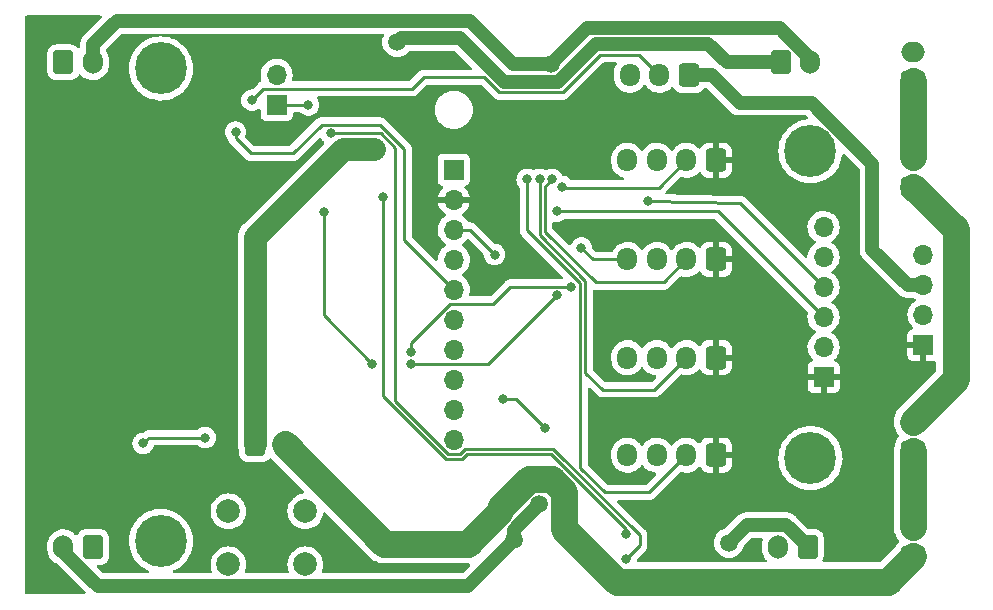
<source format=gbr>
%TF.GenerationSoftware,KiCad,Pcbnew,(6.0.1)*%
%TF.CreationDate,2022-03-01T16:38:42-05:00*%
%TF.ProjectId,Project_380,50726f6a-6563-4745-9f33-38302e6b6963,rev?*%
%TF.SameCoordinates,Original*%
%TF.FileFunction,Copper,L2,Bot*%
%TF.FilePolarity,Positive*%
%FSLAX46Y46*%
G04 Gerber Fmt 4.6, Leading zero omitted, Abs format (unit mm)*
G04 Created by KiCad (PCBNEW (6.0.1)) date 2022-03-01 16:38:42*
%MOMM*%
%LPD*%
G01*
G04 APERTURE LIST*
G04 Aperture macros list*
%AMRoundRect*
0 Rectangle with rounded corners*
0 $1 Rounding radius*
0 $2 $3 $4 $5 $6 $7 $8 $9 X,Y pos of 4 corners*
0 Add a 4 corners polygon primitive as box body*
4,1,4,$2,$3,$4,$5,$6,$7,$8,$9,$2,$3,0*
0 Add four circle primitives for the rounded corners*
1,1,$1+$1,$2,$3*
1,1,$1+$1,$4,$5*
1,1,$1+$1,$6,$7*
1,1,$1+$1,$8,$9*
0 Add four rect primitives between the rounded corners*
20,1,$1+$1,$2,$3,$4,$5,0*
20,1,$1+$1,$4,$5,$6,$7,0*
20,1,$1+$1,$6,$7,$8,$9,0*
20,1,$1+$1,$8,$9,$2,$3,0*%
G04 Aperture macros list end*
%TA.AperFunction,ComponentPad*%
%ADD10O,1.700000X1.700000*%
%TD*%
%TA.AperFunction,ComponentPad*%
%ADD11R,1.700000X1.700000*%
%TD*%
%TA.AperFunction,ComponentPad*%
%ADD12C,4.400000*%
%TD*%
%TA.AperFunction,ComponentPad*%
%ADD13RoundRect,0.250000X0.600000X0.750000X-0.600000X0.750000X-0.600000X-0.750000X0.600000X-0.750000X0*%
%TD*%
%TA.AperFunction,ComponentPad*%
%ADD14O,1.700000X2.000000*%
%TD*%
%TA.AperFunction,ComponentPad*%
%ADD15RoundRect,0.250000X-0.600000X-0.750000X0.600000X-0.750000X0.600000X0.750000X-0.600000X0.750000X0*%
%TD*%
%TA.AperFunction,ComponentPad*%
%ADD16RoundRect,0.250000X0.600000X0.725000X-0.600000X0.725000X-0.600000X-0.725000X0.600000X-0.725000X0*%
%TD*%
%TA.AperFunction,ComponentPad*%
%ADD17O,1.700000X1.950000*%
%TD*%
%TA.AperFunction,ComponentPad*%
%ADD18RoundRect,0.250000X0.750000X-0.600000X0.750000X0.600000X-0.750000X0.600000X-0.750000X-0.600000X0*%
%TD*%
%TA.AperFunction,ComponentPad*%
%ADD19O,2.000000X1.700000*%
%TD*%
%TA.AperFunction,ComponentPad*%
%ADD20C,2.000000*%
%TD*%
%TA.AperFunction,ViaPad*%
%ADD21C,0.800000*%
%TD*%
%TA.AperFunction,ViaPad*%
%ADD22C,1.500000*%
%TD*%
%TA.AperFunction,Conductor*%
%ADD23C,0.250000*%
%TD*%
%TA.AperFunction,Conductor*%
%ADD24C,2.286000*%
%TD*%
%TA.AperFunction,Conductor*%
%ADD25C,1.143000*%
%TD*%
%TA.AperFunction,Conductor*%
%ADD26C,1.270000*%
%TD*%
%TA.AperFunction,Conductor*%
%ADD27C,1.905000*%
%TD*%
G04 APERTURE END LIST*
D10*
%TO.P,J13,10*%
%TO.N,N/C*%
X136800000Y-96435000D03*
%TO.P,J13,9*%
X136800000Y-93895000D03*
%TO.P,J13,8*%
X136800000Y-91355000D03*
%TO.P,J13,7*%
X136800000Y-88815000D03*
%TO.P,J13,6*%
X136800000Y-86275000D03*
%TO.P,J13,5,Pin_5*%
%TO.N,/Sensors/SDA*%
X136800000Y-83735000D03*
%TO.P,J13,4,Pin_4*%
%TO.N,/Sensors/SCL*%
X136800000Y-81195000D03*
%TO.P,J13,3,Pin_3*%
%TO.N,GND*%
X136800000Y-78655000D03*
%TO.P,J13,2,Pin_2*%
%TO.N,+3V3*%
X136800000Y-76115000D03*
D11*
%TO.P,J13,1,Pin_1*%
%TO.N,unconnected-(J13-Pad1)*%
X136800000Y-73575000D03*
%TD*%
D12*
%TO.P,REF\u002A\u002A,1*%
%TO.N,N/C*%
X112000000Y-65000000D03*
%TD*%
%TO.P,REF\u002A\u002A,1*%
%TO.N,N/C*%
X167000000Y-72000000D03*
%TD*%
%TO.P,REF\u002A\u002A,1*%
%TO.N,N/C*%
X112000000Y-105000000D03*
%TD*%
%TO.P,REF\u002A\u002A,1*%
%TO.N,N/C*%
X167000000Y-98000000D03*
%TD*%
D13*
%TO.P,J3,1,Pin_1*%
%TO.N,Net-(J3-Pad1)*%
X166750000Y-105500000D03*
D14*
%TO.P,J3,2,Pin_2*%
%TO.N,Net-(J3-Pad2)*%
X164250000Y-105500000D03*
%TD*%
D15*
%TO.P,J2,1,Pin_1*%
%TO.N,Net-(J1-Pad1)*%
X103750000Y-64475000D03*
D14*
%TO.P,J2,2,Pin_2*%
%TO.N,Net-(J1-Pad2)*%
X106250000Y-64475000D03*
%TD*%
D13*
%TO.P,J4,1,Pin_1*%
%TO.N,Net-(J3-Pad1)*%
X106250000Y-105525000D03*
D14*
%TO.P,J4,2,Pin_2*%
%TO.N,Net-(J3-Pad2)*%
X103750000Y-105525000D03*
%TD*%
D16*
%TO.P,J12,1,Pin_1*%
%TO.N,+3V3*%
X159000000Y-72770000D03*
D17*
%TO.P,J12,2,Pin_2*%
%TO.N,/Sensors/J12_SCL*%
X156500000Y-72770000D03*
%TO.P,J12,3,Pin_3*%
%TO.N,/Sensors/J12_SDA*%
X154000000Y-72770000D03*
%TO.P,J12,4,Pin_4*%
%TO.N,GND*%
X151500000Y-72770000D03*
%TD*%
D16*
%TO.P,J10,1,Pin_1*%
%TO.N,+3V3*%
X159000000Y-89480000D03*
D17*
%TO.P,J10,2,Pin_2*%
%TO.N,/Sensors/J10_SCL*%
X156500000Y-89480000D03*
%TO.P,J10,3,Pin_3*%
%TO.N,/Sensors/J10_SDA*%
X154000000Y-89480000D03*
%TO.P,J10,4,Pin_4*%
%TO.N,GND*%
X151500000Y-89480000D03*
%TD*%
D16*
%TO.P,J11,1,Pin_1*%
%TO.N,+3V3*%
X159000000Y-81170000D03*
D17*
%TO.P,J11,2,Pin_2*%
%TO.N,/Sensors/J11_SCL*%
X156500000Y-81170000D03*
%TO.P,J11,3,Pin_3*%
%TO.N,/Sensors/J11_SDA*%
X154000000Y-81170000D03*
%TO.P,J11,4,Pin_4*%
%TO.N,GND*%
X151500000Y-81170000D03*
%TD*%
D16*
%TO.P,J9,1,Pin_1*%
%TO.N,+3V3*%
X159000000Y-97730000D03*
D17*
%TO.P,J9,2,Pin_2*%
%TO.N,/Sensors/J9_SCL*%
X156500000Y-97730000D03*
%TO.P,J9,3,Pin_3*%
%TO.N,/Sensors/J9_SDA*%
X154000000Y-97730000D03*
%TO.P,J9,4,Pin_4*%
%TO.N,GND*%
X151500000Y-97730000D03*
%TD*%
D11*
%TO.P,U1,1,Pin_1*%
%TO.N,+3V3*%
X176570000Y-88410000D03*
D10*
%TO.P,U1,2,Pin_2*%
%TO.N,GND*%
X176570000Y-85870000D03*
%TO.P,U1,3,Pin_3*%
%TO.N,+BATT*%
X176570000Y-83330000D03*
%TO.P,U1,4,Pin_4*%
%TO.N,unconnected-(U1-Pad4)*%
X176570000Y-80790000D03*
%TD*%
D16*
%TO.P,J15,1,Pin_1*%
%TO.N,+BATT*%
X156700000Y-65565000D03*
D17*
%TO.P,J15,2,Pin_2*%
%TO.N,/Motor Control/DWN_MTR_CTL*%
X154200000Y-65565000D03*
%TO.P,J15,3,Pin_3*%
%TO.N,GND*%
X151700000Y-65565000D03*
%TD*%
D15*
%TO.P,J1,1,Pin_1*%
%TO.N,Net-(J1-Pad1)*%
X164500000Y-64475000D03*
D14*
%TO.P,J1,2,Pin_2*%
%TO.N,Net-(J1-Pad2)*%
X167000000Y-64475000D03*
%TD*%
D18*
%TO.P,J7,1,Pin_1*%
%TO.N,Net-(J6-Pad2)*%
X175700000Y-75000000D03*
D19*
%TO.P,J7,2,Pin_2*%
%TO.N,Net-(J7-Pad2)*%
X175700000Y-72500000D03*
%TD*%
D18*
%TO.P,J8,1,Pin_1*%
%TO.N,Net-(J7-Pad2)*%
X175700000Y-66100000D03*
D19*
%TO.P,J8,2,Pin_2*%
%TO.N,GND*%
X175700000Y-63600000D03*
%TD*%
D11*
%TO.P,JP1,1,A*%
%TO.N,Net-(JP1-Pad1)*%
X121800000Y-68075000D03*
D10*
%TO.P,JP1,2,B*%
%TO.N,GND*%
X121800000Y-65535000D03*
%TD*%
D18*
%TO.P,J5,1,Pin_1*%
%TO.N,Net-(J16-Pad2)*%
X175700000Y-106300000D03*
D19*
%TO.P,J5,2,Pin_2*%
%TO.N,Net-(J5-Pad2)*%
X175700000Y-103800000D03*
%TD*%
D20*
%TO.P,SW1,1,A*%
%TO.N,GND*%
X124220000Y-106980000D03*
X117720000Y-106980000D03*
%TO.P,SW1,2,B*%
%TO.N,Net-(C1-Pad1)*%
X124220000Y-102480000D03*
X117720000Y-102480000D03*
%TD*%
D11*
%TO.P,J14,1,Pin_1*%
%TO.N,+3V3*%
X168110000Y-91130000D03*
D10*
%TO.P,J14,2,Pin_2*%
%TO.N,unconnected-(J14-Pad2)*%
X168110000Y-88590000D03*
%TO.P,J14,3,Pin_3*%
%TO.N,Net-(J14-Pad3)*%
X168110000Y-86050000D03*
%TO.P,J14,4,Pin_4*%
%TO.N,Net-(J14-Pad4)*%
X168110000Y-83510000D03*
%TO.P,J14,5,Pin_5*%
%TO.N,GND*%
X168110000Y-80970000D03*
%TO.P,J14,6,Pin_6*%
%TO.N,unconnected-(J14-Pad6)*%
X168110000Y-78430000D03*
%TD*%
D15*
%TO.P,J16,1,Pin_1*%
%TO.N,+BATT*%
X119990000Y-96815000D03*
D14*
%TO.P,J16,2,Pin_2*%
%TO.N,Net-(J16-Pad2)*%
X122490000Y-96815000D03*
%TD*%
D18*
%TO.P,J6,1,Pin_1*%
%TO.N,Net-(J5-Pad2)*%
X175700000Y-97400000D03*
D19*
%TO.P,J6,2,Pin_2*%
%TO.N,Net-(J6-Pad2)*%
X175700000Y-94900000D03*
%TD*%
D21*
%TO.N,GND*%
X140250000Y-80750000D03*
D22*
%TO.N,Net-(J3-Pad2)*%
X144047500Y-101887989D03*
D21*
%TO.N,GND*%
X110500000Y-96750000D03*
X115750000Y-96250000D03*
X144529607Y-95470393D03*
X141000000Y-93000000D03*
X147600000Y-80200000D03*
D22*
%TO.N,Net-(J1-Pad1)*%
X132000000Y-62750000D03*
%TO.N,Net-(J1-Pad2)*%
X145030000Y-64610000D03*
%TO.N,Net-(J3-Pad1)*%
X160100000Y-105160000D03*
%TO.N,Net-(J3-Pad2)*%
X141870000Y-104930000D03*
D21*
%TO.N,+3V3*%
X109100000Y-71700000D03*
X152600000Y-102500000D03*
X115000000Y-67700000D03*
X111660000Y-93200000D03*
X141600000Y-73700000D03*
X142300000Y-82400000D03*
X129100000Y-68600000D03*
%TO.N,/Sensors/SDA*%
X118320000Y-70380000D03*
%TO.N,Net-(J14-Pad3)*%
X145500000Y-77070000D03*
%TO.N,Net-(J14-Pad4)*%
X153250000Y-76250000D03*
D22*
%TO.N,+BATT*%
X130010000Y-71830000D03*
D21*
%TO.N,/Motor Control/DWN_MTR_CTL*%
X119720000Y-67680000D03*
%TO.N,Net-(JP1-Pad1)*%
X124500000Y-68075000D03*
%TO.N,/Power Supply/V_SENSE*%
X129900000Y-90000000D03*
X125800000Y-77155000D03*
%TO.N,/Motor Control/M_CTL_R2*%
X151370000Y-106570000D03*
X126400000Y-70500000D03*
%TO.N,/Motor Control/M_CTL_R1*%
X130840000Y-75885000D03*
X151400000Y-104390000D03*
%TO.N,/SEL_1*%
X145520000Y-84215000D03*
X133160489Y-90040489D03*
%TO.N,/SEL_2*%
X133200000Y-89000000D03*
X146755000Y-83500000D03*
%TO.N,/Sensors/J9_SCL*%
X143020000Y-74395000D03*
%TO.N,/Sensors/J10_SCL*%
X144070000Y-74395000D03*
%TO.N,/Sensors/J11_SCL*%
X145120000Y-74395000D03*
%TO.N,/Sensors/J12_SCL*%
X146000000Y-75000000D03*
%TD*%
D23*
%TO.N,GND*%
X138155000Y-78655000D02*
X140250000Y-80750000D01*
X136800000Y-78655000D02*
X138155000Y-78655000D01*
%TO.N,/Sensors/SDA*%
X132607859Y-79542859D02*
X136800000Y-83735000D01*
X132607859Y-77002859D02*
X132607859Y-79542859D01*
%TO.N,/Motor Control/DWN_MTR_CTL*%
X120690489Y-66709511D02*
X119720000Y-67680000D01*
X133290489Y-66709511D02*
X120690489Y-66709511D01*
X134250000Y-65750000D02*
X133290489Y-66709511D01*
X139392836Y-65750000D02*
X134250000Y-65750000D01*
X140669867Y-67027031D02*
X139392836Y-65750000D01*
X146031167Y-67027031D02*
X140669867Y-67027031D01*
X149219659Y-63838540D02*
X146031167Y-67027031D01*
X152473540Y-63838540D02*
X149219659Y-63838540D01*
X154200000Y-65565000D02*
X152473540Y-63838540D01*
D24*
%TO.N,Net-(J16-Pad2)*%
X130925000Y-105250000D02*
X122490000Y-96815000D01*
X137978656Y-105250000D02*
X130925000Y-105250000D01*
X140739328Y-102489328D02*
X137978656Y-105250000D01*
X145118988Y-99795478D02*
X143180752Y-99795478D01*
X143180752Y-99795478D02*
X140739328Y-102236902D01*
X146140000Y-100816490D02*
X145118988Y-99795478D01*
X140739328Y-102236902D02*
X140739328Y-102489328D01*
X150595622Y-108439511D02*
X146140000Y-103983889D01*
X146140000Y-103983889D02*
X146140000Y-100816490D01*
X173560489Y-108439511D02*
X150595622Y-108439511D01*
X175700000Y-106300000D02*
X173560489Y-108439511D01*
D25*
%TO.N,Net-(J3-Pad2)*%
X141870000Y-104065489D02*
X144047500Y-101887989D01*
X141870000Y-104930000D02*
X141870000Y-104065489D01*
D23*
%TO.N,GND*%
X111000000Y-96250000D02*
X110500000Y-96750000D01*
X115750000Y-96250000D02*
X111000000Y-96250000D01*
%TO.N,/Sensors/J12_SCL*%
X146000000Y-75000000D02*
X146385000Y-75085000D01*
X146385000Y-75085000D02*
X154185000Y-75085000D01*
X154185000Y-75085000D02*
X156500000Y-72770000D01*
%TO.N,/SEL_2*%
X133200000Y-88213990D02*
X133200000Y-89000000D01*
X140160000Y-84910000D02*
X136503990Y-84910000D01*
X141579511Y-83490489D02*
X140160000Y-84910000D01*
X146745489Y-83490489D02*
X141579511Y-83490489D01*
X136503990Y-84910000D02*
X133200000Y-88213990D01*
X146755000Y-83500000D02*
X146745489Y-83490489D01*
%TO.N,Net-(JP1-Pad1)*%
X121800000Y-68075000D02*
X124500000Y-68075000D01*
%TO.N,Net-(J14-Pad3)*%
X145500000Y-77070000D02*
X159130000Y-77070000D01*
X159130000Y-77070000D02*
X168110000Y-86050000D01*
%TO.N,Net-(J14-Pad4)*%
X161000000Y-76400000D02*
X168110000Y-83510000D01*
X153250000Y-76250000D02*
X161000000Y-76400000D01*
%TO.N,/Motor Control/M_CTL_R1*%
X130840000Y-92771727D02*
X130840000Y-75885000D01*
X136127303Y-98059031D02*
X130840000Y-92771727D01*
X137901759Y-97629969D02*
X137472697Y-98059031D01*
X145028865Y-97629969D02*
X137901759Y-97629969D01*
X137472697Y-98059031D02*
X136127303Y-98059031D01*
X151400000Y-104001104D02*
X145028865Y-97629969D01*
%TO.N,/Motor Control/M_CTL_R2*%
X130630000Y-70500000D02*
X126400000Y-70500000D01*
X131845000Y-71715000D02*
X130630000Y-70500000D01*
X137715561Y-97180449D02*
X137286499Y-97609511D01*
X145215062Y-97180449D02*
X137715561Y-97180449D01*
X137286499Y-97609511D02*
X136313501Y-97609511D01*
X136313501Y-97609511D02*
X131845000Y-93141010D01*
X152560000Y-104525386D02*
X145215062Y-97180449D01*
X152560000Y-105380000D02*
X152560000Y-104525386D01*
X151370000Y-106570000D02*
X152560000Y-105380000D01*
X131845000Y-93141010D02*
X131845000Y-71715000D01*
D25*
%TO.N,Net-(J1-Pad1)*%
X159895000Y-64475000D02*
X164500000Y-64475000D01*
X158362520Y-62942520D02*
X159895000Y-64475000D01*
X148848515Y-62942520D02*
X158362520Y-62942520D01*
X145660024Y-66131011D02*
X148848515Y-62942520D01*
X141041011Y-66131011D02*
X145660024Y-66131011D01*
X137300000Y-62390000D02*
X141041011Y-66131011D01*
X137290000Y-62400000D02*
X137300000Y-62390000D01*
X132350000Y-62400000D02*
X137290000Y-62400000D01*
X132000000Y-62750000D02*
X132350000Y-62400000D01*
%TO.N,Net-(J1-Pad2)*%
X148040000Y-61600000D02*
X145030000Y-64610000D01*
X164418940Y-61600000D02*
X148040000Y-61600000D01*
X167000000Y-64181060D02*
X164418940Y-61600000D01*
X167000000Y-64475000D02*
X167000000Y-64181060D01*
D23*
%TO.N,GND*%
X142059214Y-93000000D02*
X144529607Y-95470393D01*
X141000000Y-93000000D02*
X142059214Y-93000000D01*
D25*
%TO.N,+BATT*%
X172250000Y-80350000D02*
X175230000Y-83330000D01*
X175230000Y-83330000D02*
X176570000Y-83330000D01*
X167101645Y-67900000D02*
X172250000Y-73048355D01*
X161000000Y-67900000D02*
X167101645Y-67900000D01*
X172250000Y-73048355D02*
X172250000Y-80350000D01*
X158665000Y-65565000D02*
X161000000Y-67900000D01*
X156700000Y-65565000D02*
X158665000Y-65565000D01*
D23*
%TO.N,GND*%
X147600000Y-80200000D02*
X148570000Y-81170000D01*
X148570000Y-81170000D02*
X151500000Y-81170000D01*
D25*
%TO.N,Net-(J1-Pad2)*%
X145030000Y-64610000D02*
X141820000Y-64610000D01*
X141820000Y-64610000D02*
X138170000Y-60960000D01*
X106250000Y-64475000D02*
X106250000Y-62960000D01*
X108250000Y-60960000D02*
X138170000Y-60960000D01*
X106250000Y-62960000D02*
X108250000Y-60960000D01*
%TO.N,Net-(J3-Pad1)*%
X160100000Y-105160000D02*
X161594520Y-103665480D01*
D26*
X166750000Y-105467729D02*
X166750000Y-105500000D01*
D25*
X164947751Y-103665480D02*
X166750000Y-105467729D01*
X161594520Y-103665480D02*
X164947751Y-103665480D01*
%TO.N,Net-(J3-Pad2)*%
X103750000Y-105525000D02*
X103750000Y-105908742D01*
X103750000Y-105908742D02*
X106655769Y-108814511D01*
X106655769Y-108814511D02*
X137985489Y-108814511D01*
X137985489Y-108814511D02*
X141870000Y-104930000D01*
D24*
%TO.N,Net-(J5-Pad2)*%
X175700000Y-97400000D02*
X175700000Y-103800000D01*
%TO.N,Net-(J6-Pad2)*%
X175700000Y-94900000D02*
X179300000Y-91300000D01*
X179300000Y-78600000D02*
X175700000Y-75000000D01*
X179300000Y-91300000D02*
X179300000Y-78600000D01*
%TO.N,Net-(J7-Pad2)*%
X175700000Y-72500000D02*
X175700000Y-66100000D01*
D23*
%TO.N,/Sensors/SDA*%
X119590000Y-72180000D02*
X123200000Y-72180000D01*
X130541207Y-69775489D02*
X132607859Y-71842141D01*
X125604511Y-69775489D02*
X130541207Y-69775489D01*
X118320000Y-70910000D02*
X119590000Y-72180000D01*
X132607859Y-71992141D02*
X132607859Y-77002859D01*
X118320000Y-70380000D02*
X118320000Y-70910000D01*
X123200000Y-72180000D02*
X125604511Y-69775489D01*
X132607859Y-71842141D02*
X132607859Y-71992141D01*
D27*
%TO.N,+BATT*%
X119990000Y-96815000D02*
X119990000Y-79260000D01*
X127420000Y-71830000D02*
X130010000Y-71830000D01*
X119990000Y-79260000D02*
X127420000Y-71830000D01*
D23*
%TO.N,/Power Supply/V_SENSE*%
X125800000Y-77155000D02*
X125800000Y-85900000D01*
X125800000Y-85900000D02*
X129900000Y-90000000D01*
%TO.N,/SEL_1*%
X145520000Y-84215000D02*
X139694511Y-90040489D01*
X139694511Y-90040489D02*
X133160489Y-90040489D01*
%TO.N,/Sensors/J9_SCL*%
X147500000Y-83190718D02*
X147500000Y-98829668D01*
X143020000Y-74395000D02*
X143020000Y-78710718D01*
X147500000Y-98829668D02*
X149570332Y-100900000D01*
X149570332Y-100900000D02*
X153330000Y-100900000D01*
X143020000Y-78710718D02*
X147500000Y-83190718D01*
X153330000Y-100900000D02*
X156500000Y-97730000D01*
%TO.N,/Sensors/J10_SCL*%
X149400000Y-92200000D02*
X153780000Y-92200000D01*
X144070000Y-79125000D02*
X147949520Y-83004521D01*
X153780000Y-92200000D02*
X156500000Y-89480000D01*
X144070000Y-74395000D02*
X144070000Y-79125000D01*
X147949520Y-83004521D02*
X147949520Y-90749520D01*
X147949520Y-90749520D02*
X149400000Y-92200000D01*
%TO.N,/Sensors/J11_SCL*%
X154570000Y-83100000D02*
X156500000Y-81170000D01*
X144519520Y-78819520D02*
X148800000Y-83100000D01*
X144519520Y-74995480D02*
X144519520Y-78819520D01*
X145120000Y-74395000D02*
X144519520Y-74995480D01*
X148800000Y-83100000D02*
X154570000Y-83100000D01*
%TD*%
%TA.AperFunction,Conductor*%
%TO.N,+3V3*%
G36*
X106938580Y-60528002D02*
G01*
X106985073Y-60581658D01*
X106995177Y-60651932D01*
X106965683Y-60716512D01*
X106959554Y-60723095D01*
X105558350Y-62124299D01*
X105550313Y-62131085D01*
X105550529Y-62131335D01*
X105545986Y-62135256D01*
X105541095Y-62138726D01*
X105536946Y-62143060D01*
X105536945Y-62143061D01*
X105478659Y-62203948D01*
X105476736Y-62205913D01*
X105449912Y-62232737D01*
X105448003Y-62235049D01*
X105447991Y-62235062D01*
X105445395Y-62238206D01*
X105439260Y-62245104D01*
X105402735Y-62283259D01*
X105402731Y-62283264D01*
X105398586Y-62287594D01*
X105380988Y-62314848D01*
X105372296Y-62326724D01*
X105355444Y-62347130D01*
X105355438Y-62347139D01*
X105351626Y-62351755D01*
X105323413Y-62403394D01*
X105318706Y-62411306D01*
X105286798Y-62460723D01*
X105284558Y-62466281D01*
X105284554Y-62466289D01*
X105274669Y-62490819D01*
X105268379Y-62504126D01*
X105252818Y-62532608D01*
X105250990Y-62538320D01*
X105250987Y-62538326D01*
X105238439Y-62577528D01*
X105235329Y-62587245D01*
X105234885Y-62588631D01*
X105231757Y-62597297D01*
X105209764Y-62651868D01*
X105208616Y-62657749D01*
X105203546Y-62683709D01*
X105199884Y-62697972D01*
X105193824Y-62716905D01*
X105189990Y-62728881D01*
X105189276Y-62734826D01*
X105182973Y-62787292D01*
X105181536Y-62796412D01*
X105180593Y-62801243D01*
X105170265Y-62854131D01*
X105170000Y-62859549D01*
X105170000Y-62887747D01*
X105169101Y-62902775D01*
X105165411Y-62933493D01*
X105165834Y-62939469D01*
X105165834Y-62939472D01*
X105169685Y-62993858D01*
X105170000Y-63002757D01*
X105170000Y-63169685D01*
X105149998Y-63237806D01*
X105096342Y-63284299D01*
X105026068Y-63294403D01*
X104961488Y-63264909D01*
X104949642Y-63252534D01*
X104948478Y-63250652D01*
X104823303Y-63125695D01*
X104752897Y-63082296D01*
X104678968Y-63036725D01*
X104678966Y-63036724D01*
X104672738Y-63032885D01*
X104581904Y-63002757D01*
X104511389Y-62979368D01*
X104511387Y-62979368D01*
X104504861Y-62977203D01*
X104498025Y-62976503D01*
X104498022Y-62976502D01*
X104451064Y-62971691D01*
X104400400Y-62966500D01*
X103099600Y-62966500D01*
X103096354Y-62966837D01*
X103096350Y-62966837D01*
X103000692Y-62976762D01*
X103000688Y-62976763D01*
X102993834Y-62977474D01*
X102987298Y-62979655D01*
X102987296Y-62979655D01*
X102882797Y-63014519D01*
X102826054Y-63033450D01*
X102675652Y-63126522D01*
X102670479Y-63131704D01*
X102620589Y-63181681D01*
X102550695Y-63251697D01*
X102546855Y-63257927D01*
X102546854Y-63257928D01*
X102469999Y-63382610D01*
X102457885Y-63402262D01*
X102446435Y-63436783D01*
X102420179Y-63515944D01*
X102402203Y-63570139D01*
X102391500Y-63674600D01*
X102391500Y-65275400D01*
X102391837Y-65278646D01*
X102391837Y-65278650D01*
X102399446Y-65351979D01*
X102402474Y-65381166D01*
X102404655Y-65387702D01*
X102404655Y-65387704D01*
X102440033Y-65493744D01*
X102458450Y-65548946D01*
X102551522Y-65699348D01*
X102676697Y-65824305D01*
X102682927Y-65828145D01*
X102682928Y-65828146D01*
X102820090Y-65912694D01*
X102827262Y-65917115D01*
X102873659Y-65932504D01*
X102988611Y-65970632D01*
X102988613Y-65970632D01*
X102995139Y-65972797D01*
X103001975Y-65973497D01*
X103001978Y-65973498D01*
X103037663Y-65977154D01*
X103099600Y-65983500D01*
X104400400Y-65983500D01*
X104403646Y-65983163D01*
X104403650Y-65983163D01*
X104499308Y-65973238D01*
X104499312Y-65973237D01*
X104506166Y-65972526D01*
X104512702Y-65970345D01*
X104512704Y-65970345D01*
X104664444Y-65919720D01*
X104673946Y-65916550D01*
X104824348Y-65823478D01*
X104949305Y-65698303D01*
X105039081Y-65552660D01*
X105091852Y-65505168D01*
X105161924Y-65493744D01*
X105227048Y-65522018D01*
X105237510Y-65531805D01*
X105278718Y-65575002D01*
X105346576Y-65646135D01*
X105531542Y-65783754D01*
X105536293Y-65786170D01*
X105536297Y-65786172D01*
X105598779Y-65817939D01*
X105737051Y-65888240D01*
X105742145Y-65889822D01*
X105742148Y-65889823D01*
X105879603Y-65932504D01*
X105957227Y-65956607D01*
X105962516Y-65957308D01*
X106180489Y-65986198D01*
X106180494Y-65986198D01*
X106185774Y-65986898D01*
X106191103Y-65986698D01*
X106191105Y-65986698D01*
X106300966Y-65982573D01*
X106416158Y-65978249D01*
X106438802Y-65973498D01*
X106617608Y-65935981D01*
X106641791Y-65930907D01*
X106646750Y-65928949D01*
X106646752Y-65928948D01*
X106851256Y-65848185D01*
X106851258Y-65848184D01*
X106856221Y-65846224D01*
X106865078Y-65840850D01*
X107048757Y-65729390D01*
X107048756Y-65729390D01*
X107053317Y-65726623D01*
X107084749Y-65699348D01*
X107223412Y-65579023D01*
X107223414Y-65579021D01*
X107227445Y-65575523D01*
X107294500Y-65493744D01*
X107370240Y-65401373D01*
X107370244Y-65401367D01*
X107373624Y-65397245D01*
X107403285Y-65345139D01*
X107485032Y-65201529D01*
X107487675Y-65196886D01*
X107566337Y-64980175D01*
X107567287Y-64974923D01*
X107567891Y-64971585D01*
X109286698Y-64971585D01*
X109288003Y-64997790D01*
X109301985Y-65278650D01*
X109302936Y-65297759D01*
X109303577Y-65301490D01*
X109303578Y-65301498D01*
X109353649Y-65592892D01*
X109358241Y-65619619D01*
X109359329Y-65623258D01*
X109359330Y-65623261D01*
X109447991Y-65919720D01*
X109451814Y-65932504D01*
X109453327Y-65935975D01*
X109453329Y-65935981D01*
X109498276Y-66039106D01*
X109582297Y-66231881D01*
X109584220Y-66235152D01*
X109584222Y-66235156D01*
X109626584Y-66307215D01*
X109747802Y-66513414D01*
X109750103Y-66516429D01*
X109943631Y-66770012D01*
X109943636Y-66770017D01*
X109945931Y-66773025D01*
X110007931Y-66836670D01*
X110168625Y-67001626D01*
X110173814Y-67006953D01*
X110291869Y-67102041D01*
X110425196Y-67209431D01*
X110425201Y-67209435D01*
X110428149Y-67211809D01*
X110705253Y-67384627D01*
X111001112Y-67522903D01*
X111088478Y-67551543D01*
X111299519Y-67620726D01*
X111311440Y-67624634D01*
X111315154Y-67625373D01*
X111315155Y-67625373D01*
X111317121Y-67625764D01*
X111631742Y-67688346D01*
X111635514Y-67688633D01*
X111635522Y-67688634D01*
X111953602Y-67712829D01*
X111953607Y-67712829D01*
X111957379Y-67713116D01*
X112283633Y-67698586D01*
X112343425Y-67688634D01*
X112602037Y-67645590D01*
X112602042Y-67645589D01*
X112605778Y-67644967D01*
X112919149Y-67553034D01*
X112922616Y-67551544D01*
X112922620Y-67551543D01*
X113215721Y-67425616D01*
X113215723Y-67425615D01*
X113219205Y-67424119D01*
X113501601Y-67260091D01*
X113762245Y-67063324D01*
X113922896Y-66908456D01*
X113994632Y-66839303D01*
X113994635Y-66839300D01*
X113997363Y-66836670D01*
X114104654Y-66704884D01*
X114201155Y-66586351D01*
X114201158Y-66586347D01*
X114203549Y-66583410D01*
X114277394Y-66466373D01*
X114375788Y-66310428D01*
X114375790Y-66310425D01*
X114377815Y-66307215D01*
X114391605Y-66278109D01*
X114453368Y-66147741D01*
X114517638Y-66012084D01*
X114526041Y-65986898D01*
X114619790Y-65705897D01*
X114619792Y-65705891D01*
X114620992Y-65702293D01*
X114686381Y-65382329D01*
X114687034Y-65374308D01*
X114707885Y-65117939D01*
X114712856Y-65056826D01*
X114713451Y-65000000D01*
X114711510Y-64967796D01*
X114694026Y-64677793D01*
X114694026Y-64677789D01*
X114693798Y-64674015D01*
X114692957Y-64669405D01*
X114635805Y-64356473D01*
X114635804Y-64356469D01*
X114635125Y-64352751D01*
X114627722Y-64328907D01*
X114562407Y-64118559D01*
X114538282Y-64040863D01*
X114404670Y-63742869D01*
X114236226Y-63463084D01*
X114233899Y-63460100D01*
X114233894Y-63460093D01*
X114037726Y-63208558D01*
X114037724Y-63208556D01*
X114035390Y-63205563D01*
X113829216Y-62998307D01*
X113807742Y-62976720D01*
X113805070Y-62974034D01*
X113548603Y-62771852D01*
X113269705Y-62601945D01*
X113266261Y-62600379D01*
X113266257Y-62600377D01*
X113127836Y-62537441D01*
X112972414Y-62466775D01*
X112661037Y-62368300D01*
X112421394Y-62323235D01*
X112343809Y-62308645D01*
X112343807Y-62308645D01*
X112340086Y-62307945D01*
X112102382Y-62292365D01*
X112092691Y-62291730D01*
X112026025Y-62267316D01*
X112009160Y-62245065D01*
X112007586Y-62248512D01*
X111947860Y-62286896D01*
X111919286Y-62291810D01*
X111688124Y-62304532D01*
X111684397Y-62305193D01*
X111684393Y-62305193D01*
X111612559Y-62317924D01*
X111366557Y-62361522D01*
X111362941Y-62362624D01*
X111362933Y-62362626D01*
X111057789Y-62455627D01*
X111054167Y-62456731D01*
X110755477Y-62588781D01*
X110730041Y-62603914D01*
X110478074Y-62753817D01*
X110478068Y-62753821D01*
X110474814Y-62755757D01*
X110471812Y-62758073D01*
X110234229Y-62941368D01*
X110216244Y-62955243D01*
X110139713Y-63030581D01*
X110001901Y-63166246D01*
X109983513Y-63184347D01*
X109981149Y-63187314D01*
X109981146Y-63187317D01*
X109805809Y-63407351D01*
X109779991Y-63439751D01*
X109608626Y-63717757D01*
X109471902Y-64014336D01*
X109470741Y-64017940D01*
X109470741Y-64017941D01*
X109462825Y-64042522D01*
X109371797Y-64325192D01*
X109371079Y-64328903D01*
X109371078Y-64328907D01*
X109310482Y-64642105D01*
X109310481Y-64642114D01*
X109309763Y-64645824D01*
X109309496Y-64649600D01*
X109309495Y-64649605D01*
X109291351Y-64905866D01*
X109286698Y-64971585D01*
X107567891Y-64971585D01*
X107606623Y-64757392D01*
X107606624Y-64757385D01*
X107607361Y-64753308D01*
X107608500Y-64729156D01*
X107608500Y-64267110D01*
X107597989Y-64143234D01*
X107594371Y-64100591D01*
X107594370Y-64100587D01*
X107593920Y-64095280D01*
X107592582Y-64090125D01*
X107592581Y-64090119D01*
X107537343Y-63877297D01*
X107537342Y-63877293D01*
X107536001Y-63872128D01*
X107521934Y-63840899D01*
X107443507Y-63666798D01*
X107441312Y-63661925D01*
X107398344Y-63598102D01*
X107352050Y-63529338D01*
X107330599Y-63461659D01*
X107349143Y-63393127D01*
X107367475Y-63369876D01*
X108660446Y-62076905D01*
X108722758Y-62042879D01*
X108749541Y-62040000D01*
X111912362Y-62040000D01*
X111980483Y-62060002D01*
X112005285Y-62088625D01*
X112011308Y-62077436D01*
X112073417Y-62043041D01*
X112100932Y-62040000D01*
X130744697Y-62040000D01*
X130812818Y-62060002D01*
X130859311Y-62113658D01*
X130869415Y-62183932D01*
X130858892Y-62219249D01*
X130815206Y-62312934D01*
X130815203Y-62312942D01*
X130812880Y-62317924D01*
X130755885Y-62530629D01*
X130736693Y-62750000D01*
X130755885Y-62969371D01*
X130812880Y-63182076D01*
X130845345Y-63251697D01*
X130903618Y-63376666D01*
X130903621Y-63376671D01*
X130905944Y-63381653D01*
X130909100Y-63386160D01*
X130909101Y-63386162D01*
X131029089Y-63557522D01*
X131032251Y-63562038D01*
X131187962Y-63717749D01*
X131368346Y-63844056D01*
X131567924Y-63937120D01*
X131780629Y-63994115D01*
X132000000Y-64013307D01*
X132219371Y-63994115D01*
X132432076Y-63937120D01*
X132631654Y-63844056D01*
X132812038Y-63717749D01*
X132967749Y-63562038D01*
X132970908Y-63557527D01*
X132970912Y-63557522D01*
X132987571Y-63533730D01*
X133043028Y-63489401D01*
X133090784Y-63480000D01*
X136810459Y-63480000D01*
X136878580Y-63500002D01*
X136899554Y-63516905D01*
X137676787Y-64294137D01*
X138284055Y-64901405D01*
X138318080Y-64963717D01*
X138313016Y-65034532D01*
X138270469Y-65091368D01*
X138203949Y-65116179D01*
X138194960Y-65116500D01*
X134328763Y-65116500D01*
X134317579Y-65115973D01*
X134310091Y-65114299D01*
X134302168Y-65114548D01*
X134242033Y-65116438D01*
X134238075Y-65116500D01*
X134210144Y-65116500D01*
X134206229Y-65116995D01*
X134206225Y-65116995D01*
X134206167Y-65117003D01*
X134206138Y-65117006D01*
X134194296Y-65117939D01*
X134150110Y-65119327D01*
X134132744Y-65124372D01*
X134130658Y-65124978D01*
X134111306Y-65128986D01*
X134099068Y-65130532D01*
X134099066Y-65130533D01*
X134091203Y-65131526D01*
X134050086Y-65147806D01*
X134038885Y-65151641D01*
X133996406Y-65163982D01*
X133989587Y-65168015D01*
X133989582Y-65168017D01*
X133978971Y-65174293D01*
X133961221Y-65182990D01*
X133942383Y-65190448D01*
X133935967Y-65195109D01*
X133935966Y-65195110D01*
X133906625Y-65216428D01*
X133896701Y-65222947D01*
X133865460Y-65241422D01*
X133865455Y-65241426D01*
X133858637Y-65245458D01*
X133844313Y-65259782D01*
X133829281Y-65272621D01*
X133812893Y-65284528D01*
X133794020Y-65307342D01*
X133784712Y-65318593D01*
X133776722Y-65327373D01*
X133064989Y-66039106D01*
X133002677Y-66073132D01*
X132975894Y-66076011D01*
X123225489Y-66076011D01*
X123157368Y-66056009D01*
X123110875Y-66002353D01*
X123100771Y-65932079D01*
X123104930Y-65913383D01*
X123105140Y-65912694D01*
X123132370Y-65823069D01*
X123161529Y-65601590D01*
X123162053Y-65580132D01*
X123163074Y-65538365D01*
X123163074Y-65538361D01*
X123163156Y-65535000D01*
X123144852Y-65312361D01*
X123090431Y-65095702D01*
X123001354Y-64890840D01*
X122949651Y-64810920D01*
X122882822Y-64707617D01*
X122882820Y-64707614D01*
X122880014Y-64703277D01*
X122729670Y-64538051D01*
X122725619Y-64534852D01*
X122725615Y-64534848D01*
X122558414Y-64402800D01*
X122558410Y-64402798D01*
X122554359Y-64399598D01*
X122358789Y-64291638D01*
X122353920Y-64289914D01*
X122353916Y-64289912D01*
X122153087Y-64218795D01*
X122153083Y-64218794D01*
X122148212Y-64217069D01*
X122143119Y-64216162D01*
X122143116Y-64216161D01*
X121933373Y-64178800D01*
X121933367Y-64178799D01*
X121928284Y-64177894D01*
X121854452Y-64176992D01*
X121710081Y-64175228D01*
X121710079Y-64175228D01*
X121704911Y-64175165D01*
X121484091Y-64208955D01*
X121271756Y-64278357D01*
X121241443Y-64294137D01*
X121174651Y-64328907D01*
X121073607Y-64381507D01*
X121069474Y-64384610D01*
X121069471Y-64384612D01*
X120899100Y-64512530D01*
X120894965Y-64515635D01*
X120891393Y-64519373D01*
X120749596Y-64667755D01*
X120740629Y-64677138D01*
X120737715Y-64681410D01*
X120737714Y-64681411D01*
X120667228Y-64784740D01*
X120614743Y-64861680D01*
X120596249Y-64901522D01*
X120524160Y-65056826D01*
X120520688Y-65064305D01*
X120460989Y-65279570D01*
X120437251Y-65501695D01*
X120437548Y-65506848D01*
X120437548Y-65506851D01*
X120443834Y-65615874D01*
X120450110Y-65724715D01*
X120451247Y-65729761D01*
X120451248Y-65729767D01*
X120475198Y-65836037D01*
X120499222Y-65942639D01*
X120501164Y-65947422D01*
X120501167Y-65947431D01*
X120506401Y-65960320D01*
X120513498Y-66030961D01*
X120481276Y-66094225D01*
X120441367Y-66122194D01*
X120436896Y-66123493D01*
X120430072Y-66127529D01*
X120419461Y-66133804D01*
X120401713Y-66142499D01*
X120382872Y-66149959D01*
X120376456Y-66154621D01*
X120376455Y-66154621D01*
X120347102Y-66175947D01*
X120337182Y-66182463D01*
X120305954Y-66200931D01*
X120305951Y-66200933D01*
X120299127Y-66204969D01*
X120284806Y-66219290D01*
X120269773Y-66232130D01*
X120253382Y-66244039D01*
X120248332Y-66250143D01*
X120248327Y-66250148D01*
X120225196Y-66278109D01*
X120217206Y-66286890D01*
X119769499Y-66734596D01*
X119707187Y-66768621D01*
X119680404Y-66771500D01*
X119624513Y-66771500D01*
X119618061Y-66772872D01*
X119618056Y-66772872D01*
X119546294Y-66788126D01*
X119437712Y-66811206D01*
X119431682Y-66813891D01*
X119431681Y-66813891D01*
X119269278Y-66886197D01*
X119269276Y-66886198D01*
X119263248Y-66888882D01*
X119108747Y-67001134D01*
X119104326Y-67006044D01*
X119104325Y-67006045D01*
X118990801Y-67132127D01*
X118980960Y-67143056D01*
X118926976Y-67236559D01*
X118898883Y-67285218D01*
X118885473Y-67308444D01*
X118826458Y-67490072D01*
X118825768Y-67496633D01*
X118825768Y-67496635D01*
X118808693Y-67659094D01*
X118806496Y-67680000D01*
X118826458Y-67869928D01*
X118885473Y-68051556D01*
X118980960Y-68216944D01*
X118985378Y-68221851D01*
X118985379Y-68221852D01*
X119024165Y-68264928D01*
X119108747Y-68358866D01*
X119263248Y-68471118D01*
X119269276Y-68473802D01*
X119269278Y-68473803D01*
X119386641Y-68526056D01*
X119437712Y-68548794D01*
X119531113Y-68568647D01*
X119618056Y-68587128D01*
X119618061Y-68587128D01*
X119624513Y-68588500D01*
X119815487Y-68588500D01*
X119821939Y-68587128D01*
X119821944Y-68587128D01*
X119908887Y-68568647D01*
X120002288Y-68548794D01*
X120053359Y-68526056D01*
X120170722Y-68473803D01*
X120170724Y-68473802D01*
X120176752Y-68471118D01*
X120241439Y-68424120D01*
X120308307Y-68400262D01*
X120377458Y-68416342D01*
X120426938Y-68467256D01*
X120441500Y-68526056D01*
X120441500Y-68973134D01*
X120448255Y-69035316D01*
X120499385Y-69171705D01*
X120586739Y-69288261D01*
X120703295Y-69375615D01*
X120839684Y-69426745D01*
X120901866Y-69433500D01*
X122698134Y-69433500D01*
X122760316Y-69426745D01*
X122896705Y-69375615D01*
X123013261Y-69288261D01*
X123100615Y-69171705D01*
X123151745Y-69035316D01*
X123158500Y-68973134D01*
X123158500Y-68834500D01*
X123178502Y-68766379D01*
X123232158Y-68719886D01*
X123284500Y-68708500D01*
X123791800Y-68708500D01*
X123859921Y-68728502D01*
X123879147Y-68744843D01*
X123879420Y-68744540D01*
X123884332Y-68748963D01*
X123888747Y-68753866D01*
X123905970Y-68766379D01*
X124034759Y-68859950D01*
X124043248Y-68866118D01*
X124049276Y-68868802D01*
X124049278Y-68868803D01*
X124211681Y-68941109D01*
X124217712Y-68943794D01*
X124294002Y-68960010D01*
X124398056Y-68982128D01*
X124398061Y-68982128D01*
X124404513Y-68983500D01*
X124595487Y-68983500D01*
X124601939Y-68982128D01*
X124601944Y-68982128D01*
X124705998Y-68960010D01*
X124782288Y-68943794D01*
X124788319Y-68941109D01*
X124950722Y-68868803D01*
X124950724Y-68868802D01*
X124956752Y-68866118D01*
X124965242Y-68859950D01*
X125078443Y-68777704D01*
X125111253Y-68753866D01*
X125183827Y-68673264D01*
X125234621Y-68616852D01*
X125234622Y-68616851D01*
X125239040Y-68611944D01*
X125309445Y-68490000D01*
X135186526Y-68490000D01*
X135206391Y-68742403D01*
X135207545Y-68747210D01*
X135207546Y-68747216D01*
X135239815Y-68881626D01*
X135265495Y-68988591D01*
X135267388Y-68993162D01*
X135267389Y-68993164D01*
X135359665Y-69215937D01*
X135362384Y-69222502D01*
X135494672Y-69438376D01*
X135659102Y-69630898D01*
X135851624Y-69795328D01*
X136067498Y-69927616D01*
X136072068Y-69929509D01*
X136072072Y-69929511D01*
X136296836Y-70022611D01*
X136301409Y-70024505D01*
X136386032Y-70044821D01*
X136542784Y-70082454D01*
X136542790Y-70082455D01*
X136547597Y-70083609D01*
X136647416Y-70091465D01*
X136734345Y-70098307D01*
X136734352Y-70098307D01*
X136736801Y-70098500D01*
X136863199Y-70098500D01*
X136865648Y-70098307D01*
X136865655Y-70098307D01*
X136952584Y-70091465D01*
X137052403Y-70083609D01*
X137057210Y-70082455D01*
X137057216Y-70082454D01*
X137213968Y-70044821D01*
X137298591Y-70024505D01*
X137303164Y-70022611D01*
X137527928Y-69929511D01*
X137527932Y-69929509D01*
X137532502Y-69927616D01*
X137748376Y-69795328D01*
X137940898Y-69630898D01*
X138105328Y-69438376D01*
X138237616Y-69222502D01*
X138240336Y-69215937D01*
X138332611Y-68993164D01*
X138332612Y-68993162D01*
X138334505Y-68988591D01*
X138360185Y-68881626D01*
X138392454Y-68747216D01*
X138392455Y-68747210D01*
X138393609Y-68742403D01*
X138413474Y-68490000D01*
X138393609Y-68237597D01*
X138334505Y-67991409D01*
X138332611Y-67986836D01*
X138239511Y-67762072D01*
X138239509Y-67762068D01*
X138237616Y-67757498D01*
X138105328Y-67541624D01*
X137940898Y-67349102D01*
X137933185Y-67342514D01*
X137912756Y-67325066D01*
X137748376Y-67184672D01*
X137532502Y-67052384D01*
X137527932Y-67050491D01*
X137527928Y-67050489D01*
X137303164Y-66957389D01*
X137303162Y-66957388D01*
X137298591Y-66955495D01*
X137211365Y-66934554D01*
X137057216Y-66897546D01*
X137057210Y-66897545D01*
X137052403Y-66896391D01*
X136951861Y-66888478D01*
X136865655Y-66881693D01*
X136865648Y-66881693D01*
X136863199Y-66881500D01*
X136736801Y-66881500D01*
X136734352Y-66881693D01*
X136734345Y-66881693D01*
X136648139Y-66888478D01*
X136547597Y-66896391D01*
X136542790Y-66897545D01*
X136542784Y-66897546D01*
X136388635Y-66934554D01*
X136301409Y-66955495D01*
X136296838Y-66957388D01*
X136296836Y-66957389D01*
X136072072Y-67050489D01*
X136072068Y-67050491D01*
X136067498Y-67052384D01*
X135851624Y-67184672D01*
X135687244Y-67325066D01*
X135666816Y-67342514D01*
X135659102Y-67349102D01*
X135494672Y-67541624D01*
X135362384Y-67757498D01*
X135360491Y-67762068D01*
X135360489Y-67762072D01*
X135267389Y-67986836D01*
X135265495Y-67991409D01*
X135206391Y-68237597D01*
X135186526Y-68490000D01*
X125309445Y-68490000D01*
X125334527Y-68446556D01*
X125393542Y-68264928D01*
X125396921Y-68232784D01*
X125412814Y-68081565D01*
X125413504Y-68075000D01*
X125393542Y-67885072D01*
X125334527Y-67703444D01*
X125325977Y-67688634D01*
X125289678Y-67625764D01*
X125239040Y-67538056D01*
X125239870Y-67537577D01*
X125217973Y-67476205D01*
X125234053Y-67407053D01*
X125284966Y-67357573D01*
X125343767Y-67343011D01*
X133211722Y-67343011D01*
X133222905Y-67343538D01*
X133230398Y-67345213D01*
X133238324Y-67344964D01*
X133238325Y-67344964D01*
X133298475Y-67343073D01*
X133302434Y-67343011D01*
X133330345Y-67343011D01*
X133334280Y-67342514D01*
X133334345Y-67342506D01*
X133346182Y-67341573D01*
X133378440Y-67340559D01*
X133382459Y-67340433D01*
X133390378Y-67340184D01*
X133409832Y-67334532D01*
X133429189Y-67330524D01*
X133441419Y-67328979D01*
X133441420Y-67328979D01*
X133449286Y-67327985D01*
X133456657Y-67325066D01*
X133456659Y-67325066D01*
X133490401Y-67311707D01*
X133501631Y-67307862D01*
X133536472Y-67297740D01*
X133536473Y-67297740D01*
X133544082Y-67295529D01*
X133550901Y-67291496D01*
X133550906Y-67291494D01*
X133561517Y-67285218D01*
X133579265Y-67276523D01*
X133598106Y-67269063D01*
X133633876Y-67243075D01*
X133643796Y-67236559D01*
X133675024Y-67218091D01*
X133675027Y-67218089D01*
X133681851Y-67214053D01*
X133696172Y-67199732D01*
X133711206Y-67186891D01*
X133721183Y-67179642D01*
X133727596Y-67174983D01*
X133755787Y-67140906D01*
X133763777Y-67132127D01*
X134475499Y-66420405D01*
X134537811Y-66386379D01*
X134564594Y-66383500D01*
X139078242Y-66383500D01*
X139146363Y-66403502D01*
X139167337Y-66420405D01*
X140166210Y-67419278D01*
X140173754Y-67427568D01*
X140177867Y-67434049D01*
X140183644Y-67439474D01*
X140227534Y-67480689D01*
X140230376Y-67483444D01*
X140250098Y-67503166D01*
X140253222Y-67505589D01*
X140253226Y-67505593D01*
X140253291Y-67505643D01*
X140262312Y-67513348D01*
X140294546Y-67543617D01*
X140301494Y-67547436D01*
X140301496Y-67547438D01*
X140312299Y-67553377D01*
X140328826Y-67564233D01*
X140338565Y-67571788D01*
X140338567Y-67571789D01*
X140344827Y-67576645D01*
X140385407Y-67594205D01*
X140396055Y-67599422D01*
X140420843Y-67613049D01*
X140434807Y-67620726D01*
X140442483Y-67622697D01*
X140442486Y-67622698D01*
X140454429Y-67625764D01*
X140473134Y-67632168D01*
X140491722Y-67640212D01*
X140499545Y-67641451D01*
X140499555Y-67641454D01*
X140535391Y-67647130D01*
X140547011Y-67649536D01*
X140582156Y-67658559D01*
X140589837Y-67660531D01*
X140610091Y-67660531D01*
X140629801Y-67662082D01*
X140649810Y-67665251D01*
X140657702Y-67664505D01*
X140676447Y-67662733D01*
X140693829Y-67661090D01*
X140705686Y-67660531D01*
X145952400Y-67660531D01*
X145963583Y-67661058D01*
X145971076Y-67662733D01*
X145979002Y-67662484D01*
X145979003Y-67662484D01*
X146039166Y-67660593D01*
X146043124Y-67660531D01*
X146071023Y-67660531D01*
X146075014Y-67660027D01*
X146086847Y-67659095D01*
X146131056Y-67657705D01*
X146138670Y-67655493D01*
X146138675Y-67655492D01*
X146150508Y-67652054D01*
X146169871Y-67648043D01*
X146189964Y-67645505D01*
X146197331Y-67642588D01*
X146197336Y-67642587D01*
X146231075Y-67629229D01*
X146242302Y-67625385D01*
X146258337Y-67620726D01*
X146284760Y-67613049D01*
X146302195Y-67602738D01*
X146319943Y-67594043D01*
X146338784Y-67586583D01*
X146374554Y-67560595D01*
X146384474Y-67554079D01*
X146415702Y-67535611D01*
X146415705Y-67535609D01*
X146422529Y-67531573D01*
X146436850Y-67517252D01*
X146451884Y-67504411D01*
X146453598Y-67503166D01*
X146468274Y-67492503D01*
X146496465Y-67458426D01*
X146504455Y-67449647D01*
X149445159Y-64508945D01*
X149507471Y-64474919D01*
X149534254Y-64472040D01*
X150471948Y-64472040D01*
X150540069Y-64492042D01*
X150586562Y-64545698D01*
X150596666Y-64615972D01*
X150576486Y-64667621D01*
X150576376Y-64667755D01*
X150462325Y-64868114D01*
X150383663Y-65084825D01*
X150382714Y-65090074D01*
X150382713Y-65090077D01*
X150343377Y-65307608D01*
X150343376Y-65307615D01*
X150342639Y-65311692D01*
X150341500Y-65335844D01*
X150341500Y-65747890D01*
X150341725Y-65750539D01*
X150355484Y-65912694D01*
X150356080Y-65919720D01*
X150357418Y-65924875D01*
X150357419Y-65924881D01*
X150411645Y-66133804D01*
X150413999Y-66142872D01*
X150416191Y-66147738D01*
X150416192Y-66147741D01*
X150451033Y-66225085D01*
X150508688Y-66353075D01*
X150637441Y-66544319D01*
X150641120Y-66548176D01*
X150641122Y-66548178D01*
X150674732Y-66583410D01*
X150796576Y-66711135D01*
X150981542Y-66848754D01*
X150986293Y-66851170D01*
X150986297Y-66851172D01*
X151055187Y-66886197D01*
X151187051Y-66953240D01*
X151192145Y-66954822D01*
X151192148Y-66954823D01*
X151360034Y-67006953D01*
X151407227Y-67021607D01*
X151412516Y-67022308D01*
X151630489Y-67051198D01*
X151630494Y-67051198D01*
X151635774Y-67051898D01*
X151641103Y-67051698D01*
X151641105Y-67051698D01*
X151750966Y-67047574D01*
X151866158Y-67043249D01*
X151888802Y-67038498D01*
X152027793Y-67009335D01*
X152091791Y-66995907D01*
X152096750Y-66993949D01*
X152096752Y-66993948D01*
X152301256Y-66913185D01*
X152301258Y-66913184D01*
X152306221Y-66911224D01*
X152315333Y-66905695D01*
X152498757Y-66794390D01*
X152498756Y-66794390D01*
X152503317Y-66791623D01*
X152569035Y-66734596D01*
X152673412Y-66644023D01*
X152673414Y-66644021D01*
X152677445Y-66640523D01*
X152741048Y-66562954D01*
X152820240Y-66466373D01*
X152820244Y-66466367D01*
X152823624Y-66462245D01*
X152841552Y-66430750D01*
X152892632Y-66381445D01*
X152962262Y-66367583D01*
X153028333Y-66393566D01*
X153055573Y-66422716D01*
X153137441Y-66544319D01*
X153141120Y-66548176D01*
X153141122Y-66548178D01*
X153174732Y-66583410D01*
X153296576Y-66711135D01*
X153481542Y-66848754D01*
X153486293Y-66851170D01*
X153486297Y-66851172D01*
X153555187Y-66886197D01*
X153687051Y-66953240D01*
X153692145Y-66954822D01*
X153692148Y-66954823D01*
X153860034Y-67006953D01*
X153907227Y-67021607D01*
X153912516Y-67022308D01*
X154130489Y-67051198D01*
X154130494Y-67051198D01*
X154135774Y-67051898D01*
X154141103Y-67051698D01*
X154141105Y-67051698D01*
X154250966Y-67047574D01*
X154366158Y-67043249D01*
X154388802Y-67038498D01*
X154527793Y-67009335D01*
X154591791Y-66995907D01*
X154596750Y-66993949D01*
X154596752Y-66993948D01*
X154801256Y-66913185D01*
X154801258Y-66913184D01*
X154806221Y-66911224D01*
X154815333Y-66905695D01*
X154998757Y-66794390D01*
X154998756Y-66794390D01*
X155003317Y-66791623D01*
X155069035Y-66734596D01*
X155173412Y-66644023D01*
X155173414Y-66644021D01*
X155177445Y-66640523D01*
X155206670Y-66604880D01*
X155265329Y-66564886D01*
X155336299Y-66562954D01*
X155397048Y-66599698D01*
X155411248Y-66618468D01*
X155450504Y-66681905D01*
X155501522Y-66764348D01*
X155626697Y-66889305D01*
X155632927Y-66893145D01*
X155632928Y-66893146D01*
X155770090Y-66977694D01*
X155777262Y-66982115D01*
X155834603Y-67001134D01*
X155938611Y-67035632D01*
X155938613Y-67035632D01*
X155945139Y-67037797D01*
X155951975Y-67038497D01*
X155951978Y-67038498D01*
X155987663Y-67042154D01*
X156049600Y-67048500D01*
X157350400Y-67048500D01*
X157353646Y-67048163D01*
X157353650Y-67048163D01*
X157449308Y-67038238D01*
X157449312Y-67038237D01*
X157456166Y-67037526D01*
X157462702Y-67035345D01*
X157462704Y-67035345D01*
X157594806Y-66991272D01*
X157623946Y-66981550D01*
X157774348Y-66888478D01*
X157899305Y-66763303D01*
X157935315Y-66704884D01*
X157988087Y-66657391D01*
X158042575Y-66645000D01*
X158165459Y-66645000D01*
X158233580Y-66665002D01*
X158254554Y-66681905D01*
X160164299Y-68591650D01*
X160171085Y-68599687D01*
X160171335Y-68599471D01*
X160175256Y-68604014D01*
X160178726Y-68608905D01*
X160183060Y-68613054D01*
X160183061Y-68613055D01*
X160243948Y-68671341D01*
X160245913Y-68673264D01*
X160272737Y-68700088D01*
X160275049Y-68701997D01*
X160275062Y-68702009D01*
X160278206Y-68704605D01*
X160285104Y-68710740D01*
X160323259Y-68747265D01*
X160323264Y-68747269D01*
X160327594Y-68751414D01*
X160354848Y-68769012D01*
X160366724Y-68777704D01*
X160387130Y-68794556D01*
X160387139Y-68794562D01*
X160391755Y-68798374D01*
X160443394Y-68826587D01*
X160451306Y-68831294D01*
X160500723Y-68863202D01*
X160506281Y-68865442D01*
X160506289Y-68865446D01*
X160530819Y-68875331D01*
X160544126Y-68881621D01*
X160572608Y-68897182D01*
X160578320Y-68899010D01*
X160578326Y-68899013D01*
X160617528Y-68911561D01*
X160628635Y-68915117D01*
X160637297Y-68918243D01*
X160691868Y-68940236D01*
X160717114Y-68945166D01*
X160723709Y-68946454D01*
X160737972Y-68950116D01*
X160763176Y-68958184D01*
X160763178Y-68958184D01*
X160768881Y-68960010D01*
X160817198Y-68965814D01*
X160827293Y-68967027D01*
X160836415Y-68968464D01*
X160894131Y-68979735D01*
X160899549Y-68980000D01*
X160927748Y-68980000D01*
X160942776Y-68980899D01*
X160967547Y-68983875D01*
X160967551Y-68983875D01*
X160973494Y-68984589D01*
X160979470Y-68984166D01*
X160979473Y-68984166D01*
X161033863Y-68980315D01*
X161042761Y-68980000D01*
X166602104Y-68980000D01*
X166670225Y-69000002D01*
X166691199Y-69016905D01*
X166764582Y-69090288D01*
X166798608Y-69152600D01*
X166793543Y-69223415D01*
X166750996Y-69280251D01*
X166690313Y-69304412D01*
X166688124Y-69304532D01*
X166684399Y-69305192D01*
X166684392Y-69305193D01*
X166483636Y-69340773D01*
X166366557Y-69361522D01*
X166362941Y-69362624D01*
X166362933Y-69362626D01*
X166057789Y-69455627D01*
X166054167Y-69456731D01*
X165755477Y-69588781D01*
X165748784Y-69592763D01*
X165478074Y-69753817D01*
X165478068Y-69753821D01*
X165474814Y-69755757D01*
X165471812Y-69758073D01*
X165252054Y-69927616D01*
X165216244Y-69955243D01*
X164983513Y-70184347D01*
X164779991Y-70439751D01*
X164608626Y-70717757D01*
X164471902Y-71014336D01*
X164470741Y-71017940D01*
X164470741Y-71017941D01*
X164463041Y-71041852D01*
X164371797Y-71325192D01*
X164371079Y-71328903D01*
X164371078Y-71328907D01*
X164310482Y-71642105D01*
X164310481Y-71642114D01*
X164309763Y-71645824D01*
X164309496Y-71649600D01*
X164309495Y-71649605D01*
X164286993Y-71967417D01*
X164286698Y-71971585D01*
X164286887Y-71975377D01*
X164301082Y-72260510D01*
X164302936Y-72297759D01*
X164303577Y-72301490D01*
X164303578Y-72301498D01*
X164356828Y-72611395D01*
X164358241Y-72619619D01*
X164359329Y-72623258D01*
X164359330Y-72623261D01*
X164436498Y-72881290D01*
X164451814Y-72932504D01*
X164453327Y-72935975D01*
X164453329Y-72935981D01*
X164496402Y-73034805D01*
X164582297Y-73231881D01*
X164584220Y-73235152D01*
X164584222Y-73235156D01*
X164626584Y-73307215D01*
X164747802Y-73513414D01*
X164750103Y-73516429D01*
X164943631Y-73770012D01*
X164943636Y-73770017D01*
X164945931Y-73773025D01*
X165007931Y-73836670D01*
X165089575Y-73920479D01*
X165173814Y-74006953D01*
X165304186Y-74111962D01*
X165425196Y-74209431D01*
X165425201Y-74209435D01*
X165428149Y-74211809D01*
X165705253Y-74384627D01*
X166001112Y-74522903D01*
X166004721Y-74524086D01*
X166209469Y-74591206D01*
X166311440Y-74624634D01*
X166631742Y-74688346D01*
X166635514Y-74688633D01*
X166635522Y-74688634D01*
X166953602Y-74712829D01*
X166953607Y-74712829D01*
X166957379Y-74713116D01*
X167283633Y-74698586D01*
X167343425Y-74688634D01*
X167602037Y-74645590D01*
X167602042Y-74645589D01*
X167605778Y-74644967D01*
X167919149Y-74553034D01*
X167922616Y-74551544D01*
X167922620Y-74551543D01*
X168215721Y-74425616D01*
X168215723Y-74425615D01*
X168219205Y-74424119D01*
X168501601Y-74260091D01*
X168723105Y-74092872D01*
X168759221Y-74065607D01*
X168759222Y-74065606D01*
X168762245Y-74063324D01*
X168969247Y-73863774D01*
X168994632Y-73839303D01*
X168994635Y-73839300D01*
X168997363Y-73836670D01*
X169139070Y-73662610D01*
X169201155Y-73586351D01*
X169201158Y-73586347D01*
X169203549Y-73583410D01*
X169222609Y-73553202D01*
X169375788Y-73310428D01*
X169375790Y-73310425D01*
X169377815Y-73307215D01*
X169393049Y-73275061D01*
X169506222Y-73036180D01*
X169517638Y-73012084D01*
X169523568Y-72994310D01*
X169619790Y-72705897D01*
X169619792Y-72705891D01*
X169620992Y-72702293D01*
X169686381Y-72382329D01*
X169688220Y-72359727D01*
X169692149Y-72311415D01*
X169717608Y-72245140D01*
X169774856Y-72203150D01*
X169845718Y-72198777D01*
X169906829Y-72232535D01*
X171133095Y-73458800D01*
X171167120Y-73521112D01*
X171170000Y-73547895D01*
X171170000Y-80248145D01*
X171169115Y-80258625D01*
X171169445Y-80258649D01*
X171169006Y-80264626D01*
X171168000Y-80270543D01*
X171168673Y-80301375D01*
X171169970Y-80360801D01*
X171170000Y-80363550D01*
X171170000Y-80401495D01*
X171170284Y-80404466D01*
X171170674Y-80408553D01*
X171171214Y-80417772D01*
X171172497Y-80476578D01*
X171179328Y-80508308D01*
X171181578Y-80522847D01*
X171184660Y-80555152D01*
X171186348Y-80560905D01*
X171186349Y-80560911D01*
X171201218Y-80611591D01*
X171203492Y-80620544D01*
X171215871Y-80678045D01*
X171218221Y-80683568D01*
X171218222Y-80683571D01*
X171228578Y-80707909D01*
X171233537Y-80721758D01*
X171242674Y-80752902D01*
X171245421Y-80758236D01*
X171245422Y-80758238D01*
X171269606Y-80805194D01*
X171273529Y-80813551D01*
X171294211Y-80862157D01*
X171294214Y-80862162D01*
X171296560Y-80867676D01*
X171299909Y-80872651D01*
X171299911Y-80872654D01*
X171314685Y-80894599D01*
X171322178Y-80907269D01*
X171337034Y-80936114D01*
X171361564Y-80967342D01*
X171373369Y-80982370D01*
X171378803Y-80989836D01*
X171392030Y-81009482D01*
X171411651Y-81038627D01*
X171415295Y-81042646D01*
X171435236Y-81062587D01*
X171445227Y-81073849D01*
X171464337Y-81098177D01*
X171468867Y-81102108D01*
X171468868Y-81102109D01*
X171510050Y-81137845D01*
X171516564Y-81143915D01*
X172955547Y-82582897D01*
X174394299Y-84021649D01*
X174401088Y-84029688D01*
X174401337Y-84029473D01*
X174405256Y-84034013D01*
X174408726Y-84038905D01*
X174413059Y-84043052D01*
X174413059Y-84043053D01*
X174473971Y-84101363D01*
X174475936Y-84103286D01*
X174502737Y-84130087D01*
X174505049Y-84131996D01*
X174505053Y-84132000D01*
X174508214Y-84134611D01*
X174515103Y-84140739D01*
X174522088Y-84147425D01*
X174557594Y-84181414D01*
X174562632Y-84184667D01*
X174562637Y-84184671D01*
X174584851Y-84199014D01*
X174596734Y-84207711D01*
X174621755Y-84228373D01*
X174627019Y-84231249D01*
X174673373Y-84256575D01*
X174681308Y-84261296D01*
X174725681Y-84289947D01*
X174725686Y-84289949D01*
X174730723Y-84293202D01*
X174736281Y-84295442D01*
X174736283Y-84295443D01*
X174760826Y-84305334D01*
X174774136Y-84311626D01*
X174802607Y-84327181D01*
X174858629Y-84345114D01*
X174867302Y-84348245D01*
X174921868Y-84370236D01*
X174952609Y-84376239D01*
X174953720Y-84376456D01*
X174967976Y-84380116D01*
X174998880Y-84390009D01*
X175004823Y-84390723D01*
X175004828Y-84390724D01*
X175057283Y-84397025D01*
X175066400Y-84398461D01*
X175124131Y-84409735D01*
X175129549Y-84410000D01*
X175157755Y-84410000D01*
X175172783Y-84410899D01*
X175197546Y-84413874D01*
X175197550Y-84413874D01*
X175203493Y-84414588D01*
X175209469Y-84414165D01*
X175209472Y-84414165D01*
X175263848Y-84410315D01*
X175272746Y-84410000D01*
X175698515Y-84410000D01*
X175766636Y-84430002D01*
X175778997Y-84439054D01*
X175784144Y-84443327D01*
X175784151Y-84443332D01*
X175788126Y-84446632D01*
X175792589Y-84449240D01*
X175861445Y-84489476D01*
X175910169Y-84541114D01*
X175923240Y-84610897D01*
X175896509Y-84676669D01*
X175856055Y-84710027D01*
X175843607Y-84716507D01*
X175839474Y-84719610D01*
X175839471Y-84719612D01*
X175672285Y-84845139D01*
X175664965Y-84850635D01*
X175619942Y-84897749D01*
X175520091Y-85002237D01*
X175510629Y-85012138D01*
X175384743Y-85196680D01*
X175337716Y-85297992D01*
X175293519Y-85393207D01*
X175290688Y-85399305D01*
X175230989Y-85614570D01*
X175207251Y-85836695D01*
X175207548Y-85841848D01*
X175207548Y-85841851D01*
X175217782Y-86019339D01*
X175220110Y-86059715D01*
X175221247Y-86064761D01*
X175221248Y-86064767D01*
X175245196Y-86171028D01*
X175269222Y-86277639D01*
X175353266Y-86484616D01*
X175355965Y-86489020D01*
X175466269Y-86669020D01*
X175469987Y-86675088D01*
X175616250Y-86843938D01*
X175620225Y-86847238D01*
X175620231Y-86847244D01*
X175625425Y-86851556D01*
X175665059Y-86910460D01*
X175666555Y-86981441D01*
X175629439Y-87041962D01*
X175589168Y-87066480D01*
X175481946Y-87106676D01*
X175466351Y-87115214D01*
X175364276Y-87191715D01*
X175351715Y-87204276D01*
X175275214Y-87306351D01*
X175266676Y-87321946D01*
X175221522Y-87442394D01*
X175217895Y-87457649D01*
X175212369Y-87508514D01*
X175212000Y-87515328D01*
X175212000Y-88137885D01*
X175216475Y-88153124D01*
X175217865Y-88154329D01*
X175225548Y-88156000D01*
X176698000Y-88156000D01*
X176766121Y-88176002D01*
X176812614Y-88229658D01*
X176824000Y-88282000D01*
X176824000Y-89749884D01*
X176828475Y-89765123D01*
X176829865Y-89766328D01*
X176837548Y-89767999D01*
X177464669Y-89767999D01*
X177471491Y-89767629D01*
X177508895Y-89763567D01*
X177578777Y-89776096D01*
X177630792Y-89824418D01*
X177648500Y-89888830D01*
X177648500Y-90563737D01*
X177628498Y-90631858D01*
X177611595Y-90652832D01*
X174486330Y-93778097D01*
X174359777Y-93926271D01*
X174223952Y-94147916D01*
X174222059Y-94152486D01*
X174222058Y-94152488D01*
X174159864Y-94302639D01*
X174124473Y-94388080D01*
X174103715Y-94474543D01*
X174072568Y-94604284D01*
X174063789Y-94640850D01*
X174043393Y-94900000D01*
X174063789Y-95159150D01*
X174064943Y-95163957D01*
X174064944Y-95163963D01*
X174096908Y-95297104D01*
X174124473Y-95411920D01*
X174126366Y-95416491D01*
X174126367Y-95416493D01*
X174215437Y-95631526D01*
X174223952Y-95652084D01*
X174359777Y-95873729D01*
X174468238Y-96000720D01*
X174489166Y-96025224D01*
X174518197Y-96090013D01*
X174507592Y-96160213D01*
X174475285Y-96201155D01*
X174475652Y-96201522D01*
X174350695Y-96326697D01*
X174346855Y-96332927D01*
X174346854Y-96332928D01*
X174277004Y-96446246D01*
X174257885Y-96477262D01*
X174241405Y-96526947D01*
X174207992Y-96627687D01*
X174202203Y-96645139D01*
X174201502Y-96651977D01*
X174201502Y-96651979D01*
X174196556Y-96700251D01*
X174187621Y-96735626D01*
X174131016Y-96872284D01*
X174124473Y-96888080D01*
X174115860Y-96923955D01*
X174068755Y-97120166D01*
X174063789Y-97140850D01*
X174062508Y-97157128D01*
X174048841Y-97330781D01*
X174048500Y-97335111D01*
X174048500Y-103864889D01*
X174063789Y-104059150D01*
X174064943Y-104063957D01*
X174064944Y-104063963D01*
X174100923Y-104213828D01*
X174124473Y-104311920D01*
X174126366Y-104316491D01*
X174126367Y-104316493D01*
X174216186Y-104533334D01*
X174223952Y-104552084D01*
X174359777Y-104773729D01*
X174458580Y-104889412D01*
X174489166Y-104925224D01*
X174518197Y-104990013D01*
X174507592Y-105060213D01*
X174475285Y-105101155D01*
X174475652Y-105101522D01*
X174350695Y-105226697D01*
X174346855Y-105232927D01*
X174346854Y-105232928D01*
X174270520Y-105356765D01*
X174257885Y-105377262D01*
X174255580Y-105384212D01*
X174252749Y-105392746D01*
X174222251Y-105442175D01*
X173561555Y-106102872D01*
X172913321Y-106751106D01*
X172851009Y-106785131D01*
X172824226Y-106788011D01*
X168135101Y-106788011D01*
X168066980Y-106768009D01*
X168020487Y-106714353D01*
X168010383Y-106644079D01*
X168027841Y-106595896D01*
X168038273Y-106578972D01*
X168038275Y-106578967D01*
X168042115Y-106572738D01*
X168097797Y-106404861D01*
X168108500Y-106300400D01*
X168108500Y-104699600D01*
X168108163Y-104696350D01*
X168098238Y-104600692D01*
X168098237Y-104600688D01*
X168097526Y-104593834D01*
X168074174Y-104523838D01*
X168043868Y-104433002D01*
X168041550Y-104426054D01*
X167948478Y-104275652D01*
X167910866Y-104238105D01*
X167828483Y-104155866D01*
X167823303Y-104150695D01*
X167781803Y-104125114D01*
X167678968Y-104061725D01*
X167678966Y-104061724D01*
X167672738Y-104057885D01*
X167552310Y-104017941D01*
X167511389Y-104004368D01*
X167511387Y-104004368D01*
X167504861Y-104002203D01*
X167498025Y-104001503D01*
X167498022Y-104001502D01*
X167454890Y-103997083D01*
X167400400Y-103991500D01*
X166853312Y-103991500D01*
X166785191Y-103971498D01*
X166764217Y-103954595D01*
X165783452Y-102973830D01*
X165776666Y-102965793D01*
X165776416Y-102966009D01*
X165772495Y-102961466D01*
X165769025Y-102956575D01*
X165743400Y-102932044D01*
X165703803Y-102894139D01*
X165701838Y-102892216D01*
X165675014Y-102865392D01*
X165672702Y-102863483D01*
X165672689Y-102863471D01*
X165669545Y-102860875D01*
X165662647Y-102854740D01*
X165624492Y-102818215D01*
X165624487Y-102818211D01*
X165620157Y-102814066D01*
X165592903Y-102796468D01*
X165581027Y-102787776D01*
X165560621Y-102770924D01*
X165560612Y-102770918D01*
X165555996Y-102767106D01*
X165504357Y-102738893D01*
X165496443Y-102734185D01*
X165490217Y-102730165D01*
X165447028Y-102702278D01*
X165441470Y-102700038D01*
X165441462Y-102700034D01*
X165416932Y-102690149D01*
X165403625Y-102683859D01*
X165375143Y-102668298D01*
X165369431Y-102666470D01*
X165369425Y-102666467D01*
X165330223Y-102653919D01*
X165319116Y-102650363D01*
X165310454Y-102647237D01*
X165255883Y-102625244D01*
X165224043Y-102619026D01*
X165209779Y-102615364D01*
X165184575Y-102607296D01*
X165184573Y-102607296D01*
X165178870Y-102605470D01*
X165149526Y-102601945D01*
X165120459Y-102598453D01*
X165111339Y-102597016D01*
X165070324Y-102589007D01*
X165053620Y-102585745D01*
X165048202Y-102585480D01*
X165020004Y-102585480D01*
X165004976Y-102584581D01*
X164980205Y-102581605D01*
X164980201Y-102581605D01*
X164974258Y-102580891D01*
X164968282Y-102581314D01*
X164968279Y-102581314D01*
X164913893Y-102585165D01*
X164904994Y-102585480D01*
X161696375Y-102585480D01*
X161685895Y-102584595D01*
X161685871Y-102584925D01*
X161679894Y-102584486D01*
X161673977Y-102583480D01*
X161607773Y-102584925D01*
X161583719Y-102585450D01*
X161580970Y-102585480D01*
X161543025Y-102585480D01*
X161535955Y-102586155D01*
X161526748Y-102586694D01*
X161496586Y-102587352D01*
X161473938Y-102587846D01*
X161473936Y-102587846D01*
X161467942Y-102587977D01*
X161462083Y-102589238D01*
X161462078Y-102589239D01*
X161436221Y-102594806D01*
X161421670Y-102597058D01*
X161395342Y-102599570D01*
X161389368Y-102600140D01*
X161377654Y-102603576D01*
X161332901Y-102616705D01*
X161323953Y-102618977D01*
X161317352Y-102620398D01*
X161266475Y-102631352D01*
X161236610Y-102644059D01*
X161222770Y-102649015D01*
X161191618Y-102658154D01*
X161186289Y-102660899D01*
X161186283Y-102660901D01*
X161139325Y-102685086D01*
X161130970Y-102689009D01*
X161076844Y-102712040D01*
X161071869Y-102715389D01*
X161071866Y-102715391D01*
X161049921Y-102730165D01*
X161037251Y-102737658D01*
X161008406Y-102752514D01*
X161003688Y-102756220D01*
X161003685Y-102756222D01*
X160962152Y-102788847D01*
X160954689Y-102794279D01*
X160905892Y-102827132D01*
X160901874Y-102830775D01*
X160881933Y-102850716D01*
X160870671Y-102860707D01*
X160846343Y-102879817D01*
X160842412Y-102884347D01*
X160842411Y-102884348D01*
X160806675Y-102925530D01*
X160800605Y-102932044D01*
X159817261Y-103915388D01*
X159760777Y-103948000D01*
X159673234Y-103971457D01*
X159673232Y-103971458D01*
X159667924Y-103972880D01*
X159662943Y-103975203D01*
X159662942Y-103975203D01*
X159473334Y-104063618D01*
X159473329Y-104063621D01*
X159468347Y-104065944D01*
X159463840Y-104069100D01*
X159463838Y-104069101D01*
X159292473Y-104189092D01*
X159292470Y-104189094D01*
X159287962Y-104192251D01*
X159132251Y-104347962D01*
X159129094Y-104352470D01*
X159129092Y-104352473D01*
X159027246Y-104497924D01*
X159005944Y-104528347D01*
X159003621Y-104533329D01*
X159003618Y-104533334D01*
X158975407Y-104593834D01*
X158912880Y-104727924D01*
X158855885Y-104940629D01*
X158836693Y-105160000D01*
X158855885Y-105379371D01*
X158912880Y-105592076D01*
X158943910Y-105658621D01*
X159003618Y-105786666D01*
X159003621Y-105786671D01*
X159005944Y-105791653D01*
X159009100Y-105796160D01*
X159009101Y-105796162D01*
X159107004Y-105935981D01*
X159132251Y-105972038D01*
X159287962Y-106127749D01*
X159468346Y-106254056D01*
X159667924Y-106347120D01*
X159880629Y-106404115D01*
X160100000Y-106423307D01*
X160319371Y-106404115D01*
X160532076Y-106347120D01*
X160731654Y-106254056D01*
X160912038Y-106127749D01*
X161067749Y-105972038D01*
X161092997Y-105935981D01*
X161190899Y-105796162D01*
X161190900Y-105796160D01*
X161194056Y-105791653D01*
X161196379Y-105786671D01*
X161196382Y-105786666D01*
X161284797Y-105597058D01*
X161284797Y-105597057D01*
X161287120Y-105592076D01*
X161312000Y-105499221D01*
X161344612Y-105442738D01*
X162004965Y-104782385D01*
X162067277Y-104748359D01*
X162094060Y-104745480D01*
X162844391Y-104745480D01*
X162912512Y-104765482D01*
X162959005Y-104819138D01*
X162969109Y-104889412D01*
X162962830Y-104914471D01*
X162933663Y-104994825D01*
X162932714Y-105000074D01*
X162932713Y-105000077D01*
X162893377Y-105217608D01*
X162893376Y-105217615D01*
X162892639Y-105221692D01*
X162892444Y-105225837D01*
X162891653Y-105242608D01*
X162891500Y-105245844D01*
X162891500Y-105707890D01*
X162891725Y-105710539D01*
X162904935Y-105866223D01*
X162906080Y-105879720D01*
X162907418Y-105884875D01*
X162907419Y-105884881D01*
X162961903Y-106094798D01*
X162963999Y-106102872D01*
X162966191Y-106107738D01*
X162966192Y-106107741D01*
X162976628Y-106130908D01*
X163058688Y-106313075D01*
X163187441Y-106504319D01*
X163191121Y-106508177D01*
X163191127Y-106508184D01*
X163254904Y-106575039D01*
X163287452Y-106638135D01*
X163280721Y-106708812D01*
X163236847Y-106764630D01*
X163163735Y-106788011D01*
X152400528Y-106788011D01*
X152332407Y-106768009D01*
X152285914Y-106714353D01*
X152275218Y-106648842D01*
X152280907Y-106594708D01*
X152307919Y-106529051D01*
X152317122Y-106518782D01*
X152952247Y-105883657D01*
X152960537Y-105876113D01*
X152967018Y-105872000D01*
X153013659Y-105822332D01*
X153016413Y-105819491D01*
X153036134Y-105799770D01*
X153038612Y-105796575D01*
X153046318Y-105787553D01*
X153071158Y-105761101D01*
X153076586Y-105755321D01*
X153086346Y-105737568D01*
X153097199Y-105721045D01*
X153104753Y-105711306D01*
X153109613Y-105705041D01*
X153127176Y-105664457D01*
X153132383Y-105653827D01*
X153153695Y-105615060D01*
X153155666Y-105607383D01*
X153155668Y-105607378D01*
X153158732Y-105595442D01*
X153165138Y-105576730D01*
X153169712Y-105566162D01*
X153173181Y-105558145D01*
X153174421Y-105550317D01*
X153174423Y-105550310D01*
X153180099Y-105514476D01*
X153182505Y-105502856D01*
X153191528Y-105467711D01*
X153191528Y-105467710D01*
X153193500Y-105460030D01*
X153193500Y-105439776D01*
X153195051Y-105420065D01*
X153196980Y-105407886D01*
X153198220Y-105400057D01*
X153194059Y-105356038D01*
X153193500Y-105344181D01*
X153193500Y-104604153D01*
X153194027Y-104592970D01*
X153195702Y-104585477D01*
X153193562Y-104517400D01*
X153193500Y-104513441D01*
X153193500Y-104485530D01*
X153192995Y-104481530D01*
X153192062Y-104469687D01*
X153190922Y-104433415D01*
X153190673Y-104425496D01*
X153185022Y-104406044D01*
X153181014Y-104386692D01*
X153179467Y-104374449D01*
X153178474Y-104366589D01*
X153175556Y-104359218D01*
X153162200Y-104325483D01*
X153158355Y-104314256D01*
X153154706Y-104301697D01*
X153146018Y-104271793D01*
X153141984Y-104264971D01*
X153141981Y-104264965D01*
X153135706Y-104254354D01*
X153127010Y-104236604D01*
X153122472Y-104225142D01*
X153122469Y-104225137D01*
X153119552Y-104217769D01*
X153093573Y-104182011D01*
X153087057Y-104172093D01*
X153068575Y-104140843D01*
X153064542Y-104134023D01*
X153050218Y-104119699D01*
X153037376Y-104104664D01*
X153025472Y-104088279D01*
X152991406Y-104060097D01*
X152982627Y-104052108D01*
X150679114Y-101748595D01*
X150645088Y-101686283D01*
X150650153Y-101615468D01*
X150692700Y-101558632D01*
X150759220Y-101533821D01*
X150768209Y-101533500D01*
X153251233Y-101533500D01*
X153262416Y-101534027D01*
X153269909Y-101535702D01*
X153277835Y-101535453D01*
X153277836Y-101535453D01*
X153337986Y-101533562D01*
X153341945Y-101533500D01*
X153369856Y-101533500D01*
X153373791Y-101533003D01*
X153373856Y-101532995D01*
X153385693Y-101532062D01*
X153417951Y-101531048D01*
X153421970Y-101530922D01*
X153429889Y-101530673D01*
X153449343Y-101525021D01*
X153468700Y-101521013D01*
X153480930Y-101519468D01*
X153480931Y-101519468D01*
X153488797Y-101518474D01*
X153496168Y-101515555D01*
X153496170Y-101515555D01*
X153529912Y-101502196D01*
X153541142Y-101498351D01*
X153575983Y-101488229D01*
X153575984Y-101488229D01*
X153583593Y-101486018D01*
X153590412Y-101481985D01*
X153590417Y-101481983D01*
X153601028Y-101475707D01*
X153618776Y-101467012D01*
X153637617Y-101459552D01*
X153673387Y-101433564D01*
X153683307Y-101427048D01*
X153714535Y-101408580D01*
X153714538Y-101408578D01*
X153721362Y-101404542D01*
X153735683Y-101390221D01*
X153750717Y-101377380D01*
X153760694Y-101370131D01*
X153767107Y-101365472D01*
X153795298Y-101331395D01*
X153803288Y-101322616D01*
X155948982Y-99176923D01*
X156011294Y-99142897D01*
X156075441Y-99145686D01*
X156207227Y-99186607D01*
X156212516Y-99187308D01*
X156430489Y-99216198D01*
X156430494Y-99216198D01*
X156435774Y-99216898D01*
X156441103Y-99216698D01*
X156441105Y-99216698D01*
X156550966Y-99212574D01*
X156666158Y-99208249D01*
X156671468Y-99207135D01*
X156886572Y-99162002D01*
X156891791Y-99160907D01*
X156896750Y-99158949D01*
X156896752Y-99158948D01*
X157101256Y-99078185D01*
X157101258Y-99078184D01*
X157106221Y-99076224D01*
X157205184Y-99016172D01*
X157298757Y-98959390D01*
X157298756Y-98959390D01*
X157303317Y-98956623D01*
X157343493Y-98921760D01*
X157473412Y-98809023D01*
X157473414Y-98809021D01*
X157477445Y-98805523D01*
X157507006Y-98769471D01*
X157565666Y-98729476D01*
X157636636Y-98727545D01*
X157697384Y-98764290D01*
X157711584Y-98783059D01*
X157798063Y-98922807D01*
X157807099Y-98934208D01*
X157921829Y-99048739D01*
X157933240Y-99057751D01*
X158071243Y-99142816D01*
X158084424Y-99148963D01*
X158238710Y-99200138D01*
X158252086Y-99203005D01*
X158346438Y-99212672D01*
X158352854Y-99213000D01*
X158727885Y-99213000D01*
X158743124Y-99208525D01*
X158744329Y-99207135D01*
X158746000Y-99199452D01*
X158746000Y-99194884D01*
X159254000Y-99194884D01*
X159258475Y-99210123D01*
X159259865Y-99211328D01*
X159267548Y-99212999D01*
X159647095Y-99212999D01*
X159653614Y-99212662D01*
X159749206Y-99202743D01*
X159762600Y-99199851D01*
X159916784Y-99148412D01*
X159929962Y-99142239D01*
X160067807Y-99056937D01*
X160079208Y-99047901D01*
X160193739Y-98933171D01*
X160202751Y-98921760D01*
X160287816Y-98783757D01*
X160293963Y-98770576D01*
X160345138Y-98616290D01*
X160348005Y-98602914D01*
X160357672Y-98508562D01*
X160358000Y-98502146D01*
X160358000Y-98002115D01*
X160353525Y-97986876D01*
X160352135Y-97985671D01*
X160344452Y-97984000D01*
X159272115Y-97984000D01*
X159256876Y-97988475D01*
X159255671Y-97989865D01*
X159254000Y-97997548D01*
X159254000Y-99194884D01*
X158746000Y-99194884D01*
X158746000Y-97971585D01*
X164286698Y-97971585D01*
X164290329Y-98044521D01*
X164302225Y-98283471D01*
X164302936Y-98297759D01*
X164303577Y-98301490D01*
X164303578Y-98301498D01*
X164357262Y-98613921D01*
X164358241Y-98619619D01*
X164359329Y-98623258D01*
X164359330Y-98623261D01*
X164433803Y-98872278D01*
X164451814Y-98932504D01*
X164453327Y-98935975D01*
X164453329Y-98935981D01*
X164502475Y-99048739D01*
X164582297Y-99231881D01*
X164584220Y-99235152D01*
X164584222Y-99235156D01*
X164626584Y-99307215D01*
X164747802Y-99513414D01*
X164750103Y-99516429D01*
X164943631Y-99770012D01*
X164943636Y-99770017D01*
X164945931Y-99773025D01*
X165173814Y-100006953D01*
X165246635Y-100065607D01*
X165425196Y-100209431D01*
X165425201Y-100209435D01*
X165428149Y-100211809D01*
X165705253Y-100384627D01*
X166001112Y-100522903D01*
X166311440Y-100624634D01*
X166631742Y-100688346D01*
X166635514Y-100688633D01*
X166635522Y-100688634D01*
X166953602Y-100712829D01*
X166953607Y-100712829D01*
X166957379Y-100713116D01*
X167283633Y-100698586D01*
X167343425Y-100688634D01*
X167602037Y-100645590D01*
X167602042Y-100645589D01*
X167605778Y-100644967D01*
X167919149Y-100553034D01*
X167922616Y-100551544D01*
X167922620Y-100551543D01*
X168215721Y-100425616D01*
X168215723Y-100425615D01*
X168219205Y-100424119D01*
X168501601Y-100260091D01*
X168762245Y-100063324D01*
X168914665Y-99916391D01*
X168994632Y-99839303D01*
X168994635Y-99839300D01*
X168997363Y-99836670D01*
X169203549Y-99583410D01*
X169307537Y-99418599D01*
X169375788Y-99310428D01*
X169375790Y-99310425D01*
X169377815Y-99307215D01*
X169425221Y-99207154D01*
X169468490Y-99115822D01*
X169517638Y-99012084D01*
X169543028Y-98935981D01*
X169619790Y-98705897D01*
X169619792Y-98705891D01*
X169620992Y-98702293D01*
X169686381Y-98382329D01*
X169691194Y-98323163D01*
X169712674Y-98059061D01*
X169712856Y-98056826D01*
X169713231Y-98021059D01*
X169713428Y-98002221D01*
X169713428Y-98002214D01*
X169713451Y-98000000D01*
X169712487Y-97984000D01*
X169694026Y-97677793D01*
X169694026Y-97677789D01*
X169693798Y-97674015D01*
X169690965Y-97658500D01*
X169635805Y-97356473D01*
X169635804Y-97356469D01*
X169635125Y-97352751D01*
X169627722Y-97328907D01*
X169570861Y-97145784D01*
X169538282Y-97040863D01*
X169404670Y-96742869D01*
X169236226Y-96463084D01*
X169233899Y-96460100D01*
X169233894Y-96460093D01*
X169037726Y-96208558D01*
X169037724Y-96208556D01*
X169035390Y-96205563D01*
X168805070Y-95974034D01*
X168548603Y-95771852D01*
X168269705Y-95601945D01*
X168266261Y-95600379D01*
X168266257Y-95600377D01*
X168155667Y-95550095D01*
X167972414Y-95466775D01*
X167661037Y-95368300D01*
X167443492Y-95327390D01*
X167343809Y-95308645D01*
X167343807Y-95308645D01*
X167340086Y-95307945D01*
X167014208Y-95286586D01*
X167010428Y-95286794D01*
X167010427Y-95286794D01*
X166912897Y-95292162D01*
X166688124Y-95304532D01*
X166684397Y-95305193D01*
X166684393Y-95305193D01*
X166527341Y-95333027D01*
X166366557Y-95361522D01*
X166362941Y-95362624D01*
X166362933Y-95362626D01*
X166102927Y-95441870D01*
X166054167Y-95456731D01*
X165755477Y-95588781D01*
X165694637Y-95624977D01*
X165478074Y-95753817D01*
X165478068Y-95753821D01*
X165474814Y-95755757D01*
X165471812Y-95758073D01*
X165243017Y-95934588D01*
X165216244Y-95955243D01*
X164983513Y-96184347D01*
X164981149Y-96187314D01*
X164981146Y-96187317D01*
X164850058Y-96351822D01*
X164779991Y-96439751D01*
X164608626Y-96717757D01*
X164605192Y-96725207D01*
X164492082Y-96970563D01*
X164471902Y-97014336D01*
X164470741Y-97017940D01*
X164470741Y-97017941D01*
X164463277Y-97041118D01*
X164371797Y-97325192D01*
X164371079Y-97328903D01*
X164371078Y-97328907D01*
X164310482Y-97642105D01*
X164310481Y-97642114D01*
X164309763Y-97645824D01*
X164309496Y-97649600D01*
X164309495Y-97649605D01*
X164287578Y-97959156D01*
X164286698Y-97971585D01*
X158746000Y-97971585D01*
X158746000Y-97457885D01*
X159254000Y-97457885D01*
X159258475Y-97473124D01*
X159259865Y-97474329D01*
X159267548Y-97476000D01*
X160339884Y-97476000D01*
X160355123Y-97471525D01*
X160356328Y-97470135D01*
X160357999Y-97462452D01*
X160357999Y-96957905D01*
X160357662Y-96951386D01*
X160347743Y-96855794D01*
X160344851Y-96842400D01*
X160293412Y-96688216D01*
X160287239Y-96675038D01*
X160201937Y-96537193D01*
X160192901Y-96525792D01*
X160078171Y-96411261D01*
X160066760Y-96402249D01*
X159928757Y-96317184D01*
X159915576Y-96311037D01*
X159761290Y-96259862D01*
X159747914Y-96256995D01*
X159653562Y-96247328D01*
X159647145Y-96247000D01*
X159272115Y-96247000D01*
X159256876Y-96251475D01*
X159255671Y-96252865D01*
X159254000Y-96260548D01*
X159254000Y-97457885D01*
X158746000Y-97457885D01*
X158746000Y-96265116D01*
X158741525Y-96249877D01*
X158740135Y-96248672D01*
X158732452Y-96247001D01*
X158352905Y-96247001D01*
X158346386Y-96247338D01*
X158250794Y-96257257D01*
X158237400Y-96260149D01*
X158083216Y-96311588D01*
X158070038Y-96317761D01*
X157932193Y-96403063D01*
X157920792Y-96412099D01*
X157806261Y-96526829D01*
X157797247Y-96538243D01*
X157711277Y-96677713D01*
X157658505Y-96725207D01*
X157588434Y-96736631D01*
X157523310Y-96708357D01*
X157512847Y-96698570D01*
X157512489Y-96698194D01*
X157403424Y-96583865D01*
X157218458Y-96446246D01*
X157213707Y-96443830D01*
X157213703Y-96443828D01*
X157085101Y-96378444D01*
X157012949Y-96341760D01*
X157007855Y-96340178D01*
X157007852Y-96340177D01*
X156797871Y-96274976D01*
X156792773Y-96273393D01*
X156787484Y-96272692D01*
X156569511Y-96243802D01*
X156569506Y-96243802D01*
X156564226Y-96243102D01*
X156558897Y-96243302D01*
X156558895Y-96243302D01*
X156460368Y-96247001D01*
X156333842Y-96251751D01*
X156328623Y-96252846D01*
X156295185Y-96259862D01*
X156108209Y-96299093D01*
X156103250Y-96301051D01*
X156103248Y-96301052D01*
X155898744Y-96381815D01*
X155898742Y-96381816D01*
X155893779Y-96383776D01*
X155889220Y-96386543D01*
X155889217Y-96386544D01*
X155790898Y-96446206D01*
X155696683Y-96503377D01*
X155692653Y-96506874D01*
X155528489Y-96649328D01*
X155522555Y-96654477D01*
X155519168Y-96658608D01*
X155379760Y-96828627D01*
X155379756Y-96828633D01*
X155376376Y-96832755D01*
X155358448Y-96864250D01*
X155307368Y-96913555D01*
X155237738Y-96927417D01*
X155171667Y-96901434D01*
X155144427Y-96872284D01*
X155090277Y-96791852D01*
X155062559Y-96750681D01*
X155039784Y-96726806D01*
X154984916Y-96669290D01*
X154903424Y-96583865D01*
X154718458Y-96446246D01*
X154713707Y-96443830D01*
X154713703Y-96443828D01*
X154585101Y-96378444D01*
X154512949Y-96341760D01*
X154507855Y-96340178D01*
X154507852Y-96340177D01*
X154297871Y-96274976D01*
X154292773Y-96273393D01*
X154287484Y-96272692D01*
X154069511Y-96243802D01*
X154069506Y-96243802D01*
X154064226Y-96243102D01*
X154058897Y-96243302D01*
X154058895Y-96243302D01*
X153960368Y-96247001D01*
X153833842Y-96251751D01*
X153828623Y-96252846D01*
X153795185Y-96259862D01*
X153608209Y-96299093D01*
X153603250Y-96301051D01*
X153603248Y-96301052D01*
X153398744Y-96381815D01*
X153398742Y-96381816D01*
X153393779Y-96383776D01*
X153389220Y-96386543D01*
X153389217Y-96386544D01*
X153290898Y-96446206D01*
X153196683Y-96503377D01*
X153192653Y-96506874D01*
X153028489Y-96649328D01*
X153022555Y-96654477D01*
X153019168Y-96658608D01*
X152879760Y-96828627D01*
X152879756Y-96828633D01*
X152876376Y-96832755D01*
X152858448Y-96864250D01*
X152807368Y-96913555D01*
X152737738Y-96927417D01*
X152671667Y-96901434D01*
X152644427Y-96872284D01*
X152590277Y-96791852D01*
X152562559Y-96750681D01*
X152539784Y-96726806D01*
X152484916Y-96669290D01*
X152403424Y-96583865D01*
X152218458Y-96446246D01*
X152213707Y-96443830D01*
X152213703Y-96443828D01*
X152085101Y-96378444D01*
X152012949Y-96341760D01*
X152007855Y-96340178D01*
X152007852Y-96340177D01*
X151797871Y-96274976D01*
X151792773Y-96273393D01*
X151787484Y-96272692D01*
X151569511Y-96243802D01*
X151569506Y-96243802D01*
X151564226Y-96243102D01*
X151558897Y-96243302D01*
X151558895Y-96243302D01*
X151460368Y-96247001D01*
X151333842Y-96251751D01*
X151328623Y-96252846D01*
X151295185Y-96259862D01*
X151108209Y-96299093D01*
X151103250Y-96301051D01*
X151103248Y-96301052D01*
X150898744Y-96381815D01*
X150898742Y-96381816D01*
X150893779Y-96383776D01*
X150889220Y-96386543D01*
X150889217Y-96386544D01*
X150790898Y-96446206D01*
X150696683Y-96503377D01*
X150692653Y-96506874D01*
X150528489Y-96649328D01*
X150522555Y-96654477D01*
X150519168Y-96658608D01*
X150379760Y-96828627D01*
X150379756Y-96828633D01*
X150376376Y-96832755D01*
X150373738Y-96837390D01*
X150373735Y-96837394D01*
X150314233Y-96941925D01*
X150262325Y-97033114D01*
X150183663Y-97249825D01*
X150182714Y-97255074D01*
X150182713Y-97255077D01*
X150143377Y-97472608D01*
X150143376Y-97472615D01*
X150142639Y-97476692D01*
X150141500Y-97500844D01*
X150141500Y-97912890D01*
X150143538Y-97936903D01*
X150151702Y-98033120D01*
X150156080Y-98084720D01*
X150157418Y-98089875D01*
X150157419Y-98089881D01*
X150212657Y-98302703D01*
X150213999Y-98307872D01*
X150216191Y-98312738D01*
X150216192Y-98312741D01*
X150247539Y-98382329D01*
X150308688Y-98518075D01*
X150437441Y-98709319D01*
X150596576Y-98876135D01*
X150781542Y-99013754D01*
X150786293Y-99016170D01*
X150786297Y-99016172D01*
X150848704Y-99047901D01*
X150987051Y-99118240D01*
X150992145Y-99119822D01*
X150992148Y-99119823D01*
X151176040Y-99176923D01*
X151207227Y-99186607D01*
X151212516Y-99187308D01*
X151430489Y-99216198D01*
X151430494Y-99216198D01*
X151435774Y-99216898D01*
X151441103Y-99216698D01*
X151441105Y-99216698D01*
X151550966Y-99212574D01*
X151666158Y-99208249D01*
X151671468Y-99207135D01*
X151886572Y-99162002D01*
X151891791Y-99160907D01*
X151896750Y-99158949D01*
X151896752Y-99158948D01*
X152101256Y-99078185D01*
X152101258Y-99078184D01*
X152106221Y-99076224D01*
X152205184Y-99016172D01*
X152298757Y-98959390D01*
X152298756Y-98959390D01*
X152303317Y-98956623D01*
X152343493Y-98921760D01*
X152473412Y-98809023D01*
X152473414Y-98809021D01*
X152477445Y-98805523D01*
X152541383Y-98727545D01*
X152620240Y-98631373D01*
X152620244Y-98631367D01*
X152623624Y-98627245D01*
X152641552Y-98595750D01*
X152692632Y-98546445D01*
X152762262Y-98532583D01*
X152828333Y-98558566D01*
X152855573Y-98587716D01*
X152857214Y-98590154D01*
X152937441Y-98709319D01*
X153096576Y-98876135D01*
X153281542Y-99013754D01*
X153286293Y-99016170D01*
X153286297Y-99016172D01*
X153348704Y-99047901D01*
X153487051Y-99118240D01*
X153492145Y-99119822D01*
X153492148Y-99119823D01*
X153676040Y-99176923D01*
X153707227Y-99186607D01*
X153712513Y-99187308D01*
X153712515Y-99187308D01*
X153769677Y-99194884D01*
X153842956Y-99204596D01*
X153907858Y-99233375D01*
X153946898Y-99292674D01*
X153947681Y-99363667D01*
X153915496Y-99418599D01*
X153104500Y-100229595D01*
X153042188Y-100263621D01*
X153015405Y-100266500D01*
X149884926Y-100266500D01*
X149816805Y-100246498D01*
X149795831Y-100229595D01*
X148170405Y-98604168D01*
X148136379Y-98541856D01*
X148133500Y-98515073D01*
X148133500Y-92133594D01*
X148153502Y-92065473D01*
X148207158Y-92018980D01*
X148277432Y-92008876D01*
X148342012Y-92038370D01*
X148348595Y-92044499D01*
X148896343Y-92592247D01*
X148903887Y-92600537D01*
X148908000Y-92607018D01*
X148913777Y-92612443D01*
X148957667Y-92653658D01*
X148960509Y-92656413D01*
X148980230Y-92676134D01*
X148983425Y-92678612D01*
X148992447Y-92686318D01*
X149024679Y-92716586D01*
X149031628Y-92720406D01*
X149042432Y-92726346D01*
X149058956Y-92737199D01*
X149074959Y-92749613D01*
X149115543Y-92767176D01*
X149126173Y-92772383D01*
X149164940Y-92793695D01*
X149172617Y-92795666D01*
X149172622Y-92795668D01*
X149184558Y-92798732D01*
X149203266Y-92805137D01*
X149221855Y-92813181D01*
X149229680Y-92814420D01*
X149229682Y-92814421D01*
X149265519Y-92820097D01*
X149277140Y-92822504D01*
X149308959Y-92830673D01*
X149319970Y-92833500D01*
X149340231Y-92833500D01*
X149359940Y-92835051D01*
X149379943Y-92838219D01*
X149387835Y-92837473D01*
X149393062Y-92836979D01*
X149423954Y-92834059D01*
X149435811Y-92833500D01*
X153701233Y-92833500D01*
X153712416Y-92834027D01*
X153719909Y-92835702D01*
X153727835Y-92835453D01*
X153727836Y-92835453D01*
X153787986Y-92833562D01*
X153791945Y-92833500D01*
X153819856Y-92833500D01*
X153823791Y-92833003D01*
X153823856Y-92832995D01*
X153835693Y-92832062D01*
X153867951Y-92831048D01*
X153871970Y-92830922D01*
X153879889Y-92830673D01*
X153899343Y-92825021D01*
X153918700Y-92821013D01*
X153930930Y-92819468D01*
X153930931Y-92819468D01*
X153938797Y-92818474D01*
X153946168Y-92815555D01*
X153946170Y-92815555D01*
X153979912Y-92802196D01*
X153991142Y-92798351D01*
X154025983Y-92788229D01*
X154025984Y-92788229D01*
X154033593Y-92786018D01*
X154040412Y-92781985D01*
X154040417Y-92781983D01*
X154051028Y-92775707D01*
X154068776Y-92767012D01*
X154087617Y-92759552D01*
X154107987Y-92744753D01*
X154123387Y-92733564D01*
X154133307Y-92727048D01*
X154164535Y-92708580D01*
X154164538Y-92708578D01*
X154171362Y-92704542D01*
X154185683Y-92690221D01*
X154200717Y-92677380D01*
X154202432Y-92676134D01*
X154217107Y-92665472D01*
X154245298Y-92631395D01*
X154253288Y-92622616D01*
X154851235Y-92024669D01*
X166752001Y-92024669D01*
X166752371Y-92031490D01*
X166757895Y-92082352D01*
X166761521Y-92097604D01*
X166806676Y-92218054D01*
X166815214Y-92233649D01*
X166891715Y-92335724D01*
X166904276Y-92348285D01*
X167006351Y-92424786D01*
X167021946Y-92433324D01*
X167142394Y-92478478D01*
X167157649Y-92482105D01*
X167208514Y-92487631D01*
X167215328Y-92488000D01*
X167837885Y-92488000D01*
X167853124Y-92483525D01*
X167854329Y-92482135D01*
X167856000Y-92474452D01*
X167856000Y-92469884D01*
X168364000Y-92469884D01*
X168368475Y-92485123D01*
X168369865Y-92486328D01*
X168377548Y-92487999D01*
X169004669Y-92487999D01*
X169011490Y-92487629D01*
X169062352Y-92482105D01*
X169077604Y-92478479D01*
X169198054Y-92433324D01*
X169213649Y-92424786D01*
X169315724Y-92348285D01*
X169328285Y-92335724D01*
X169404786Y-92233649D01*
X169413324Y-92218054D01*
X169458478Y-92097606D01*
X169462105Y-92082351D01*
X169467631Y-92031486D01*
X169468000Y-92024672D01*
X169468000Y-91402115D01*
X169463525Y-91386876D01*
X169462135Y-91385671D01*
X169454452Y-91384000D01*
X168382115Y-91384000D01*
X168366876Y-91388475D01*
X168365671Y-91389865D01*
X168364000Y-91397548D01*
X168364000Y-92469884D01*
X167856000Y-92469884D01*
X167856000Y-91402115D01*
X167851525Y-91386876D01*
X167850135Y-91385671D01*
X167842452Y-91384000D01*
X166770116Y-91384000D01*
X166754877Y-91388475D01*
X166753672Y-91389865D01*
X166752001Y-91397548D01*
X166752001Y-92024669D01*
X154851235Y-92024669D01*
X155948981Y-90926923D01*
X156011293Y-90892897D01*
X156075441Y-90895686D01*
X156207227Y-90936607D01*
X156212516Y-90937308D01*
X156430489Y-90966198D01*
X156430494Y-90966198D01*
X156435774Y-90966898D01*
X156441103Y-90966698D01*
X156441105Y-90966698D01*
X156550966Y-90962573D01*
X156666158Y-90958249D01*
X156671468Y-90957135D01*
X156886572Y-90912002D01*
X156891791Y-90910907D01*
X156896750Y-90908949D01*
X156896752Y-90908948D01*
X157101256Y-90828185D01*
X157101258Y-90828184D01*
X157106221Y-90826224D01*
X157170470Y-90787237D01*
X157295646Y-90711278D01*
X157303317Y-90706623D01*
X157330343Y-90683171D01*
X157473412Y-90559023D01*
X157473414Y-90559021D01*
X157477445Y-90555523D01*
X157507006Y-90519471D01*
X157565666Y-90479476D01*
X157636636Y-90477545D01*
X157697384Y-90514290D01*
X157711584Y-90533059D01*
X157798063Y-90672807D01*
X157807099Y-90684208D01*
X157921829Y-90798739D01*
X157933240Y-90807751D01*
X158071243Y-90892816D01*
X158084424Y-90898963D01*
X158238710Y-90950138D01*
X158252086Y-90953005D01*
X158346438Y-90962672D01*
X158352854Y-90963000D01*
X158727885Y-90963000D01*
X158743124Y-90958525D01*
X158744329Y-90957135D01*
X158746000Y-90949452D01*
X158746000Y-90944884D01*
X159254000Y-90944884D01*
X159258475Y-90960123D01*
X159259865Y-90961328D01*
X159267548Y-90962999D01*
X159647095Y-90962999D01*
X159653614Y-90962662D01*
X159749206Y-90952743D01*
X159762600Y-90949851D01*
X159916784Y-90898412D01*
X159929962Y-90892239D01*
X160067807Y-90806937D01*
X160079208Y-90797901D01*
X160193739Y-90683171D01*
X160202751Y-90671760D01*
X160287816Y-90533757D01*
X160293963Y-90520576D01*
X160345138Y-90366290D01*
X160348005Y-90352914D01*
X160357672Y-90258562D01*
X160358000Y-90252146D01*
X160358000Y-89752115D01*
X160353525Y-89736876D01*
X160352135Y-89735671D01*
X160344452Y-89734000D01*
X159272115Y-89734000D01*
X159256876Y-89738475D01*
X159255671Y-89739865D01*
X159254000Y-89747548D01*
X159254000Y-90944884D01*
X158746000Y-90944884D01*
X158746000Y-89207885D01*
X159254000Y-89207885D01*
X159258475Y-89223124D01*
X159259865Y-89224329D01*
X159267548Y-89226000D01*
X160339884Y-89226000D01*
X160355123Y-89221525D01*
X160356328Y-89220135D01*
X160357999Y-89212452D01*
X160357999Y-88707905D01*
X160357662Y-88701386D01*
X160347743Y-88605794D01*
X160344851Y-88592400D01*
X160293412Y-88438216D01*
X160287239Y-88425038D01*
X160201937Y-88287193D01*
X160192901Y-88275792D01*
X160078171Y-88161261D01*
X160066760Y-88152249D01*
X159928757Y-88067184D01*
X159915576Y-88061037D01*
X159761290Y-88009862D01*
X159747914Y-88006995D01*
X159653562Y-87997328D01*
X159647145Y-87997000D01*
X159272115Y-87997000D01*
X159256876Y-88001475D01*
X159255671Y-88002865D01*
X159254000Y-88010548D01*
X159254000Y-89207885D01*
X158746000Y-89207885D01*
X158746000Y-88015116D01*
X158741525Y-87999877D01*
X158740135Y-87998672D01*
X158732452Y-87997001D01*
X158352905Y-87997001D01*
X158346386Y-87997338D01*
X158250794Y-88007257D01*
X158237400Y-88010149D01*
X158083216Y-88061588D01*
X158070038Y-88067761D01*
X157932193Y-88153063D01*
X157920792Y-88162099D01*
X157806261Y-88276829D01*
X157797247Y-88288243D01*
X157711277Y-88427713D01*
X157658505Y-88475207D01*
X157588434Y-88486631D01*
X157523310Y-88458357D01*
X157512847Y-88448570D01*
X157492951Y-88427713D01*
X157403424Y-88333865D01*
X157218458Y-88196246D01*
X157213707Y-88193830D01*
X157213703Y-88193828D01*
X157091731Y-88131815D01*
X157012949Y-88091760D01*
X157007855Y-88090178D01*
X157007852Y-88090177D01*
X156797871Y-88024976D01*
X156792773Y-88023393D01*
X156787484Y-88022692D01*
X156569511Y-87993802D01*
X156569506Y-87993802D01*
X156564226Y-87993102D01*
X156558897Y-87993302D01*
X156558895Y-87993302D01*
X156460368Y-87997001D01*
X156333842Y-88001751D01*
X156328623Y-88002846D01*
X156295185Y-88009862D01*
X156108209Y-88049093D01*
X156103250Y-88051051D01*
X156103248Y-88051052D01*
X155898744Y-88131815D01*
X155898742Y-88131816D01*
X155893779Y-88133776D01*
X155889220Y-88136543D01*
X155889217Y-88136544D01*
X155790832Y-88196246D01*
X155696683Y-88253377D01*
X155692653Y-88256874D01*
X155549933Y-88380720D01*
X155522555Y-88404477D01*
X155519168Y-88408608D01*
X155379760Y-88578627D01*
X155379756Y-88578633D01*
X155376376Y-88582755D01*
X155358448Y-88614250D01*
X155307368Y-88663555D01*
X155237738Y-88677417D01*
X155171667Y-88651434D01*
X155144427Y-88622284D01*
X155127756Y-88597522D01*
X155062559Y-88500681D01*
X155026667Y-88463056D01*
X154967446Y-88400977D01*
X154903424Y-88333865D01*
X154718458Y-88196246D01*
X154713707Y-88193830D01*
X154713703Y-88193828D01*
X154591731Y-88131815D01*
X154512949Y-88091760D01*
X154507855Y-88090178D01*
X154507852Y-88090177D01*
X154297871Y-88024976D01*
X154292773Y-88023393D01*
X154287484Y-88022692D01*
X154069511Y-87993802D01*
X154069506Y-87993802D01*
X154064226Y-87993102D01*
X154058897Y-87993302D01*
X154058895Y-87993302D01*
X153960368Y-87997001D01*
X153833842Y-88001751D01*
X153828623Y-88002846D01*
X153795185Y-88009862D01*
X153608209Y-88049093D01*
X153603250Y-88051051D01*
X153603248Y-88051052D01*
X153398744Y-88131815D01*
X153398742Y-88131816D01*
X153393779Y-88133776D01*
X153389220Y-88136543D01*
X153389217Y-88136544D01*
X153290832Y-88196246D01*
X153196683Y-88253377D01*
X153192653Y-88256874D01*
X153049933Y-88380720D01*
X153022555Y-88404477D01*
X153019168Y-88408608D01*
X152879760Y-88578627D01*
X152879756Y-88578633D01*
X152876376Y-88582755D01*
X152858448Y-88614250D01*
X152807368Y-88663555D01*
X152737738Y-88677417D01*
X152671667Y-88651434D01*
X152644427Y-88622284D01*
X152627756Y-88597522D01*
X152562559Y-88500681D01*
X152526667Y-88463056D01*
X152467446Y-88400977D01*
X152403424Y-88333865D01*
X152218458Y-88196246D01*
X152213707Y-88193830D01*
X152213703Y-88193828D01*
X152091731Y-88131815D01*
X152012949Y-88091760D01*
X152007855Y-88090178D01*
X152007852Y-88090177D01*
X151797871Y-88024976D01*
X151792773Y-88023393D01*
X151787484Y-88022692D01*
X151569511Y-87993802D01*
X151569506Y-87993802D01*
X151564226Y-87993102D01*
X151558897Y-87993302D01*
X151558895Y-87993302D01*
X151460368Y-87997001D01*
X151333842Y-88001751D01*
X151328623Y-88002846D01*
X151295185Y-88009862D01*
X151108209Y-88049093D01*
X151103250Y-88051051D01*
X151103248Y-88051052D01*
X150898744Y-88131815D01*
X150898742Y-88131816D01*
X150893779Y-88133776D01*
X150889220Y-88136543D01*
X150889217Y-88136544D01*
X150790832Y-88196246D01*
X150696683Y-88253377D01*
X150692653Y-88256874D01*
X150549933Y-88380720D01*
X150522555Y-88404477D01*
X150519168Y-88408608D01*
X150379760Y-88578627D01*
X150379756Y-88578633D01*
X150376376Y-88582755D01*
X150373738Y-88587390D01*
X150373735Y-88587394D01*
X150327581Y-88668475D01*
X150262325Y-88783114D01*
X150183663Y-88999825D01*
X150182714Y-89005074D01*
X150182713Y-89005077D01*
X150143377Y-89222608D01*
X150143376Y-89222615D01*
X150142639Y-89226692D01*
X150141500Y-89250844D01*
X150141500Y-89662890D01*
X150141725Y-89665539D01*
X150154775Y-89819338D01*
X150156080Y-89834720D01*
X150157418Y-89839875D01*
X150157419Y-89839881D01*
X150209865Y-90041946D01*
X150213999Y-90057872D01*
X150308688Y-90268075D01*
X150437441Y-90459319D01*
X150441120Y-90463176D01*
X150441122Y-90463178D01*
X150481935Y-90505961D01*
X150596576Y-90626135D01*
X150781542Y-90763754D01*
X150786293Y-90766170D01*
X150786297Y-90766172D01*
X150866477Y-90806937D01*
X150987051Y-90868240D01*
X150992145Y-90869822D01*
X150992148Y-90869823D01*
X151138450Y-90915251D01*
X151207227Y-90936607D01*
X151212516Y-90937308D01*
X151430489Y-90966198D01*
X151430494Y-90966198D01*
X151435774Y-90966898D01*
X151441103Y-90966698D01*
X151441105Y-90966698D01*
X151550966Y-90962573D01*
X151666158Y-90958249D01*
X151671468Y-90957135D01*
X151886572Y-90912002D01*
X151891791Y-90910907D01*
X151896750Y-90908949D01*
X151896752Y-90908948D01*
X152101256Y-90828185D01*
X152101258Y-90828184D01*
X152106221Y-90826224D01*
X152170470Y-90787237D01*
X152295646Y-90711278D01*
X152303317Y-90706623D01*
X152330343Y-90683171D01*
X152473412Y-90559023D01*
X152473414Y-90559021D01*
X152477445Y-90555523D01*
X152546025Y-90471884D01*
X152620240Y-90381373D01*
X152620244Y-90381367D01*
X152623624Y-90377245D01*
X152641552Y-90345750D01*
X152692632Y-90296445D01*
X152762262Y-90282583D01*
X152828333Y-90308566D01*
X152855573Y-90337716D01*
X152937441Y-90459319D01*
X152941120Y-90463176D01*
X152941122Y-90463178D01*
X152981935Y-90505961D01*
X153096576Y-90626135D01*
X153281542Y-90763754D01*
X153286293Y-90766170D01*
X153286297Y-90766172D01*
X153366477Y-90806937D01*
X153487051Y-90868240D01*
X153492145Y-90869822D01*
X153492148Y-90869823D01*
X153638450Y-90915251D01*
X153707227Y-90936607D01*
X153712513Y-90937308D01*
X153712515Y-90937308D01*
X153764645Y-90944217D01*
X153842956Y-90954596D01*
X153907858Y-90983375D01*
X153946898Y-91042674D01*
X153947681Y-91113667D01*
X153915496Y-91168599D01*
X153554500Y-91529595D01*
X153492188Y-91563621D01*
X153465405Y-91566500D01*
X149714595Y-91566500D01*
X149646474Y-91546498D01*
X149625500Y-91529595D01*
X148619925Y-90524020D01*
X148585899Y-90461708D01*
X148583020Y-90434925D01*
X148583020Y-83858117D01*
X148603022Y-83789996D01*
X148656678Y-83743503D01*
X148719970Y-83733848D01*
X148719970Y-83733500D01*
X148740224Y-83733500D01*
X148759934Y-83735051D01*
X148779943Y-83738220D01*
X148787835Y-83737474D01*
X148806580Y-83735702D01*
X148823962Y-83734059D01*
X148835819Y-83733500D01*
X154491233Y-83733500D01*
X154502416Y-83734027D01*
X154509909Y-83735702D01*
X154517835Y-83735453D01*
X154517836Y-83735453D01*
X154577986Y-83733562D01*
X154581945Y-83733500D01*
X154609856Y-83733500D01*
X154613791Y-83733003D01*
X154613856Y-83732995D01*
X154625693Y-83732062D01*
X154657951Y-83731048D01*
X154661970Y-83730922D01*
X154669889Y-83730673D01*
X154689343Y-83725021D01*
X154708700Y-83721013D01*
X154720930Y-83719468D01*
X154720931Y-83719468D01*
X154728797Y-83718474D01*
X154736168Y-83715555D01*
X154736170Y-83715555D01*
X154769912Y-83702196D01*
X154781142Y-83698351D01*
X154815983Y-83688229D01*
X154815984Y-83688229D01*
X154823593Y-83686018D01*
X154830412Y-83681985D01*
X154830417Y-83681983D01*
X154841028Y-83675707D01*
X154858776Y-83667012D01*
X154877617Y-83659552D01*
X154913387Y-83633564D01*
X154923307Y-83627048D01*
X154954535Y-83608580D01*
X154954538Y-83608578D01*
X154961362Y-83604542D01*
X154975683Y-83590221D01*
X154990717Y-83577380D01*
X155000694Y-83570131D01*
X155007107Y-83565472D01*
X155035298Y-83531395D01*
X155043288Y-83522616D01*
X155948981Y-82616923D01*
X156011293Y-82582897D01*
X156075441Y-82585686D01*
X156207227Y-82626607D01*
X156212516Y-82627308D01*
X156430489Y-82656198D01*
X156430494Y-82656198D01*
X156435774Y-82656898D01*
X156441103Y-82656698D01*
X156441105Y-82656698D01*
X156550966Y-82652574D01*
X156666158Y-82648249D01*
X156671468Y-82647135D01*
X156886572Y-82602002D01*
X156891791Y-82600907D01*
X156896750Y-82598949D01*
X156896752Y-82598948D01*
X157101256Y-82518185D01*
X157101258Y-82518184D01*
X157106221Y-82516224D01*
X157116729Y-82509848D01*
X157298757Y-82399390D01*
X157298756Y-82399390D01*
X157303317Y-82396623D01*
X157397100Y-82315243D01*
X157473412Y-82249023D01*
X157473414Y-82249021D01*
X157477445Y-82245523D01*
X157495864Y-82223059D01*
X157507006Y-82209471D01*
X157565666Y-82169476D01*
X157636636Y-82167545D01*
X157697384Y-82204290D01*
X157711584Y-82223059D01*
X157798063Y-82362807D01*
X157807099Y-82374208D01*
X157921829Y-82488739D01*
X157933240Y-82497751D01*
X158071243Y-82582816D01*
X158084424Y-82588963D01*
X158238710Y-82640138D01*
X158252086Y-82643005D01*
X158346438Y-82652672D01*
X158352854Y-82653000D01*
X158727885Y-82653000D01*
X158743124Y-82648525D01*
X158744329Y-82647135D01*
X158746000Y-82639452D01*
X158746000Y-82634884D01*
X159254000Y-82634884D01*
X159258475Y-82650123D01*
X159259865Y-82651328D01*
X159267548Y-82652999D01*
X159647095Y-82652999D01*
X159653614Y-82652662D01*
X159749206Y-82642743D01*
X159762600Y-82639851D01*
X159916784Y-82588412D01*
X159929962Y-82582239D01*
X160067807Y-82496937D01*
X160079208Y-82487901D01*
X160193739Y-82373171D01*
X160202751Y-82361760D01*
X160287816Y-82223757D01*
X160293963Y-82210576D01*
X160345138Y-82056290D01*
X160348005Y-82042914D01*
X160357672Y-81948562D01*
X160358000Y-81942146D01*
X160358000Y-81442115D01*
X160353525Y-81426876D01*
X160352135Y-81425671D01*
X160344452Y-81424000D01*
X159272115Y-81424000D01*
X159256876Y-81428475D01*
X159255671Y-81429865D01*
X159254000Y-81437548D01*
X159254000Y-82634884D01*
X158746000Y-82634884D01*
X158746000Y-80897885D01*
X159254000Y-80897885D01*
X159258475Y-80913124D01*
X159259865Y-80914329D01*
X159267548Y-80916000D01*
X160339884Y-80916000D01*
X160355123Y-80911525D01*
X160356328Y-80910135D01*
X160357999Y-80902452D01*
X160357999Y-80397905D01*
X160357662Y-80391386D01*
X160347743Y-80295794D01*
X160344851Y-80282400D01*
X160293412Y-80128216D01*
X160287239Y-80115038D01*
X160201937Y-79977193D01*
X160192901Y-79965792D01*
X160078171Y-79851261D01*
X160066760Y-79842249D01*
X159928757Y-79757184D01*
X159915576Y-79751037D01*
X159761290Y-79699862D01*
X159747914Y-79696995D01*
X159653562Y-79687328D01*
X159647145Y-79687000D01*
X159272115Y-79687000D01*
X159256876Y-79691475D01*
X159255671Y-79692865D01*
X159254000Y-79700548D01*
X159254000Y-80897885D01*
X158746000Y-80897885D01*
X158746000Y-79705116D01*
X158741525Y-79689877D01*
X158740135Y-79688672D01*
X158732452Y-79687001D01*
X158352905Y-79687001D01*
X158346386Y-79687338D01*
X158250794Y-79697257D01*
X158237400Y-79700149D01*
X158083216Y-79751588D01*
X158070038Y-79757761D01*
X157932193Y-79843063D01*
X157920792Y-79852099D01*
X157806261Y-79966829D01*
X157797247Y-79978243D01*
X157711277Y-80117713D01*
X157658505Y-80165207D01*
X157588434Y-80176631D01*
X157523310Y-80148357D01*
X157512847Y-80138570D01*
X157512568Y-80138277D01*
X157403424Y-80023865D01*
X157218458Y-79886246D01*
X157213707Y-79883830D01*
X157213703Y-79883828D01*
X157081291Y-79816507D01*
X157012949Y-79781760D01*
X157007855Y-79780178D01*
X157007852Y-79780177D01*
X156797871Y-79714976D01*
X156792773Y-79713393D01*
X156773941Y-79710897D01*
X156569511Y-79683802D01*
X156569506Y-79683802D01*
X156564226Y-79683102D01*
X156558897Y-79683302D01*
X156558895Y-79683302D01*
X156460368Y-79687001D01*
X156333842Y-79691751D01*
X156328623Y-79692846D01*
X156270144Y-79705116D01*
X156108209Y-79739093D01*
X156103250Y-79741051D01*
X156103248Y-79741052D01*
X155898744Y-79821815D01*
X155898742Y-79821816D01*
X155893779Y-79823776D01*
X155889220Y-79826543D01*
X155889217Y-79826544D01*
X155741724Y-79916045D01*
X155696683Y-79943377D01*
X155692653Y-79946874D01*
X155549456Y-80071134D01*
X155522555Y-80094477D01*
X155519168Y-80098608D01*
X155379760Y-80268627D01*
X155379756Y-80268633D01*
X155376376Y-80272755D01*
X155358448Y-80304250D01*
X155307368Y-80353555D01*
X155237738Y-80367417D01*
X155171667Y-80341434D01*
X155144427Y-80312284D01*
X155115035Y-80268627D01*
X155062559Y-80190681D01*
X155012848Y-80138570D01*
X154953201Y-80076045D01*
X154903424Y-80023865D01*
X154718458Y-79886246D01*
X154713707Y-79883830D01*
X154713703Y-79883828D01*
X154581291Y-79816507D01*
X154512949Y-79781760D01*
X154507855Y-79780178D01*
X154507852Y-79780177D01*
X154297871Y-79714976D01*
X154292773Y-79713393D01*
X154273941Y-79710897D01*
X154069511Y-79683802D01*
X154069506Y-79683802D01*
X154064226Y-79683102D01*
X154058897Y-79683302D01*
X154058895Y-79683302D01*
X153960368Y-79687001D01*
X153833842Y-79691751D01*
X153828623Y-79692846D01*
X153770144Y-79705116D01*
X153608209Y-79739093D01*
X153603250Y-79741051D01*
X153603248Y-79741052D01*
X153398744Y-79821815D01*
X153398742Y-79821816D01*
X153393779Y-79823776D01*
X153389220Y-79826543D01*
X153389217Y-79826544D01*
X153241724Y-79916045D01*
X153196683Y-79943377D01*
X153192653Y-79946874D01*
X153049456Y-80071134D01*
X153022555Y-80094477D01*
X153019168Y-80098608D01*
X152879760Y-80268627D01*
X152879756Y-80268633D01*
X152876376Y-80272755D01*
X152858448Y-80304250D01*
X152807368Y-80353555D01*
X152737738Y-80367417D01*
X152671667Y-80341434D01*
X152644427Y-80312284D01*
X152615035Y-80268627D01*
X152562559Y-80190681D01*
X152512848Y-80138570D01*
X152453201Y-80076045D01*
X152403424Y-80023865D01*
X152218458Y-79886246D01*
X152213707Y-79883830D01*
X152213703Y-79883828D01*
X152081291Y-79816507D01*
X152012949Y-79781760D01*
X152007855Y-79780178D01*
X152007852Y-79780177D01*
X151797871Y-79714976D01*
X151792773Y-79713393D01*
X151773941Y-79710897D01*
X151569511Y-79683802D01*
X151569506Y-79683802D01*
X151564226Y-79683102D01*
X151558897Y-79683302D01*
X151558895Y-79683302D01*
X151460368Y-79687001D01*
X151333842Y-79691751D01*
X151328623Y-79692846D01*
X151270144Y-79705116D01*
X151108209Y-79739093D01*
X151103250Y-79741051D01*
X151103248Y-79741052D01*
X150898744Y-79821815D01*
X150898742Y-79821816D01*
X150893779Y-79823776D01*
X150889220Y-79826543D01*
X150889217Y-79826544D01*
X150741724Y-79916045D01*
X150696683Y-79943377D01*
X150692653Y-79946874D01*
X150549456Y-80071134D01*
X150522555Y-80094477D01*
X150519168Y-80098608D01*
X150379760Y-80268627D01*
X150379756Y-80268633D01*
X150376376Y-80272755D01*
X150262486Y-80472832D01*
X150211404Y-80522138D01*
X150152984Y-80536500D01*
X148884595Y-80536500D01*
X148816474Y-80516498D01*
X148795500Y-80499595D01*
X148547122Y-80251217D01*
X148513096Y-80188905D01*
X148510907Y-80175292D01*
X148507048Y-80138570D01*
X148503877Y-80108401D01*
X148494232Y-80016635D01*
X148494232Y-80016633D01*
X148493542Y-80010072D01*
X148434527Y-79828444D01*
X148339040Y-79663056D01*
X148334308Y-79657800D01*
X148215675Y-79526045D01*
X148215674Y-79526044D01*
X148211253Y-79521134D01*
X148089715Y-79432831D01*
X148062094Y-79412763D01*
X148062093Y-79412762D01*
X148056752Y-79408882D01*
X148050724Y-79406198D01*
X148050722Y-79406197D01*
X147888319Y-79333891D01*
X147888318Y-79333891D01*
X147882288Y-79331206D01*
X147780076Y-79309480D01*
X147701944Y-79292872D01*
X147701939Y-79292872D01*
X147695487Y-79291500D01*
X147504513Y-79291500D01*
X147498061Y-79292872D01*
X147498056Y-79292872D01*
X147419924Y-79309480D01*
X147317712Y-79331206D01*
X147311682Y-79333891D01*
X147311681Y-79333891D01*
X147149278Y-79406197D01*
X147149276Y-79406198D01*
X147143248Y-79408882D01*
X147137907Y-79412762D01*
X147137906Y-79412763D01*
X147110285Y-79432831D01*
X146988747Y-79521134D01*
X146984326Y-79526044D01*
X146984325Y-79526045D01*
X146865693Y-79657800D01*
X146860960Y-79663056D01*
X146765473Y-79828444D01*
X146757787Y-79852099D01*
X146745354Y-79890363D01*
X146705280Y-79948969D01*
X146639883Y-79976605D01*
X146569926Y-79964498D01*
X146536426Y-79940521D01*
X145189925Y-78594020D01*
X145155899Y-78531708D01*
X145153020Y-78504925D01*
X145153020Y-78080641D01*
X145173022Y-78012520D01*
X145226678Y-77966027D01*
X145296952Y-77955923D01*
X145305217Y-77957394D01*
X145398056Y-77977128D01*
X145398061Y-77977128D01*
X145404513Y-77978500D01*
X145595487Y-77978500D01*
X145601939Y-77977128D01*
X145601944Y-77977128D01*
X145701703Y-77955923D01*
X145782288Y-77938794D01*
X145846981Y-77909991D01*
X145950722Y-77863803D01*
X145950724Y-77863802D01*
X145956752Y-77861118D01*
X146008836Y-77823277D01*
X146105914Y-77752745D01*
X146111253Y-77748866D01*
X146115668Y-77743963D01*
X146120580Y-77739540D01*
X146121705Y-77740789D01*
X146175014Y-77707949D01*
X146208200Y-77703500D01*
X158815406Y-77703500D01*
X158883527Y-77723502D01*
X158904501Y-77740405D01*
X166759777Y-85595682D01*
X166793803Y-85657994D01*
X166792100Y-85718446D01*
X166770989Y-85794570D01*
X166747251Y-86016695D01*
X166747548Y-86021848D01*
X166747548Y-86021851D01*
X166757834Y-86200246D01*
X166760110Y-86239715D01*
X166761247Y-86244761D01*
X166761248Y-86244767D01*
X166782275Y-86338069D01*
X166809222Y-86457639D01*
X166893266Y-86664616D01*
X166913271Y-86697261D01*
X166964864Y-86781453D01*
X167009987Y-86855088D01*
X167156250Y-87023938D01*
X167328126Y-87166632D01*
X167349343Y-87179030D01*
X167401445Y-87209476D01*
X167450169Y-87261114D01*
X167463240Y-87330897D01*
X167436509Y-87396669D01*
X167396055Y-87430027D01*
X167383607Y-87436507D01*
X167379474Y-87439610D01*
X167379471Y-87439612D01*
X167209100Y-87567530D01*
X167204965Y-87570635D01*
X167201393Y-87574373D01*
X167071462Y-87710338D01*
X167050629Y-87732138D01*
X167047715Y-87736410D01*
X167047714Y-87736411D01*
X167007314Y-87795635D01*
X166924743Y-87916680D01*
X166909003Y-87950590D01*
X166842352Y-88094178D01*
X166830688Y-88119305D01*
X166770989Y-88334570D01*
X166747251Y-88556695D01*
X166747548Y-88561848D01*
X166747548Y-88561851D01*
X166759812Y-88774547D01*
X166760110Y-88779715D01*
X166761247Y-88784761D01*
X166761248Y-88784767D01*
X166781119Y-88872939D01*
X166809222Y-88997639D01*
X166893266Y-89204616D01*
X166922506Y-89252331D01*
X167005023Y-89386987D01*
X167009987Y-89395088D01*
X167156250Y-89563938D01*
X167160225Y-89567238D01*
X167160231Y-89567244D01*
X167165425Y-89571556D01*
X167205059Y-89630460D01*
X167206555Y-89701441D01*
X167169439Y-89761962D01*
X167129168Y-89786480D01*
X167021946Y-89826676D01*
X167006351Y-89835214D01*
X166904276Y-89911715D01*
X166891715Y-89924276D01*
X166815214Y-90026351D01*
X166806676Y-90041946D01*
X166761522Y-90162394D01*
X166757895Y-90177649D01*
X166752369Y-90228514D01*
X166752000Y-90235328D01*
X166752000Y-90857885D01*
X166756475Y-90873124D01*
X166757865Y-90874329D01*
X166765548Y-90876000D01*
X169449884Y-90876000D01*
X169465123Y-90871525D01*
X169466328Y-90870135D01*
X169467999Y-90862452D01*
X169467999Y-90235331D01*
X169467629Y-90228510D01*
X169462105Y-90177648D01*
X169458479Y-90162396D01*
X169413324Y-90041946D01*
X169404786Y-90026351D01*
X169328285Y-89924276D01*
X169315724Y-89911715D01*
X169213649Y-89835214D01*
X169198054Y-89826676D01*
X169087813Y-89785348D01*
X169031049Y-89742706D01*
X169006349Y-89676145D01*
X169021557Y-89606796D01*
X169043104Y-89578115D01*
X169144430Y-89477144D01*
X169144440Y-89477132D01*
X169148096Y-89473489D01*
X169207594Y-89390689D01*
X169269405Y-89304669D01*
X175212001Y-89304669D01*
X175212371Y-89311490D01*
X175217895Y-89362352D01*
X175221521Y-89377604D01*
X175266676Y-89498054D01*
X175275214Y-89513649D01*
X175351715Y-89615724D01*
X175364276Y-89628285D01*
X175466351Y-89704786D01*
X175481946Y-89713324D01*
X175602394Y-89758478D01*
X175617649Y-89762105D01*
X175668514Y-89767631D01*
X175675328Y-89768000D01*
X176297885Y-89768000D01*
X176313124Y-89763525D01*
X176314329Y-89762135D01*
X176316000Y-89754452D01*
X176316000Y-88682115D01*
X176311525Y-88666876D01*
X176310135Y-88665671D01*
X176302452Y-88664000D01*
X175230116Y-88664000D01*
X175214877Y-88668475D01*
X175213672Y-88669865D01*
X175212001Y-88677548D01*
X175212001Y-89304669D01*
X169269405Y-89304669D01*
X169275435Y-89296277D01*
X169278453Y-89292077D01*
X169292796Y-89263057D01*
X169375136Y-89096453D01*
X169375137Y-89096451D01*
X169377430Y-89091811D01*
X169442370Y-88878069D01*
X169471529Y-88656590D01*
X169473156Y-88590000D01*
X169454852Y-88367361D01*
X169400431Y-88150702D01*
X169311354Y-87945840D01*
X169271906Y-87884862D01*
X169192822Y-87762617D01*
X169192820Y-87762614D01*
X169190014Y-87758277D01*
X169039670Y-87593051D01*
X169035619Y-87589852D01*
X169035615Y-87589848D01*
X168868414Y-87457800D01*
X168868410Y-87457798D01*
X168864359Y-87454598D01*
X168823053Y-87431796D01*
X168773084Y-87381364D01*
X168758312Y-87311921D01*
X168783428Y-87245516D01*
X168810780Y-87218909D01*
X168866688Y-87179030D01*
X168989860Y-87091173D01*
X169014640Y-87066480D01*
X169144435Y-86937137D01*
X169148096Y-86933489D01*
X169154315Y-86924835D01*
X169275435Y-86756277D01*
X169278453Y-86752077D01*
X169374402Y-86557939D01*
X169375136Y-86556453D01*
X169375137Y-86556451D01*
X169377430Y-86551811D01*
X169442370Y-86338069D01*
X169471529Y-86116590D01*
X169471802Y-86105431D01*
X169473074Y-86053365D01*
X169473074Y-86053361D01*
X169473156Y-86050000D01*
X169454852Y-85827361D01*
X169400431Y-85610702D01*
X169311354Y-85405840D01*
X169190014Y-85218277D01*
X169039670Y-85053051D01*
X169035619Y-85049852D01*
X169035615Y-85049848D01*
X168868414Y-84917800D01*
X168868410Y-84917798D01*
X168864359Y-84914598D01*
X168823053Y-84891796D01*
X168773084Y-84841364D01*
X168758312Y-84771921D01*
X168783428Y-84705516D01*
X168810780Y-84678909D01*
X168884061Y-84626638D01*
X168989860Y-84551173D01*
X169006592Y-84534500D01*
X169094767Y-84446632D01*
X169148096Y-84393489D01*
X169151910Y-84388182D01*
X169275435Y-84216277D01*
X169278453Y-84212077D01*
X169318030Y-84132000D01*
X169375136Y-84016453D01*
X169375137Y-84016451D01*
X169377430Y-84011811D01*
X169424126Y-83858117D01*
X169440865Y-83803023D01*
X169440865Y-83803021D01*
X169442370Y-83798069D01*
X169471529Y-83576590D01*
X169473156Y-83510000D01*
X169454852Y-83287361D01*
X169400431Y-83070702D01*
X169311354Y-82865840D01*
X169228684Y-82738051D01*
X169192822Y-82682617D01*
X169192820Y-82682614D01*
X169190014Y-82678277D01*
X169039670Y-82513051D01*
X169035619Y-82509852D01*
X169035615Y-82509848D01*
X168868414Y-82377800D01*
X168868410Y-82377798D01*
X168864359Y-82374598D01*
X168823053Y-82351796D01*
X168773084Y-82301364D01*
X168758312Y-82231921D01*
X168783428Y-82165516D01*
X168810780Y-82138909D01*
X168884061Y-82086638D01*
X168989860Y-82011173D01*
X169148096Y-81853489D01*
X169164914Y-81830085D01*
X169275435Y-81676277D01*
X169278453Y-81672077D01*
X169374402Y-81477939D01*
X169375136Y-81476453D01*
X169375137Y-81476451D01*
X169377430Y-81471811D01*
X169442370Y-81258069D01*
X169471529Y-81036590D01*
X169471611Y-81033240D01*
X169473074Y-80973365D01*
X169473074Y-80973361D01*
X169473156Y-80970000D01*
X169454852Y-80747361D01*
X169400431Y-80530702D01*
X169311354Y-80325840D01*
X169231154Y-80201870D01*
X169192822Y-80142617D01*
X169192820Y-80142614D01*
X169190014Y-80138277D01*
X169039670Y-79973051D01*
X169035619Y-79969852D01*
X169035615Y-79969848D01*
X168868414Y-79837800D01*
X168868410Y-79837798D01*
X168864359Y-79834598D01*
X168823053Y-79811796D01*
X168773084Y-79761364D01*
X168758312Y-79691921D01*
X168783428Y-79625516D01*
X168810780Y-79598909D01*
X168854603Y-79567650D01*
X168989860Y-79471173D01*
X168994865Y-79466186D01*
X169071209Y-79390107D01*
X169148096Y-79313489D01*
X169169234Y-79284073D01*
X169275435Y-79136277D01*
X169278453Y-79132077D01*
X169290506Y-79107691D01*
X169375136Y-78936453D01*
X169375137Y-78936451D01*
X169377430Y-78931811D01*
X169442370Y-78718069D01*
X169471529Y-78496590D01*
X169473156Y-78430000D01*
X169454852Y-78207361D01*
X169400431Y-77990702D01*
X169311354Y-77785840D01*
X169228684Y-77658051D01*
X169192822Y-77602617D01*
X169192820Y-77602614D01*
X169190014Y-77598277D01*
X169039670Y-77433051D01*
X169035619Y-77429852D01*
X169035615Y-77429848D01*
X168868414Y-77297800D01*
X168868410Y-77297798D01*
X168864359Y-77294598D01*
X168844511Y-77283641D01*
X168743564Y-77227916D01*
X168668789Y-77186638D01*
X168663920Y-77184914D01*
X168663916Y-77184912D01*
X168463087Y-77113795D01*
X168463083Y-77113794D01*
X168458212Y-77112069D01*
X168453119Y-77111162D01*
X168453116Y-77111161D01*
X168243373Y-77073800D01*
X168243367Y-77073799D01*
X168238284Y-77072894D01*
X168164452Y-77071992D01*
X168020081Y-77070228D01*
X168020079Y-77070228D01*
X168014911Y-77070165D01*
X167794091Y-77103955D01*
X167581756Y-77173357D01*
X167383607Y-77276507D01*
X167379474Y-77279610D01*
X167379471Y-77279612D01*
X167209100Y-77407530D01*
X167204965Y-77410635D01*
X167201393Y-77414373D01*
X167097778Y-77522800D01*
X167050629Y-77572138D01*
X166924743Y-77756680D01*
X166830688Y-77959305D01*
X166770989Y-78174570D01*
X166747251Y-78396695D01*
X166747548Y-78401848D01*
X166747548Y-78401851D01*
X166757208Y-78569387D01*
X166760110Y-78619715D01*
X166761247Y-78624761D01*
X166761248Y-78624767D01*
X166764856Y-78640776D01*
X166809222Y-78837639D01*
X166893266Y-79044616D01*
X166912714Y-79076352D01*
X167004966Y-79226894D01*
X167009987Y-79235088D01*
X167156250Y-79403938D01*
X167240846Y-79474171D01*
X167310201Y-79531750D01*
X167328126Y-79546632D01*
X167398595Y-79587811D01*
X167401445Y-79589476D01*
X167450169Y-79641114D01*
X167463240Y-79710897D01*
X167436509Y-79776669D01*
X167396055Y-79810027D01*
X167383607Y-79816507D01*
X167379474Y-79819610D01*
X167379471Y-79819612D01*
X167209974Y-79946874D01*
X167204965Y-79950635D01*
X167179894Y-79976870D01*
X167061276Y-80100997D01*
X167050629Y-80112138D01*
X166924743Y-80296680D01*
X166909003Y-80330590D01*
X166844022Y-80470580D01*
X166830688Y-80499305D01*
X166770989Y-80714570D01*
X166747251Y-80936695D01*
X166747548Y-80941853D01*
X166747422Y-80947024D01*
X166745914Y-80946987D01*
X166731411Y-81009482D01*
X166680520Y-81058986D01*
X166610944Y-81073117D01*
X166544773Y-81047389D01*
X166532574Y-81036669D01*
X161503704Y-76007799D01*
X161501361Y-76005174D01*
X161499784Y-76002579D01*
X161445785Y-75949868D01*
X161444704Y-75948799D01*
X161419770Y-75923865D01*
X161417427Y-75922047D01*
X161414553Y-75919381D01*
X161403406Y-75908500D01*
X161385247Y-75890774D01*
X161361289Y-75876992D01*
X161346892Y-75867334D01*
X161331309Y-75855247D01*
X161331305Y-75855244D01*
X161325041Y-75850386D01*
X161291225Y-75835753D01*
X161278435Y-75829333D01*
X161253377Y-75814918D01*
X161253373Y-75814916D01*
X161246504Y-75810965D01*
X161238869Y-75808846D01*
X161238866Y-75808845D01*
X161225459Y-75805125D01*
X161219864Y-75803572D01*
X161203519Y-75797799D01*
X161185418Y-75789966D01*
X161185417Y-75789966D01*
X161178145Y-75786819D01*
X161141752Y-75781055D01*
X161127774Y-75778018D01*
X161099918Y-75770288D01*
X161099917Y-75770288D01*
X161092274Y-75768167D01*
X161084346Y-75768014D01*
X161084342Y-75768013D01*
X161064636Y-75767632D01*
X161047364Y-75766105D01*
X161027886Y-75763020D01*
X161020057Y-75761780D01*
X161012164Y-75762526D01*
X160983374Y-75765247D01*
X160969080Y-75765782D01*
X156478380Y-75678866D01*
X154820847Y-75646785D01*
X154753126Y-75625469D01*
X154707680Y-75570924D01*
X154698938Y-75500467D01*
X154734190Y-75431714D01*
X155948981Y-74216923D01*
X156011293Y-74182897D01*
X156075441Y-74185686D01*
X156207227Y-74226607D01*
X156212516Y-74227308D01*
X156430489Y-74256198D01*
X156430494Y-74256198D01*
X156435774Y-74256898D01*
X156441103Y-74256698D01*
X156441105Y-74256698D01*
X156550966Y-74252573D01*
X156666158Y-74248249D01*
X156671468Y-74247135D01*
X156871483Y-74205168D01*
X156891791Y-74200907D01*
X156896750Y-74198949D01*
X156896752Y-74198948D01*
X157101256Y-74118185D01*
X157101258Y-74118184D01*
X157106221Y-74116224D01*
X157170429Y-74077262D01*
X157298757Y-73999390D01*
X157298756Y-73999390D01*
X157303317Y-73996623D01*
X157385104Y-73925652D01*
X157473412Y-73849023D01*
X157473414Y-73849021D01*
X157477445Y-73845523D01*
X157507006Y-73809471D01*
X157565666Y-73769476D01*
X157636636Y-73767545D01*
X157697384Y-73804290D01*
X157711584Y-73823059D01*
X157798063Y-73962807D01*
X157807099Y-73974208D01*
X157921829Y-74088739D01*
X157933240Y-74097751D01*
X158071243Y-74182816D01*
X158084424Y-74188963D01*
X158238710Y-74240138D01*
X158252086Y-74243005D01*
X158346438Y-74252672D01*
X158352854Y-74253000D01*
X158727885Y-74253000D01*
X158743124Y-74248525D01*
X158744329Y-74247135D01*
X158746000Y-74239452D01*
X158746000Y-74234884D01*
X159254000Y-74234884D01*
X159258475Y-74250123D01*
X159259865Y-74251328D01*
X159267548Y-74252999D01*
X159647095Y-74252999D01*
X159653614Y-74252662D01*
X159749206Y-74242743D01*
X159762600Y-74239851D01*
X159916784Y-74188412D01*
X159929962Y-74182239D01*
X160067807Y-74096937D01*
X160079208Y-74087901D01*
X160193739Y-73973171D01*
X160202751Y-73961760D01*
X160287816Y-73823757D01*
X160293963Y-73810576D01*
X160345138Y-73656290D01*
X160348005Y-73642914D01*
X160357672Y-73548562D01*
X160358000Y-73542146D01*
X160358000Y-73042115D01*
X160353525Y-73026876D01*
X160352135Y-73025671D01*
X160344452Y-73024000D01*
X159272115Y-73024000D01*
X159256876Y-73028475D01*
X159255671Y-73029865D01*
X159254000Y-73037548D01*
X159254000Y-74234884D01*
X158746000Y-74234884D01*
X158746000Y-72497885D01*
X159254000Y-72497885D01*
X159258475Y-72513124D01*
X159259865Y-72514329D01*
X159267548Y-72516000D01*
X160339884Y-72516000D01*
X160355123Y-72511525D01*
X160356328Y-72510135D01*
X160357999Y-72502452D01*
X160357999Y-71997905D01*
X160357662Y-71991386D01*
X160347743Y-71895794D01*
X160344851Y-71882400D01*
X160293412Y-71728216D01*
X160287239Y-71715038D01*
X160201937Y-71577193D01*
X160192901Y-71565792D01*
X160078171Y-71451261D01*
X160066760Y-71442249D01*
X159928757Y-71357184D01*
X159915576Y-71351037D01*
X159761290Y-71299862D01*
X159747914Y-71296995D01*
X159653562Y-71287328D01*
X159647145Y-71287000D01*
X159272115Y-71287000D01*
X159256876Y-71291475D01*
X159255671Y-71292865D01*
X159254000Y-71300548D01*
X159254000Y-72497885D01*
X158746000Y-72497885D01*
X158746000Y-71305116D01*
X158741525Y-71289877D01*
X158740135Y-71288672D01*
X158732452Y-71287001D01*
X158352905Y-71287001D01*
X158346386Y-71287338D01*
X158250794Y-71297257D01*
X158237400Y-71300149D01*
X158083216Y-71351588D01*
X158070038Y-71357761D01*
X157932193Y-71443063D01*
X157920792Y-71452099D01*
X157806261Y-71566829D01*
X157797247Y-71578243D01*
X157711277Y-71717713D01*
X157658505Y-71765207D01*
X157588434Y-71776631D01*
X157523310Y-71748357D01*
X157512847Y-71738570D01*
X157497803Y-71722799D01*
X157403424Y-71623865D01*
X157218458Y-71486246D01*
X157213707Y-71483830D01*
X157213703Y-71483828D01*
X157091731Y-71421815D01*
X157012949Y-71381760D01*
X157007855Y-71380178D01*
X157007852Y-71380177D01*
X156797871Y-71314976D01*
X156792773Y-71313393D01*
X156767965Y-71310105D01*
X156569511Y-71283802D01*
X156569506Y-71283802D01*
X156564226Y-71283102D01*
X156558897Y-71283302D01*
X156558895Y-71283302D01*
X156460368Y-71287001D01*
X156333842Y-71291751D01*
X156328623Y-71292846D01*
X156320573Y-71294535D01*
X156108209Y-71339093D01*
X156103250Y-71341051D01*
X156103248Y-71341052D01*
X155898744Y-71421815D01*
X155898742Y-71421816D01*
X155893779Y-71423776D01*
X155889220Y-71426543D01*
X155889217Y-71426544D01*
X155752354Y-71509595D01*
X155696683Y-71543377D01*
X155692653Y-71546874D01*
X155535385Y-71683344D01*
X155522555Y-71694477D01*
X155519168Y-71698608D01*
X155379760Y-71868627D01*
X155379756Y-71868633D01*
X155376376Y-71872755D01*
X155358448Y-71904250D01*
X155307368Y-71953555D01*
X155237738Y-71967417D01*
X155171667Y-71941434D01*
X155144427Y-71912284D01*
X155065539Y-71795108D01*
X155062559Y-71790681D01*
X155012848Y-71738570D01*
X154920824Y-71642105D01*
X154903424Y-71623865D01*
X154718458Y-71486246D01*
X154713707Y-71483830D01*
X154713703Y-71483828D01*
X154591731Y-71421815D01*
X154512949Y-71381760D01*
X154507855Y-71380178D01*
X154507852Y-71380177D01*
X154297871Y-71314976D01*
X154292773Y-71313393D01*
X154267965Y-71310105D01*
X154069511Y-71283802D01*
X154069506Y-71283802D01*
X154064226Y-71283102D01*
X154058897Y-71283302D01*
X154058895Y-71283302D01*
X153960368Y-71287001D01*
X153833842Y-71291751D01*
X153828623Y-71292846D01*
X153820573Y-71294535D01*
X153608209Y-71339093D01*
X153603250Y-71341051D01*
X153603248Y-71341052D01*
X153398744Y-71421815D01*
X153398742Y-71421816D01*
X153393779Y-71423776D01*
X153389220Y-71426543D01*
X153389217Y-71426544D01*
X153252354Y-71509595D01*
X153196683Y-71543377D01*
X153192653Y-71546874D01*
X153035385Y-71683344D01*
X153022555Y-71694477D01*
X153019168Y-71698608D01*
X152879760Y-71868627D01*
X152879756Y-71868633D01*
X152876376Y-71872755D01*
X152858448Y-71904250D01*
X152807368Y-71953555D01*
X152737738Y-71967417D01*
X152671667Y-71941434D01*
X152644427Y-71912284D01*
X152565539Y-71795108D01*
X152562559Y-71790681D01*
X152512848Y-71738570D01*
X152420824Y-71642105D01*
X152403424Y-71623865D01*
X152218458Y-71486246D01*
X152213707Y-71483830D01*
X152213703Y-71483828D01*
X152091731Y-71421815D01*
X152012949Y-71381760D01*
X152007855Y-71380178D01*
X152007852Y-71380177D01*
X151797871Y-71314976D01*
X151792773Y-71313393D01*
X151767965Y-71310105D01*
X151569511Y-71283802D01*
X151569506Y-71283802D01*
X151564226Y-71283102D01*
X151558897Y-71283302D01*
X151558895Y-71283302D01*
X151460368Y-71287001D01*
X151333842Y-71291751D01*
X151328623Y-71292846D01*
X151320573Y-71294535D01*
X151108209Y-71339093D01*
X151103250Y-71341051D01*
X151103248Y-71341052D01*
X150898744Y-71421815D01*
X150898742Y-71421816D01*
X150893779Y-71423776D01*
X150889220Y-71426543D01*
X150889217Y-71426544D01*
X150752354Y-71509595D01*
X150696683Y-71543377D01*
X150692653Y-71546874D01*
X150535385Y-71683344D01*
X150522555Y-71694477D01*
X150519168Y-71698608D01*
X150379760Y-71868627D01*
X150379756Y-71868633D01*
X150376376Y-71872755D01*
X150373738Y-71877390D01*
X150373735Y-71877394D01*
X150320119Y-71971585D01*
X150262325Y-72073114D01*
X150183663Y-72289825D01*
X150182714Y-72295074D01*
X150182713Y-72295077D01*
X150143377Y-72512608D01*
X150143376Y-72512615D01*
X150142639Y-72516692D01*
X150141500Y-72540844D01*
X150141500Y-72952890D01*
X150146217Y-73008482D01*
X150155611Y-73119190D01*
X150156080Y-73124720D01*
X150157418Y-73129875D01*
X150157419Y-73129881D01*
X150212657Y-73342703D01*
X150213999Y-73347872D01*
X150308688Y-73558075D01*
X150437441Y-73749319D01*
X150596576Y-73916135D01*
X150600854Y-73919318D01*
X150657898Y-73961760D01*
X150781542Y-74053754D01*
X150786293Y-74056170D01*
X150786297Y-74056172D01*
X150866477Y-74096937D01*
X150987051Y-74158240D01*
X150992151Y-74159824D01*
X150992152Y-74159824D01*
X151138182Y-74205168D01*
X151197308Y-74244471D01*
X151225798Y-74309500D01*
X151214608Y-74379609D01*
X151167291Y-74432539D01*
X151100818Y-74451500D01*
X146784733Y-74451500D01*
X146716612Y-74431498D01*
X146691097Y-74409810D01*
X146615675Y-74326045D01*
X146615674Y-74326044D01*
X146611253Y-74321134D01*
X146503695Y-74242988D01*
X146462094Y-74212763D01*
X146462093Y-74212762D01*
X146456752Y-74208882D01*
X146450724Y-74206198D01*
X146450722Y-74206197D01*
X146288319Y-74133891D01*
X146288318Y-74133891D01*
X146282288Y-74131206D01*
X146188888Y-74111353D01*
X146101944Y-74092872D01*
X146101939Y-74092872D01*
X146095487Y-74091500D01*
X146065897Y-74091500D01*
X145997776Y-74071498D01*
X145955871Y-74022668D01*
X145954527Y-74023444D01*
X145937023Y-73993126D01*
X145859040Y-73858056D01*
X145837131Y-73833723D01*
X145735675Y-73721045D01*
X145735674Y-73721044D01*
X145731253Y-73716134D01*
X145576752Y-73603882D01*
X145570724Y-73601198D01*
X145570722Y-73601197D01*
X145408319Y-73528891D01*
X145408318Y-73528891D01*
X145402288Y-73526206D01*
X145308887Y-73506353D01*
X145221944Y-73487872D01*
X145221939Y-73487872D01*
X145215487Y-73486500D01*
X145024513Y-73486500D01*
X145018061Y-73487872D01*
X145018056Y-73487872D01*
X144931113Y-73506353D01*
X144837712Y-73526206D01*
X144831682Y-73528891D01*
X144831681Y-73528891D01*
X144669279Y-73601197D01*
X144663248Y-73603882D01*
X144657973Y-73607714D01*
X144589008Y-73624447D01*
X144532030Y-73607717D01*
X144526752Y-73603882D01*
X144520722Y-73601197D01*
X144358319Y-73528891D01*
X144358318Y-73528891D01*
X144352288Y-73526206D01*
X144258887Y-73506353D01*
X144171944Y-73487872D01*
X144171939Y-73487872D01*
X144165487Y-73486500D01*
X143974513Y-73486500D01*
X143968061Y-73487872D01*
X143968056Y-73487872D01*
X143881113Y-73506353D01*
X143787712Y-73526206D01*
X143781682Y-73528891D01*
X143781681Y-73528891D01*
X143619279Y-73601197D01*
X143613248Y-73603882D01*
X143607973Y-73607714D01*
X143539008Y-73624447D01*
X143482030Y-73607717D01*
X143476752Y-73603882D01*
X143470722Y-73601197D01*
X143308319Y-73528891D01*
X143308318Y-73528891D01*
X143302288Y-73526206D01*
X143208887Y-73506353D01*
X143121944Y-73487872D01*
X143121939Y-73487872D01*
X143115487Y-73486500D01*
X142924513Y-73486500D01*
X142918061Y-73487872D01*
X142918056Y-73487872D01*
X142831113Y-73506353D01*
X142737712Y-73526206D01*
X142731682Y-73528891D01*
X142731681Y-73528891D01*
X142569278Y-73601197D01*
X142569276Y-73601198D01*
X142563248Y-73603882D01*
X142408747Y-73716134D01*
X142404326Y-73721044D01*
X142404325Y-73721045D01*
X142302870Y-73833723D01*
X142280960Y-73858056D01*
X142277659Y-73863774D01*
X142199361Y-73999390D01*
X142185473Y-74023444D01*
X142126458Y-74205072D01*
X142125768Y-74211633D01*
X142125768Y-74211635D01*
X142113743Y-74326045D01*
X142106496Y-74395000D01*
X142107186Y-74401565D01*
X142123218Y-74554097D01*
X142126458Y-74584928D01*
X142185473Y-74766556D01*
X142280960Y-74931944D01*
X142354137Y-75013215D01*
X142384853Y-75077221D01*
X142386500Y-75097524D01*
X142386500Y-78631951D01*
X142385973Y-78643134D01*
X142384298Y-78650627D01*
X142384547Y-78658553D01*
X142384547Y-78658554D01*
X142386438Y-78718704D01*
X142386500Y-78722663D01*
X142386500Y-78750574D01*
X142386997Y-78754508D01*
X142386997Y-78754509D01*
X142387005Y-78754574D01*
X142387938Y-78766411D01*
X142389327Y-78810607D01*
X142394978Y-78830057D01*
X142398987Y-78849418D01*
X142401526Y-78869515D01*
X142404445Y-78876886D01*
X142404445Y-78876888D01*
X142417804Y-78910630D01*
X142421649Y-78921860D01*
X142433982Y-78964311D01*
X142438015Y-78971130D01*
X142438017Y-78971135D01*
X142444293Y-78981746D01*
X142452988Y-78999494D01*
X142460448Y-79018335D01*
X142465110Y-79024751D01*
X142465110Y-79024752D01*
X142486436Y-79054105D01*
X142492952Y-79064025D01*
X142497187Y-79071185D01*
X142515458Y-79102080D01*
X142529779Y-79116401D01*
X142542619Y-79131434D01*
X142554528Y-79147825D01*
X142560634Y-79152876D01*
X142588605Y-79176016D01*
X142597384Y-79184006D01*
X146055271Y-82641894D01*
X146089297Y-82704206D01*
X146084232Y-82775022D01*
X146041685Y-82831857D01*
X145975165Y-82856668D01*
X145966176Y-82856989D01*
X141658279Y-82856989D01*
X141647096Y-82856462D01*
X141639603Y-82854787D01*
X141631677Y-82855036D01*
X141631676Y-82855036D01*
X141571513Y-82856927D01*
X141567555Y-82856989D01*
X141539655Y-82856989D01*
X141535665Y-82857493D01*
X141523831Y-82858425D01*
X141479622Y-82859815D01*
X141472008Y-82862027D01*
X141472003Y-82862028D01*
X141460170Y-82865466D01*
X141440807Y-82869477D01*
X141420714Y-82872015D01*
X141413347Y-82874932D01*
X141413342Y-82874933D01*
X141379603Y-82888291D01*
X141368376Y-82892135D01*
X141325918Y-82904471D01*
X141319092Y-82908508D01*
X141308483Y-82914782D01*
X141290735Y-82923477D01*
X141271894Y-82930937D01*
X141265478Y-82935599D01*
X141265477Y-82935599D01*
X141236124Y-82956925D01*
X141226204Y-82963441D01*
X141194976Y-82981909D01*
X141194973Y-82981911D01*
X141188149Y-82985947D01*
X141173828Y-83000268D01*
X141158795Y-83013108D01*
X141142404Y-83025017D01*
X141137353Y-83031123D01*
X141114213Y-83059094D01*
X141106223Y-83067873D01*
X139934500Y-84239595D01*
X139872188Y-84273621D01*
X139845405Y-84276500D01*
X138225340Y-84276500D01*
X138157219Y-84256498D01*
X138110726Y-84202842D01*
X138100622Y-84132568D01*
X138104782Y-84113871D01*
X138126298Y-84043053D01*
X138132370Y-84023069D01*
X138161529Y-83801590D01*
X138161615Y-83798069D01*
X138163074Y-83738365D01*
X138163074Y-83738361D01*
X138163156Y-83735000D01*
X138144852Y-83512361D01*
X138090431Y-83295702D01*
X138001354Y-83090840D01*
X137916979Y-82960416D01*
X137882822Y-82907617D01*
X137882820Y-82907614D01*
X137880014Y-82903277D01*
X137729670Y-82738051D01*
X137725619Y-82734852D01*
X137725615Y-82734848D01*
X137558414Y-82602800D01*
X137558410Y-82602798D01*
X137554359Y-82599598D01*
X137513053Y-82576796D01*
X137463084Y-82526364D01*
X137448312Y-82456921D01*
X137473428Y-82390516D01*
X137500780Y-82363909D01*
X137569007Y-82315243D01*
X137679860Y-82236173D01*
X137692320Y-82223757D01*
X137771461Y-82144892D01*
X137838096Y-82078489D01*
X137843552Y-82070897D01*
X137965435Y-81901277D01*
X137968453Y-81897077D01*
X137988193Y-81857137D01*
X138065136Y-81701453D01*
X138065137Y-81701451D01*
X138067430Y-81696811D01*
X138114733Y-81541118D01*
X138130865Y-81488023D01*
X138130865Y-81488021D01*
X138132370Y-81483069D01*
X138161529Y-81261590D01*
X138161615Y-81258069D01*
X138163074Y-81198365D01*
X138163074Y-81198361D01*
X138163156Y-81195000D01*
X138144852Y-80972361D01*
X138090431Y-80755702D01*
X138001354Y-80550840D01*
X137950888Y-80472832D01*
X137882822Y-80367617D01*
X137882820Y-80367614D01*
X137880014Y-80363277D01*
X137729670Y-80198051D01*
X137725619Y-80194852D01*
X137725615Y-80194848D01*
X137558414Y-80062800D01*
X137558410Y-80062798D01*
X137554359Y-80059598D01*
X137513053Y-80036796D01*
X137463084Y-79986364D01*
X137448312Y-79916921D01*
X137473428Y-79850516D01*
X137500780Y-79823909D01*
X137570227Y-79774373D01*
X137679860Y-79696173D01*
X137684298Y-79691751D01*
X137761209Y-79615107D01*
X137838096Y-79538489D01*
X137853357Y-79517251D01*
X137878865Y-79481754D01*
X137934860Y-79438107D01*
X138005563Y-79431661D01*
X138070282Y-79466186D01*
X139302878Y-80698782D01*
X139336904Y-80761094D01*
X139339092Y-80774703D01*
X139356458Y-80939928D01*
X139415473Y-81121556D01*
X139510960Y-81286944D01*
X139515378Y-81291851D01*
X139515379Y-81291852D01*
X139634325Y-81423955D01*
X139638747Y-81428866D01*
X139793248Y-81541118D01*
X139799276Y-81543802D01*
X139799278Y-81543803D01*
X139914467Y-81595088D01*
X139967712Y-81618794D01*
X140061113Y-81638647D01*
X140148056Y-81657128D01*
X140148061Y-81657128D01*
X140154513Y-81658500D01*
X140345487Y-81658500D01*
X140351939Y-81657128D01*
X140351944Y-81657128D01*
X140438887Y-81638647D01*
X140532288Y-81618794D01*
X140585533Y-81595088D01*
X140700722Y-81543803D01*
X140700724Y-81543802D01*
X140706752Y-81541118D01*
X140861253Y-81428866D01*
X140865675Y-81423955D01*
X140984621Y-81291852D01*
X140984622Y-81291851D01*
X140989040Y-81286944D01*
X141084527Y-81121556D01*
X141143542Y-80939928D01*
X141146674Y-80910135D01*
X141162814Y-80756565D01*
X141163504Y-80750000D01*
X141143542Y-80560072D01*
X141084527Y-80378444D01*
X140989040Y-80213056D01*
X140977285Y-80200000D01*
X140865675Y-80076045D01*
X140865674Y-80076044D01*
X140861253Y-80071134D01*
X140726254Y-79973051D01*
X140712094Y-79962763D01*
X140712093Y-79962762D01*
X140706752Y-79958882D01*
X140700724Y-79956198D01*
X140700722Y-79956197D01*
X140538319Y-79883891D01*
X140538318Y-79883891D01*
X140532288Y-79881206D01*
X140438887Y-79861353D01*
X140351944Y-79842872D01*
X140351939Y-79842872D01*
X140345487Y-79841500D01*
X140289595Y-79841500D01*
X140221474Y-79821498D01*
X140200500Y-79804595D01*
X138658652Y-78262747D01*
X138651112Y-78254461D01*
X138647000Y-78247982D01*
X138597348Y-78201356D01*
X138594507Y-78198602D01*
X138574770Y-78178865D01*
X138571573Y-78176385D01*
X138562551Y-78168680D01*
X138551965Y-78158739D01*
X138530321Y-78138414D01*
X138523375Y-78134595D01*
X138523372Y-78134593D01*
X138512566Y-78128652D01*
X138496047Y-78117801D01*
X138495583Y-78117441D01*
X138480041Y-78105386D01*
X138472772Y-78102241D01*
X138472768Y-78102238D01*
X138439463Y-78087826D01*
X138428813Y-78082609D01*
X138390060Y-78061305D01*
X138370437Y-78056267D01*
X138351734Y-78049863D01*
X138340420Y-78044967D01*
X138340419Y-78044967D01*
X138333145Y-78041819D01*
X138325322Y-78040580D01*
X138325312Y-78040577D01*
X138289476Y-78034901D01*
X138277856Y-78032495D01*
X138242711Y-78023472D01*
X138242710Y-78023472D01*
X138235030Y-78021500D01*
X138214776Y-78021500D01*
X138195065Y-78019949D01*
X138182886Y-78018020D01*
X138175057Y-78016780D01*
X138167165Y-78017526D01*
X138131039Y-78020941D01*
X138119181Y-78021500D01*
X138076805Y-78021500D01*
X138008684Y-78001498D01*
X137971013Y-77963940D01*
X137882822Y-77827617D01*
X137882820Y-77827614D01*
X137880014Y-77823277D01*
X137729670Y-77658051D01*
X137725619Y-77654852D01*
X137725615Y-77654848D01*
X137558414Y-77522800D01*
X137558410Y-77522798D01*
X137554359Y-77519598D01*
X137512569Y-77496529D01*
X137462598Y-77446097D01*
X137447826Y-77376654D01*
X137472942Y-77310248D01*
X137500294Y-77283641D01*
X137675328Y-77158792D01*
X137683200Y-77152139D01*
X137834052Y-77001812D01*
X137840730Y-76993965D01*
X137965003Y-76821020D01*
X137970313Y-76812183D01*
X138064670Y-76621267D01*
X138068469Y-76611672D01*
X138130377Y-76407910D01*
X138132555Y-76397837D01*
X138133986Y-76386962D01*
X138131775Y-76372778D01*
X138118617Y-76369000D01*
X135483225Y-76369000D01*
X135469694Y-76372973D01*
X135468257Y-76382966D01*
X135498565Y-76517446D01*
X135501645Y-76527275D01*
X135581770Y-76724603D01*
X135586413Y-76733794D01*
X135697694Y-76915388D01*
X135703777Y-76923699D01*
X135843213Y-77084667D01*
X135850580Y-77091883D01*
X136014434Y-77227916D01*
X136022881Y-77233831D01*
X136091969Y-77274203D01*
X136140693Y-77325842D01*
X136153764Y-77395625D01*
X136127033Y-77461396D01*
X136086584Y-77494752D01*
X136073607Y-77501507D01*
X136069474Y-77504610D01*
X136069471Y-77504612D01*
X135899100Y-77632530D01*
X135894965Y-77635635D01*
X135891393Y-77639373D01*
X135751426Y-77785840D01*
X135740629Y-77797138D01*
X135737715Y-77801410D01*
X135737714Y-77801411D01*
X135725404Y-77819457D01*
X135614743Y-77981680D01*
X135576011Y-78065121D01*
X135525207Y-78174570D01*
X135520688Y-78184305D01*
X135460989Y-78399570D01*
X135437251Y-78621695D01*
X135437548Y-78626848D01*
X135437548Y-78626851D01*
X135445155Y-78758774D01*
X135450110Y-78844715D01*
X135451247Y-78849761D01*
X135451248Y-78849767D01*
X135468622Y-78926857D01*
X135499222Y-79062639D01*
X135546794Y-79179795D01*
X135567460Y-79230689D01*
X135583266Y-79269616D01*
X135607695Y-79309480D01*
X135683323Y-79432894D01*
X135699987Y-79460088D01*
X135846250Y-79628938D01*
X136018126Y-79771632D01*
X136074536Y-79804595D01*
X136091445Y-79814476D01*
X136140169Y-79866114D01*
X136153240Y-79935897D01*
X136126509Y-80001669D01*
X136086055Y-80035027D01*
X136073607Y-80041507D01*
X136069474Y-80044610D01*
X136069471Y-80044612D01*
X135899100Y-80172530D01*
X135894965Y-80175635D01*
X135882284Y-80188905D01*
X135751426Y-80325840D01*
X135740629Y-80337138D01*
X135737715Y-80341410D01*
X135737714Y-80341411D01*
X135698767Y-80398505D01*
X135614743Y-80521680D01*
X135599836Y-80553794D01*
X135525151Y-80714691D01*
X135520688Y-80724305D01*
X135460989Y-80939570D01*
X135437251Y-81161695D01*
X135437548Y-81166853D01*
X135437422Y-81172024D01*
X135435914Y-81171987D01*
X135421410Y-81234485D01*
X135370518Y-81283988D01*
X135300942Y-81298118D01*
X135234771Y-81272389D01*
X135222574Y-81261670D01*
X134359410Y-80398505D01*
X133278264Y-79317359D01*
X133244238Y-79255047D01*
X133241359Y-79228264D01*
X133241359Y-74473134D01*
X135441500Y-74473134D01*
X135448255Y-74535316D01*
X135499385Y-74671705D01*
X135586739Y-74788261D01*
X135703295Y-74875615D01*
X135711704Y-74878767D01*
X135711705Y-74878768D01*
X135820960Y-74919726D01*
X135877725Y-74962367D01*
X135902425Y-75028929D01*
X135887218Y-75098278D01*
X135867825Y-75124759D01*
X135744590Y-75253717D01*
X135738104Y-75261727D01*
X135618098Y-75437649D01*
X135613000Y-75446623D01*
X135523338Y-75639783D01*
X135519775Y-75649470D01*
X135464389Y-75849183D01*
X135465912Y-75857607D01*
X135478292Y-75861000D01*
X138118344Y-75861000D01*
X138131875Y-75857027D01*
X138133180Y-75847947D01*
X138091214Y-75680875D01*
X138087894Y-75671124D01*
X138002972Y-75475814D01*
X137998105Y-75466739D01*
X137882426Y-75287926D01*
X137876136Y-75279757D01*
X137732293Y-75121677D01*
X137701241Y-75057831D01*
X137709635Y-74987333D01*
X137754812Y-74932564D01*
X137781256Y-74918895D01*
X137888297Y-74878767D01*
X137896705Y-74875615D01*
X138013261Y-74788261D01*
X138100615Y-74671705D01*
X138151745Y-74535316D01*
X138158500Y-74473134D01*
X138158500Y-72676866D01*
X138151745Y-72614684D01*
X138100615Y-72478295D01*
X138013261Y-72361739D01*
X137896705Y-72274385D01*
X137760316Y-72223255D01*
X137698134Y-72216500D01*
X135901866Y-72216500D01*
X135839684Y-72223255D01*
X135703295Y-72274385D01*
X135586739Y-72361739D01*
X135499385Y-72478295D01*
X135448255Y-72614684D01*
X135441500Y-72676866D01*
X135441500Y-74473134D01*
X133241359Y-74473134D01*
X133241359Y-71920908D01*
X133241886Y-71909725D01*
X133243561Y-71902232D01*
X133242635Y-71872755D01*
X133241421Y-71834155D01*
X133241359Y-71830196D01*
X133241359Y-71802285D01*
X133240854Y-71798285D01*
X133239921Y-71786442D01*
X133238781Y-71750170D01*
X133238532Y-71742251D01*
X133232881Y-71722799D01*
X133228873Y-71703447D01*
X133227326Y-71691204D01*
X133226333Y-71683344D01*
X133223415Y-71675973D01*
X133210059Y-71642238D01*
X133206214Y-71631011D01*
X133203213Y-71620682D01*
X133193877Y-71588548D01*
X133189843Y-71581726D01*
X133189840Y-71581720D01*
X133183565Y-71571109D01*
X133174869Y-71553359D01*
X133170331Y-71541897D01*
X133170328Y-71541892D01*
X133167411Y-71534524D01*
X133141432Y-71498766D01*
X133134916Y-71488848D01*
X133116434Y-71457598D01*
X133112401Y-71450778D01*
X133098077Y-71436454D01*
X133085235Y-71421419D01*
X133073331Y-71405034D01*
X133039265Y-71376852D01*
X133030486Y-71368863D01*
X131044859Y-69383236D01*
X131037319Y-69374950D01*
X131033207Y-69368471D01*
X130983555Y-69321845D01*
X130980714Y-69319091D01*
X130960977Y-69299354D01*
X130957780Y-69296874D01*
X130948758Y-69289169D01*
X130935329Y-69276558D01*
X130916528Y-69258903D01*
X130909582Y-69255084D01*
X130909579Y-69255082D01*
X130898773Y-69249141D01*
X130882254Y-69238290D01*
X130881790Y-69237930D01*
X130866248Y-69225875D01*
X130858979Y-69222730D01*
X130858975Y-69222727D01*
X130825670Y-69208315D01*
X130815020Y-69203098D01*
X130776267Y-69181794D01*
X130756644Y-69176756D01*
X130737941Y-69170352D01*
X130726627Y-69165456D01*
X130726626Y-69165456D01*
X130719352Y-69162308D01*
X130711529Y-69161069D01*
X130711519Y-69161066D01*
X130675683Y-69155390D01*
X130664063Y-69152984D01*
X130628918Y-69143961D01*
X130628917Y-69143961D01*
X130621237Y-69141989D01*
X130600983Y-69141989D01*
X130581272Y-69140438D01*
X130569093Y-69138509D01*
X130561264Y-69137269D01*
X130531993Y-69140036D01*
X130517246Y-69141430D01*
X130505388Y-69141989D01*
X125683278Y-69141989D01*
X125672095Y-69141462D01*
X125664602Y-69139787D01*
X125656676Y-69140036D01*
X125656675Y-69140036D01*
X125596525Y-69141927D01*
X125592566Y-69141989D01*
X125564655Y-69141989D01*
X125560721Y-69142486D01*
X125560720Y-69142486D01*
X125560655Y-69142494D01*
X125548818Y-69143427D01*
X125516560Y-69144441D01*
X125512541Y-69144567D01*
X125504622Y-69144816D01*
X125485168Y-69150468D01*
X125465811Y-69154476D01*
X125453581Y-69156021D01*
X125453580Y-69156021D01*
X125445714Y-69157015D01*
X125438343Y-69159934D01*
X125438341Y-69159934D01*
X125404599Y-69173293D01*
X125393369Y-69177138D01*
X125358528Y-69187260D01*
X125358527Y-69187260D01*
X125350918Y-69189471D01*
X125344099Y-69193504D01*
X125344094Y-69193506D01*
X125333483Y-69199782D01*
X125315735Y-69208477D01*
X125296894Y-69215937D01*
X125290478Y-69220599D01*
X125290477Y-69220599D01*
X125261124Y-69241925D01*
X125251204Y-69248441D01*
X125219976Y-69266909D01*
X125219973Y-69266911D01*
X125213149Y-69270947D01*
X125198828Y-69285268D01*
X125183795Y-69298108D01*
X125167404Y-69310017D01*
X125158728Y-69320505D01*
X125139213Y-69344094D01*
X125131223Y-69352873D01*
X122974500Y-71509595D01*
X122912188Y-71543621D01*
X122885405Y-71546500D01*
X119904595Y-71546500D01*
X119836474Y-71526498D01*
X119815500Y-71509595D01*
X119185321Y-70879416D01*
X119151295Y-70817104D01*
X119154583Y-70751385D01*
X119211502Y-70576206D01*
X119213542Y-70569928D01*
X119233504Y-70380000D01*
X119213542Y-70190072D01*
X119154527Y-70008444D01*
X119059040Y-69843056D01*
X119018391Y-69797910D01*
X118935675Y-69706045D01*
X118935674Y-69706044D01*
X118931253Y-69701134D01*
X118776752Y-69588882D01*
X118770724Y-69586198D01*
X118770722Y-69586197D01*
X118608319Y-69513891D01*
X118608318Y-69513891D01*
X118602288Y-69511206D01*
X118508888Y-69491353D01*
X118421944Y-69472872D01*
X118421939Y-69472872D01*
X118415487Y-69471500D01*
X118224513Y-69471500D01*
X118218061Y-69472872D01*
X118218056Y-69472872D01*
X118131112Y-69491353D01*
X118037712Y-69511206D01*
X118031682Y-69513891D01*
X118031681Y-69513891D01*
X117869278Y-69586197D01*
X117869276Y-69586198D01*
X117863248Y-69588882D01*
X117708747Y-69701134D01*
X117704326Y-69706044D01*
X117704325Y-69706045D01*
X117621610Y-69797910D01*
X117580960Y-69843056D01*
X117485473Y-70008444D01*
X117426458Y-70190072D01*
X117406496Y-70380000D01*
X117426458Y-70569928D01*
X117485473Y-70751556D01*
X117580960Y-70916944D01*
X117675806Y-71022281D01*
X117700885Y-71069052D01*
X117701526Y-71068798D01*
X117704445Y-71076168D01*
X117704445Y-71076170D01*
X117717804Y-71109912D01*
X117721649Y-71121142D01*
X117733982Y-71163593D01*
X117738015Y-71170412D01*
X117738017Y-71170417D01*
X117744293Y-71181028D01*
X117752988Y-71198776D01*
X117760448Y-71217617D01*
X117765110Y-71224033D01*
X117765110Y-71224034D01*
X117786436Y-71253387D01*
X117792952Y-71263307D01*
X117810433Y-71292865D01*
X117815458Y-71301362D01*
X117829779Y-71315683D01*
X117842619Y-71330716D01*
X117854528Y-71347107D01*
X117885911Y-71373069D01*
X117888605Y-71375298D01*
X117897384Y-71383288D01*
X119086343Y-72572247D01*
X119093887Y-72580537D01*
X119098000Y-72587018D01*
X119103777Y-72592443D01*
X119147667Y-72633658D01*
X119150509Y-72636413D01*
X119170230Y-72656134D01*
X119173425Y-72658612D01*
X119182447Y-72666318D01*
X119214679Y-72696586D01*
X119221628Y-72700406D01*
X119232432Y-72706346D01*
X119248956Y-72717199D01*
X119264959Y-72729613D01*
X119305543Y-72747176D01*
X119316173Y-72752383D01*
X119354940Y-72773695D01*
X119362617Y-72775666D01*
X119362622Y-72775668D01*
X119374558Y-72778732D01*
X119393266Y-72785137D01*
X119411855Y-72793181D01*
X119419683Y-72794421D01*
X119419690Y-72794423D01*
X119455524Y-72800099D01*
X119467144Y-72802505D01*
X119498959Y-72810673D01*
X119509970Y-72813500D01*
X119530224Y-72813500D01*
X119549934Y-72815051D01*
X119569943Y-72818220D01*
X119577835Y-72817474D01*
X119596580Y-72815702D01*
X119613962Y-72814059D01*
X119625819Y-72813500D01*
X123121233Y-72813500D01*
X123132416Y-72814027D01*
X123139909Y-72815702D01*
X123147835Y-72815453D01*
X123147836Y-72815453D01*
X123207986Y-72813562D01*
X123211945Y-72813500D01*
X123239856Y-72813500D01*
X123243791Y-72813003D01*
X123243856Y-72812995D01*
X123255693Y-72812062D01*
X123287951Y-72811048D01*
X123291970Y-72810922D01*
X123299889Y-72810673D01*
X123319343Y-72805021D01*
X123338700Y-72801013D01*
X123350930Y-72799468D01*
X123350931Y-72799468D01*
X123358797Y-72798474D01*
X123366168Y-72795555D01*
X123366170Y-72795555D01*
X123399912Y-72782196D01*
X123411142Y-72778351D01*
X123445983Y-72768229D01*
X123445984Y-72768229D01*
X123453593Y-72766018D01*
X123460412Y-72761985D01*
X123460417Y-72761983D01*
X123471028Y-72755707D01*
X123488776Y-72747012D01*
X123507617Y-72739552D01*
X123527987Y-72724753D01*
X123543387Y-72713564D01*
X123553307Y-72707048D01*
X123584535Y-72688580D01*
X123584538Y-72688578D01*
X123591362Y-72684542D01*
X123605683Y-72670221D01*
X123620717Y-72657380D01*
X123622432Y-72656134D01*
X123637107Y-72645472D01*
X123665298Y-72611395D01*
X123673288Y-72602616D01*
X125390386Y-70885519D01*
X125452698Y-70851493D01*
X125523514Y-70856558D01*
X125580349Y-70899105D01*
X125588600Y-70911614D01*
X125657658Y-71031226D01*
X125657661Y-71031231D01*
X125660960Y-71036944D01*
X125665378Y-71041851D01*
X125665379Y-71041852D01*
X125731630Y-71115431D01*
X125788747Y-71178866D01*
X125794092Y-71182749D01*
X125794096Y-71182753D01*
X125794634Y-71183144D01*
X125794870Y-71183450D01*
X125798998Y-71187167D01*
X125798318Y-71187922D01*
X125837985Y-71239368D01*
X125844057Y-71310105D01*
X125809663Y-71374171D01*
X119036760Y-78147074D01*
X119023318Y-78158739D01*
X119016680Y-78163723D01*
X118997011Y-78184305D01*
X118943767Y-78240022D01*
X118941768Y-78242066D01*
X118913853Y-78269981D01*
X118912174Y-78271961D01*
X118906142Y-78279073D01*
X118901143Y-78284625D01*
X118850699Y-78337412D01*
X118829876Y-78367938D01*
X118821901Y-78378407D01*
X118797988Y-78406603D01*
X118760475Y-78469282D01*
X118756469Y-78475547D01*
X118742114Y-78496590D01*
X118718231Y-78531601D01*
X118718228Y-78531606D01*
X118715314Y-78535878D01*
X118699754Y-78569400D01*
X118693587Y-78581047D01*
X118677266Y-78608316D01*
X118677263Y-78608323D01*
X118674613Y-78612750D01*
X118672721Y-78617552D01*
X118672719Y-78617557D01*
X118647850Y-78680692D01*
X118644906Y-78687560D01*
X118614163Y-78753790D01*
X118604285Y-78789407D01*
X118600105Y-78801899D01*
X118588457Y-78831467D01*
X118588453Y-78831479D01*
X118586563Y-78836278D01*
X118585482Y-78841320D01*
X118585480Y-78841327D01*
X118571254Y-78907687D01*
X118569470Y-78914947D01*
X118549960Y-78985298D01*
X118549411Y-78990439D01*
X118549409Y-78990447D01*
X118546032Y-79022040D01*
X118543947Y-79035059D01*
X118537287Y-79066125D01*
X118537286Y-79066134D01*
X118536203Y-79071185D01*
X118532892Y-79141412D01*
X118532764Y-79144119D01*
X118532190Y-79151575D01*
X118529357Y-79178080D01*
X118529356Y-79178095D01*
X118529000Y-79181428D01*
X118529000Y-79220959D01*
X118528860Y-79226893D01*
X118524886Y-79311163D01*
X118527241Y-79331206D01*
X118528139Y-79338854D01*
X118529000Y-79353555D01*
X118529000Y-96875902D01*
X118529212Y-96878475D01*
X118529212Y-96878486D01*
X118533724Y-96933365D01*
X118543678Y-97054437D01*
X118602206Y-97287444D01*
X118604268Y-97292187D01*
X118604269Y-97292189D01*
X118621049Y-97330781D01*
X118631500Y-97381024D01*
X118631500Y-97615400D01*
X118631837Y-97618646D01*
X118631837Y-97618650D01*
X118640269Y-97699913D01*
X118642474Y-97721166D01*
X118698450Y-97888946D01*
X118791522Y-98039348D01*
X118916697Y-98164305D01*
X118922927Y-98168145D01*
X118922928Y-98168146D01*
X119060090Y-98252694D01*
X119067262Y-98257115D01*
X119086419Y-98263469D01*
X119228611Y-98310632D01*
X119228613Y-98310632D01*
X119235139Y-98312797D01*
X119241975Y-98313497D01*
X119241978Y-98313498D01*
X119285031Y-98317909D01*
X119339600Y-98323500D01*
X120640400Y-98323500D01*
X120643646Y-98323163D01*
X120643650Y-98323163D01*
X120739308Y-98313238D01*
X120739312Y-98313237D01*
X120746166Y-98312526D01*
X120752702Y-98310345D01*
X120752704Y-98310345D01*
X120893207Y-98263469D01*
X120913946Y-98256550D01*
X121064348Y-98163478D01*
X121189305Y-98038303D01*
X121190221Y-98039217D01*
X121241963Y-98002534D01*
X121312886Y-97999303D01*
X121372021Y-98032594D01*
X124106706Y-100767279D01*
X124140732Y-100829591D01*
X124135667Y-100900406D01*
X124093120Y-100957242D01*
X124027497Y-100981986D01*
X123983289Y-100985465D01*
X123978482Y-100986619D01*
X123978476Y-100986620D01*
X123832609Y-101021640D01*
X123752406Y-101040895D01*
X123747835Y-101042788D01*
X123747833Y-101042789D01*
X123537611Y-101129865D01*
X123537607Y-101129867D01*
X123533037Y-101131760D01*
X123528817Y-101134346D01*
X123334798Y-101253241D01*
X123334792Y-101253245D01*
X123330584Y-101255824D01*
X123242102Y-101331395D01*
X123173226Y-101390221D01*
X123150031Y-101410031D01*
X122995824Y-101590584D01*
X122993245Y-101594792D01*
X122993241Y-101594798D01*
X122913464Y-101724982D01*
X122871760Y-101793037D01*
X122780895Y-102012406D01*
X122725465Y-102243289D01*
X122706835Y-102480000D01*
X122725465Y-102716711D01*
X122726619Y-102721518D01*
X122726620Y-102721524D01*
X122744088Y-102794281D01*
X122780895Y-102947594D01*
X122782788Y-102952165D01*
X122782789Y-102952167D01*
X122845679Y-103103997D01*
X122871760Y-103166963D01*
X122874346Y-103171183D01*
X122993241Y-103365202D01*
X122993245Y-103365208D01*
X122995824Y-103369416D01*
X123150031Y-103549969D01*
X123330584Y-103704176D01*
X123334792Y-103706755D01*
X123334798Y-103706759D01*
X123528817Y-103825654D01*
X123533037Y-103828240D01*
X123537607Y-103830133D01*
X123537611Y-103830135D01*
X123743432Y-103915388D01*
X123752406Y-103919105D01*
X123772504Y-103923930D01*
X123978476Y-103973380D01*
X123978482Y-103973381D01*
X123983289Y-103974535D01*
X124220000Y-103993165D01*
X124456711Y-103974535D01*
X124461518Y-103973381D01*
X124461524Y-103973380D01*
X124667496Y-103923930D01*
X124687594Y-103919105D01*
X124696568Y-103915388D01*
X124902389Y-103830135D01*
X124902393Y-103830133D01*
X124906963Y-103828240D01*
X124911183Y-103825654D01*
X125105202Y-103706759D01*
X125105208Y-103706755D01*
X125109416Y-103704176D01*
X125289969Y-103549969D01*
X125444176Y-103369416D01*
X125446755Y-103365208D01*
X125446759Y-103365202D01*
X125565654Y-103171183D01*
X125568240Y-103166963D01*
X125594322Y-103103997D01*
X125657211Y-102952167D01*
X125657212Y-102952165D01*
X125659105Y-102947594D01*
X125695912Y-102794281D01*
X125713380Y-102721524D01*
X125713381Y-102721518D01*
X125714535Y-102716711D01*
X125718014Y-102672503D01*
X125743299Y-102606162D01*
X125800437Y-102564022D01*
X125871287Y-102559463D01*
X125932721Y-102593294D01*
X127820956Y-104481530D01*
X129707828Y-106368402D01*
X129714544Y-106375667D01*
X129753602Y-106421398D01*
X129757364Y-106424611D01*
X129947506Y-106587008D01*
X129947511Y-106587011D01*
X129951271Y-106590223D01*
X130083307Y-106671135D01*
X130172916Y-106726048D01*
X130177486Y-106727941D01*
X130177490Y-106727943D01*
X130408507Y-106823633D01*
X130413080Y-106825527D01*
X130470262Y-106839255D01*
X130661036Y-106885056D01*
X130661042Y-106885057D01*
X130665849Y-106886211D01*
X130925000Y-106906607D01*
X130984959Y-106901888D01*
X130994845Y-106901500D01*
X137908811Y-106901500D01*
X137918697Y-106901888D01*
X137978656Y-106906607D01*
X138043545Y-106901500D01*
X138043545Y-106901501D01*
X138058648Y-106900312D01*
X138128129Y-106914906D01*
X138178689Y-106964748D01*
X138194276Y-107034012D01*
X138169942Y-107100708D01*
X138157631Y-107115018D01*
X137575043Y-107697606D01*
X137512731Y-107731632D01*
X137485948Y-107734511D01*
X125728833Y-107734511D01*
X125660712Y-107714509D01*
X125614219Y-107660853D01*
X125604115Y-107590579D01*
X125612424Y-107560293D01*
X125657211Y-107452168D01*
X125657213Y-107452161D01*
X125659105Y-107447594D01*
X125703663Y-107261997D01*
X125713380Y-107221524D01*
X125713381Y-107221518D01*
X125714535Y-107216711D01*
X125733165Y-106980000D01*
X125714535Y-106743289D01*
X125711808Y-106731927D01*
X125676858Y-106586351D01*
X125659105Y-106512406D01*
X125624914Y-106429861D01*
X125570135Y-106297611D01*
X125570133Y-106297607D01*
X125568240Y-106293037D01*
X125532770Y-106235156D01*
X125446759Y-106094798D01*
X125446755Y-106094792D01*
X125444176Y-106090584D01*
X125309163Y-105932504D01*
X125293177Y-105913787D01*
X125289969Y-105910031D01*
X125109416Y-105755824D01*
X125105208Y-105753245D01*
X125105202Y-105753241D01*
X124911183Y-105634346D01*
X124906963Y-105631760D01*
X124902393Y-105629867D01*
X124902389Y-105629865D01*
X124692167Y-105542789D01*
X124692165Y-105542788D01*
X124687594Y-105540895D01*
X124577551Y-105514476D01*
X124461524Y-105486620D01*
X124461518Y-105486619D01*
X124456711Y-105485465D01*
X124220000Y-105466835D01*
X123983289Y-105485465D01*
X123978482Y-105486619D01*
X123978476Y-105486620D01*
X123862449Y-105514476D01*
X123752406Y-105540895D01*
X123747835Y-105542788D01*
X123747833Y-105542789D01*
X123537611Y-105629865D01*
X123537607Y-105629867D01*
X123533037Y-105631760D01*
X123528817Y-105634346D01*
X123334798Y-105753241D01*
X123334792Y-105753245D01*
X123330584Y-105755824D01*
X123150031Y-105910031D01*
X123146823Y-105913787D01*
X123130837Y-105932504D01*
X122995824Y-106090584D01*
X122993245Y-106094792D01*
X122993241Y-106094798D01*
X122907230Y-106235156D01*
X122871760Y-106293037D01*
X122869867Y-106297607D01*
X122869865Y-106297611D01*
X122815086Y-106429861D01*
X122780895Y-106512406D01*
X122763142Y-106586351D01*
X122728193Y-106731927D01*
X122725465Y-106743289D01*
X122706835Y-106980000D01*
X122725465Y-107216711D01*
X122726619Y-107221518D01*
X122726620Y-107221524D01*
X122736337Y-107261997D01*
X122780895Y-107447594D01*
X122782787Y-107452161D01*
X122782789Y-107452168D01*
X122827576Y-107560293D01*
X122835165Y-107630883D01*
X122803385Y-107694370D01*
X122742327Y-107730597D01*
X122711167Y-107734511D01*
X119228833Y-107734511D01*
X119160712Y-107714509D01*
X119114219Y-107660853D01*
X119104115Y-107590579D01*
X119112424Y-107560293D01*
X119157211Y-107452168D01*
X119157213Y-107452161D01*
X119159105Y-107447594D01*
X119203663Y-107261997D01*
X119213380Y-107221524D01*
X119213381Y-107221518D01*
X119214535Y-107216711D01*
X119233165Y-106980000D01*
X119214535Y-106743289D01*
X119211808Y-106731927D01*
X119176858Y-106586351D01*
X119159105Y-106512406D01*
X119124914Y-106429861D01*
X119070135Y-106297611D01*
X119070133Y-106297607D01*
X119068240Y-106293037D01*
X119032770Y-106235156D01*
X118946759Y-106094798D01*
X118946755Y-106094792D01*
X118944176Y-106090584D01*
X118809163Y-105932504D01*
X118793177Y-105913787D01*
X118789969Y-105910031D01*
X118609416Y-105755824D01*
X118605208Y-105753245D01*
X118605202Y-105753241D01*
X118411183Y-105634346D01*
X118406963Y-105631760D01*
X118402393Y-105629867D01*
X118402389Y-105629865D01*
X118192167Y-105542789D01*
X118192165Y-105542788D01*
X118187594Y-105540895D01*
X118077551Y-105514476D01*
X117961524Y-105486620D01*
X117961518Y-105486619D01*
X117956711Y-105485465D01*
X117720000Y-105466835D01*
X117483289Y-105485465D01*
X117478482Y-105486619D01*
X117478476Y-105486620D01*
X117362449Y-105514476D01*
X117252406Y-105540895D01*
X117247835Y-105542788D01*
X117247833Y-105542789D01*
X117037611Y-105629865D01*
X117037607Y-105629867D01*
X117033037Y-105631760D01*
X117028817Y-105634346D01*
X116834798Y-105753241D01*
X116834792Y-105753245D01*
X116830584Y-105755824D01*
X116650031Y-105910031D01*
X116646823Y-105913787D01*
X116630837Y-105932504D01*
X116495824Y-106090584D01*
X116493245Y-106094792D01*
X116493241Y-106094798D01*
X116407230Y-106235156D01*
X116371760Y-106293037D01*
X116369867Y-106297607D01*
X116369865Y-106297611D01*
X116315086Y-106429861D01*
X116280895Y-106512406D01*
X116263142Y-106586351D01*
X116228193Y-106731927D01*
X116225465Y-106743289D01*
X116206835Y-106980000D01*
X116225465Y-107216711D01*
X116226619Y-107221518D01*
X116226620Y-107221524D01*
X116236337Y-107261997D01*
X116280895Y-107447594D01*
X116282787Y-107452161D01*
X116282789Y-107452168D01*
X116327576Y-107560293D01*
X116335165Y-107630883D01*
X116303385Y-107694370D01*
X116242327Y-107730597D01*
X116211167Y-107734511D01*
X113109217Y-107734511D01*
X113041096Y-107714509D01*
X112994603Y-107660853D01*
X112984499Y-107590579D01*
X113013993Y-107525999D01*
X113059479Y-107492743D01*
X113215721Y-107425616D01*
X113215723Y-107425615D01*
X113219205Y-107424119D01*
X113501601Y-107260091D01*
X113762245Y-107063324D01*
X113894506Y-106935824D01*
X113994632Y-106839303D01*
X113994635Y-106839300D01*
X113997363Y-106836670D01*
X114109185Y-106699318D01*
X114201155Y-106586351D01*
X114201158Y-106586347D01*
X114203549Y-106583410D01*
X114303744Y-106424611D01*
X114375788Y-106310428D01*
X114375790Y-106310425D01*
X114377815Y-106307215D01*
X114386532Y-106288817D01*
X114467201Y-106118543D01*
X114517638Y-106012084D01*
X114524913Y-105990278D01*
X114619790Y-105705897D01*
X114619792Y-105705891D01*
X114620992Y-105702293D01*
X114686381Y-105382329D01*
X114686794Y-105377262D01*
X114709288Y-105100695D01*
X114712856Y-105056826D01*
X114713451Y-105000000D01*
X114711510Y-104967796D01*
X114694026Y-104677793D01*
X114694026Y-104677789D01*
X114693798Y-104674015D01*
X114688650Y-104645824D01*
X114635805Y-104356473D01*
X114635804Y-104356469D01*
X114635125Y-104352751D01*
X114627722Y-104328907D01*
X114559804Y-104110177D01*
X114538282Y-104040863D01*
X114404670Y-103742869D01*
X114236226Y-103463084D01*
X114233899Y-103460100D01*
X114233894Y-103460093D01*
X114037726Y-103208558D01*
X114037724Y-103208556D01*
X114035390Y-103205563D01*
X113805070Y-102974034D01*
X113548603Y-102771852D01*
X113269705Y-102601945D01*
X113266261Y-102600379D01*
X113266257Y-102600377D01*
X113139398Y-102542698D01*
X113001501Y-102480000D01*
X116206835Y-102480000D01*
X116225465Y-102716711D01*
X116226619Y-102721518D01*
X116226620Y-102721524D01*
X116244088Y-102794281D01*
X116280895Y-102947594D01*
X116282788Y-102952165D01*
X116282789Y-102952167D01*
X116345679Y-103103997D01*
X116371760Y-103166963D01*
X116374346Y-103171183D01*
X116493241Y-103365202D01*
X116493245Y-103365208D01*
X116495824Y-103369416D01*
X116650031Y-103549969D01*
X116830584Y-103704176D01*
X116834792Y-103706755D01*
X116834798Y-103706759D01*
X117028817Y-103825654D01*
X117033037Y-103828240D01*
X117037607Y-103830133D01*
X117037611Y-103830135D01*
X117243432Y-103915388D01*
X117252406Y-103919105D01*
X117272504Y-103923930D01*
X117478476Y-103973380D01*
X117478482Y-103973381D01*
X117483289Y-103974535D01*
X117720000Y-103993165D01*
X117956711Y-103974535D01*
X117961518Y-103973381D01*
X117961524Y-103973380D01*
X118167496Y-103923930D01*
X118187594Y-103919105D01*
X118196568Y-103915388D01*
X118402389Y-103830135D01*
X118402393Y-103830133D01*
X118406963Y-103828240D01*
X118411183Y-103825654D01*
X118605202Y-103706759D01*
X118605208Y-103706755D01*
X118609416Y-103704176D01*
X118789969Y-103549969D01*
X118944176Y-103369416D01*
X118946755Y-103365208D01*
X118946759Y-103365202D01*
X119065654Y-103171183D01*
X119068240Y-103166963D01*
X119094322Y-103103997D01*
X119157211Y-102952167D01*
X119157212Y-102952165D01*
X119159105Y-102947594D01*
X119195912Y-102794281D01*
X119213380Y-102721524D01*
X119213381Y-102721518D01*
X119214535Y-102716711D01*
X119233165Y-102480000D01*
X119214535Y-102243289D01*
X119159105Y-102012406D01*
X119068240Y-101793037D01*
X119026536Y-101724982D01*
X118946759Y-101594798D01*
X118946755Y-101594792D01*
X118944176Y-101590584D01*
X118789969Y-101410031D01*
X118766775Y-101390221D01*
X118697898Y-101331395D01*
X118609416Y-101255824D01*
X118605208Y-101253245D01*
X118605202Y-101253241D01*
X118411183Y-101134346D01*
X118406963Y-101131760D01*
X118402393Y-101129867D01*
X118402389Y-101129865D01*
X118192167Y-101042789D01*
X118192165Y-101042788D01*
X118187594Y-101040895D01*
X118107391Y-101021640D01*
X117961524Y-100986620D01*
X117961518Y-100986619D01*
X117956711Y-100985465D01*
X117720000Y-100966835D01*
X117483289Y-100985465D01*
X117478482Y-100986619D01*
X117478476Y-100986620D01*
X117332609Y-101021640D01*
X117252406Y-101040895D01*
X117247835Y-101042788D01*
X117247833Y-101042789D01*
X117037611Y-101129865D01*
X117037607Y-101129867D01*
X117033037Y-101131760D01*
X117028817Y-101134346D01*
X116834798Y-101253241D01*
X116834792Y-101253245D01*
X116830584Y-101255824D01*
X116742102Y-101331395D01*
X116673226Y-101390221D01*
X116650031Y-101410031D01*
X116495824Y-101590584D01*
X116493245Y-101594792D01*
X116493241Y-101594798D01*
X116413464Y-101724982D01*
X116371760Y-101793037D01*
X116280895Y-102012406D01*
X116225465Y-102243289D01*
X116206835Y-102480000D01*
X113001501Y-102480000D01*
X112972414Y-102466775D01*
X112661037Y-102368300D01*
X112443492Y-102327390D01*
X112343809Y-102308645D01*
X112343807Y-102308645D01*
X112340086Y-102307945D01*
X112014208Y-102286586D01*
X112010428Y-102286794D01*
X112010427Y-102286794D01*
X111912897Y-102292162D01*
X111688124Y-102304532D01*
X111684397Y-102305193D01*
X111684393Y-102305193D01*
X111527340Y-102333027D01*
X111366557Y-102361522D01*
X111362941Y-102362624D01*
X111362933Y-102362626D01*
X111062596Y-102454162D01*
X111054167Y-102456731D01*
X110755477Y-102588781D01*
X110686044Y-102630089D01*
X110478074Y-102753817D01*
X110478068Y-102753821D01*
X110474814Y-102755757D01*
X110471812Y-102758073D01*
X110219897Y-102952425D01*
X110216244Y-102955243D01*
X110213534Y-102957911D01*
X110005819Y-103162389D01*
X109983513Y-103184347D01*
X109981149Y-103187314D01*
X109981146Y-103187317D01*
X109964220Y-103208558D01*
X109779991Y-103439751D01*
X109608626Y-103717757D01*
X109607037Y-103721204D01*
X109477819Y-104001502D01*
X109471902Y-104014336D01*
X109470741Y-104017940D01*
X109470741Y-104017941D01*
X109462545Y-104043393D01*
X109371797Y-104325192D01*
X109371079Y-104328903D01*
X109371078Y-104328907D01*
X109310482Y-104642105D01*
X109310481Y-104642114D01*
X109309763Y-104645824D01*
X109309496Y-104649600D01*
X109309495Y-104649605D01*
X109288890Y-104940629D01*
X109286698Y-104971585D01*
X109291541Y-105068866D01*
X109300863Y-105256109D01*
X109302936Y-105297759D01*
X109303577Y-105301490D01*
X109303578Y-105301498D01*
X109357458Y-105615060D01*
X109358241Y-105619619D01*
X109359329Y-105623258D01*
X109359330Y-105623261D01*
X109444134Y-105906823D01*
X109451814Y-105932504D01*
X109453327Y-105935975D01*
X109453329Y-105935981D01*
X109523816Y-106097703D01*
X109582297Y-106231881D01*
X109584220Y-106235152D01*
X109584222Y-106235156D01*
X109632635Y-106317508D01*
X109747802Y-106513414D01*
X109750103Y-106516429D01*
X109943631Y-106770012D01*
X109943636Y-106770017D01*
X109945931Y-106773025D01*
X110005091Y-106833754D01*
X110147558Y-106980000D01*
X110173814Y-107006953D01*
X110246635Y-107065607D01*
X110425196Y-107209431D01*
X110425201Y-107209435D01*
X110428149Y-107211809D01*
X110705253Y-107384627D01*
X110829683Y-107442782D01*
X110940047Y-107494363D01*
X110993291Y-107541326D01*
X111012692Y-107609621D01*
X110992091Y-107677563D01*
X110938028Y-107723581D01*
X110886697Y-107734511D01*
X107155310Y-107734511D01*
X107087189Y-107714509D01*
X107066215Y-107697606D01*
X106617204Y-107248595D01*
X106583178Y-107186283D01*
X106588243Y-107115468D01*
X106630790Y-107058632D01*
X106697310Y-107033821D01*
X106706299Y-107033500D01*
X106900400Y-107033500D01*
X106903646Y-107033163D01*
X106903650Y-107033163D01*
X106999308Y-107023238D01*
X106999312Y-107023237D01*
X107006166Y-107022526D01*
X107012702Y-107020345D01*
X107012704Y-107020345D01*
X107166998Y-106968868D01*
X107173946Y-106966550D01*
X107324348Y-106873478D01*
X107449305Y-106748303D01*
X107453146Y-106742072D01*
X107538275Y-106603968D01*
X107538276Y-106603966D01*
X107542115Y-106597738D01*
X107597797Y-106429861D01*
X107598578Y-106422245D01*
X107606129Y-106348543D01*
X107608500Y-106325400D01*
X107608500Y-104724600D01*
X107607619Y-104716106D01*
X107598238Y-104625692D01*
X107598237Y-104625688D01*
X107597526Y-104618834D01*
X107593710Y-104607394D01*
X107543868Y-104458002D01*
X107541550Y-104451054D01*
X107448478Y-104300652D01*
X107323303Y-104175695D01*
X107317072Y-104171854D01*
X107178968Y-104086725D01*
X107178966Y-104086724D01*
X107172738Y-104082885D01*
X107069908Y-104048778D01*
X107011389Y-104029368D01*
X107011387Y-104029368D01*
X107004861Y-104027203D01*
X106998025Y-104026503D01*
X106998022Y-104026502D01*
X106954969Y-104022091D01*
X106900400Y-104016500D01*
X105599600Y-104016500D01*
X105596354Y-104016837D01*
X105596350Y-104016837D01*
X105500692Y-104026762D01*
X105500688Y-104026763D01*
X105493834Y-104027474D01*
X105487298Y-104029655D01*
X105487296Y-104029655D01*
X105384463Y-104063963D01*
X105326054Y-104083450D01*
X105175652Y-104176522D01*
X105050695Y-104301697D01*
X105046855Y-104307927D01*
X105046854Y-104307928D01*
X105039440Y-104319956D01*
X104977170Y-104420977D01*
X104960920Y-104447339D01*
X104908148Y-104494832D01*
X104838076Y-104506256D01*
X104772952Y-104477982D01*
X104762490Y-104468195D01*
X104673060Y-104374449D01*
X104653424Y-104353865D01*
X104468458Y-104216246D01*
X104463707Y-104213830D01*
X104463703Y-104213828D01*
X104341731Y-104151815D01*
X104262949Y-104111760D01*
X104257855Y-104110178D01*
X104257852Y-104110177D01*
X104047871Y-104044976D01*
X104042773Y-104043393D01*
X104023684Y-104040863D01*
X103819511Y-104013802D01*
X103819506Y-104013802D01*
X103814226Y-104013102D01*
X103808897Y-104013302D01*
X103808895Y-104013302D01*
X103699034Y-104017427D01*
X103583842Y-104021751D01*
X103578623Y-104022846D01*
X103556566Y-104027474D01*
X103358209Y-104069093D01*
X103353250Y-104071051D01*
X103353248Y-104071052D01*
X103148744Y-104151815D01*
X103148742Y-104151816D01*
X103143779Y-104153776D01*
X103139220Y-104156543D01*
X103139217Y-104156544D01*
X103040832Y-104216246D01*
X102946683Y-104273377D01*
X102942653Y-104276874D01*
X102816099Y-104386692D01*
X102772555Y-104424477D01*
X102753809Y-104447339D01*
X102629760Y-104598627D01*
X102629756Y-104598633D01*
X102626376Y-104602755D01*
X102623737Y-104607391D01*
X102623735Y-104607394D01*
X102561853Y-104716106D01*
X102512325Y-104803114D01*
X102433663Y-105019825D01*
X102432714Y-105025074D01*
X102432713Y-105025077D01*
X102393377Y-105242608D01*
X102393376Y-105242615D01*
X102392639Y-105246692D01*
X102391500Y-105270844D01*
X102391500Y-105732890D01*
X102395732Y-105782763D01*
X102405489Y-105897749D01*
X102406080Y-105904720D01*
X102407418Y-105909875D01*
X102407419Y-105909881D01*
X102462657Y-106122703D01*
X102463999Y-106127872D01*
X102466191Y-106132738D01*
X102466192Y-106132741D01*
X102509283Y-106228400D01*
X102558688Y-106338075D01*
X102687441Y-106529319D01*
X102691120Y-106533176D01*
X102691122Y-106533178D01*
X102748006Y-106592807D01*
X102846576Y-106696135D01*
X102850854Y-106699318D01*
X102886780Y-106726048D01*
X103031542Y-106833754D01*
X103036293Y-106836170D01*
X103036297Y-106836172D01*
X103174070Y-106906219D01*
X103237051Y-106938240D01*
X103239125Y-106938884D01*
X103279695Y-106965788D01*
X105590812Y-109276905D01*
X105624838Y-109339217D01*
X105619773Y-109410032D01*
X105577226Y-109466868D01*
X105510706Y-109491679D01*
X105501717Y-109492000D01*
X100634000Y-109492000D01*
X100565879Y-109471998D01*
X100519386Y-109418342D01*
X100508000Y-109366000D01*
X100508000Y-96750000D01*
X109586496Y-96750000D01*
X109587186Y-96756565D01*
X109602630Y-96903502D01*
X109606458Y-96939928D01*
X109665473Y-97121556D01*
X109668776Y-97127278D01*
X109668777Y-97127279D01*
X109686803Y-97158500D01*
X109760960Y-97286944D01*
X109765378Y-97291851D01*
X109765379Y-97291852D01*
X109800431Y-97330781D01*
X109888747Y-97428866D01*
X110043248Y-97541118D01*
X110049276Y-97543802D01*
X110049278Y-97543803D01*
X110056706Y-97547110D01*
X110217712Y-97618794D01*
X110311112Y-97638647D01*
X110398056Y-97657128D01*
X110398061Y-97657128D01*
X110404513Y-97658500D01*
X110595487Y-97658500D01*
X110601939Y-97657128D01*
X110601944Y-97657128D01*
X110688888Y-97638647D01*
X110782288Y-97618794D01*
X110943294Y-97547110D01*
X110950722Y-97543803D01*
X110950724Y-97543802D01*
X110956752Y-97541118D01*
X111111253Y-97428866D01*
X111199569Y-97330781D01*
X111234621Y-97291852D01*
X111234622Y-97291851D01*
X111239040Y-97286944D01*
X111313197Y-97158500D01*
X111331223Y-97127279D01*
X111331224Y-97127278D01*
X111334527Y-97121556D01*
X111383588Y-96970563D01*
X111423662Y-96911958D01*
X111489059Y-96884321D01*
X111503421Y-96883500D01*
X115041800Y-96883500D01*
X115109921Y-96903502D01*
X115129147Y-96919843D01*
X115129420Y-96919540D01*
X115134332Y-96923963D01*
X115138747Y-96928866D01*
X115293248Y-97041118D01*
X115299276Y-97043802D01*
X115299278Y-97043803D01*
X115357927Y-97069915D01*
X115467712Y-97118794D01*
X115561112Y-97138647D01*
X115648056Y-97157128D01*
X115648061Y-97157128D01*
X115654513Y-97158500D01*
X115845487Y-97158500D01*
X115851939Y-97157128D01*
X115851944Y-97157128D01*
X115938887Y-97138647D01*
X116032288Y-97118794D01*
X116142073Y-97069915D01*
X116200722Y-97043803D01*
X116200724Y-97043802D01*
X116206752Y-97041118D01*
X116361253Y-96928866D01*
X116397977Y-96888080D01*
X116484621Y-96791852D01*
X116484622Y-96791851D01*
X116489040Y-96786944D01*
X116584527Y-96621556D01*
X116643542Y-96439928D01*
X116647422Y-96403017D01*
X116662814Y-96256565D01*
X116663504Y-96250000D01*
X116656604Y-96184347D01*
X116644232Y-96066635D01*
X116644232Y-96066633D01*
X116643542Y-96060072D01*
X116584527Y-95878444D01*
X116579366Y-95869504D01*
X116527614Y-95779868D01*
X116489040Y-95713056D01*
X116472882Y-95695110D01*
X116365675Y-95576045D01*
X116365674Y-95576044D01*
X116361253Y-95571134D01*
X116233052Y-95477990D01*
X116212094Y-95462763D01*
X116212093Y-95462762D01*
X116206752Y-95458882D01*
X116200724Y-95456198D01*
X116200722Y-95456197D01*
X116038319Y-95383891D01*
X116038318Y-95383891D01*
X116032288Y-95381206D01*
X115936573Y-95360861D01*
X115851944Y-95342872D01*
X115851939Y-95342872D01*
X115845487Y-95341500D01*
X115654513Y-95341500D01*
X115648061Y-95342872D01*
X115648056Y-95342872D01*
X115563427Y-95360861D01*
X115467712Y-95381206D01*
X115461682Y-95383891D01*
X115461681Y-95383891D01*
X115299278Y-95456197D01*
X115299276Y-95456198D01*
X115293248Y-95458882D01*
X115287907Y-95462762D01*
X115287906Y-95462763D01*
X115266948Y-95477990D01*
X115138747Y-95571134D01*
X115134332Y-95576037D01*
X115129420Y-95580460D01*
X115128295Y-95579211D01*
X115074986Y-95612051D01*
X115041800Y-95616500D01*
X111078768Y-95616500D01*
X111067585Y-95615973D01*
X111060092Y-95614298D01*
X111052166Y-95614547D01*
X111052165Y-95614547D01*
X110992002Y-95616438D01*
X110988044Y-95616500D01*
X110960144Y-95616500D01*
X110956154Y-95617004D01*
X110944320Y-95617936D01*
X110900111Y-95619326D01*
X110892497Y-95621538D01*
X110892492Y-95621539D01*
X110880659Y-95624977D01*
X110861296Y-95628988D01*
X110841203Y-95631526D01*
X110833836Y-95634443D01*
X110833831Y-95634444D01*
X110800092Y-95647802D01*
X110788865Y-95651646D01*
X110746407Y-95663982D01*
X110739581Y-95668019D01*
X110728972Y-95674293D01*
X110711224Y-95682988D01*
X110692383Y-95690448D01*
X110685967Y-95695110D01*
X110685966Y-95695110D01*
X110656613Y-95716436D01*
X110646693Y-95722952D01*
X110615465Y-95741420D01*
X110615462Y-95741422D01*
X110608638Y-95745458D01*
X110594317Y-95759779D01*
X110579284Y-95772619D01*
X110562893Y-95784528D01*
X110557840Y-95790636D01*
X110557838Y-95790638D01*
X110553557Y-95795813D01*
X110494725Y-95835553D01*
X110456471Y-95841500D01*
X110404513Y-95841500D01*
X110398061Y-95842872D01*
X110398056Y-95842872D01*
X110311113Y-95861353D01*
X110217712Y-95881206D01*
X110211682Y-95883891D01*
X110211681Y-95883891D01*
X110049278Y-95956197D01*
X110049276Y-95956198D01*
X110043248Y-95958882D01*
X109888747Y-96071134D01*
X109884326Y-96076044D01*
X109884325Y-96076045D01*
X109772915Y-96199779D01*
X109760960Y-96213056D01*
X109711919Y-96297998D01*
X109685257Y-96344178D01*
X109665473Y-96378444D01*
X109606458Y-96560072D01*
X109605768Y-96566633D01*
X109605768Y-96566635D01*
X109591298Y-96704314D01*
X109586496Y-96750000D01*
X100508000Y-96750000D01*
X100508000Y-60634000D01*
X100528002Y-60565879D01*
X100581658Y-60519386D01*
X100634000Y-60508000D01*
X106870459Y-60508000D01*
X106938580Y-60528002D01*
G37*
%TD.AperFunction*%
%TD*%
M02*

</source>
